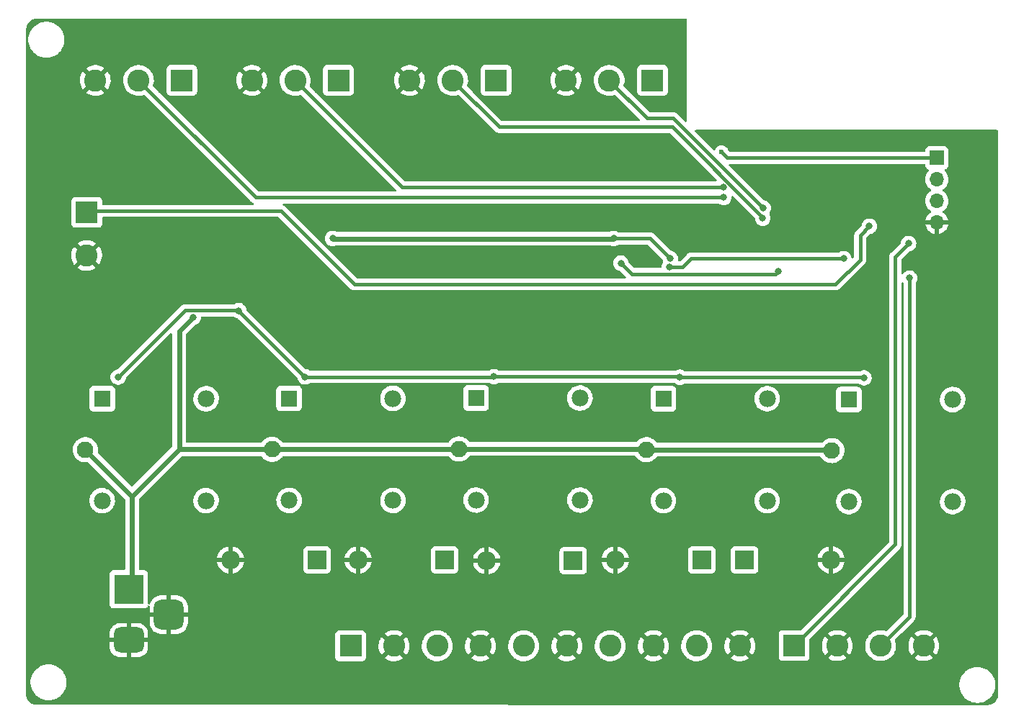
<source format=gbr>
%TF.GenerationSoftware,KiCad,Pcbnew,(6.0.0)*%
%TF.CreationDate,2022-03-25T10:46:11+03:00*%
%TF.ProjectId,LaundryPCB,4c61756e-6472-4795-9043-422e6b696361,rev?*%
%TF.SameCoordinates,Original*%
%TF.FileFunction,Copper,L2,Bot*%
%TF.FilePolarity,Positive*%
%FSLAX46Y46*%
G04 Gerber Fmt 4.6, Leading zero omitted, Abs format (unit mm)*
G04 Created by KiCad (PCBNEW (6.0.0)) date 2022-03-25 10:46:11*
%MOMM*%
%LPD*%
G01*
G04 APERTURE LIST*
G04 Aperture macros list*
%AMRoundRect*
0 Rectangle with rounded corners*
0 $1 Rounding radius*
0 $2 $3 $4 $5 $6 $7 $8 $9 X,Y pos of 4 corners*
0 Add a 4 corners polygon primitive as box body*
4,1,4,$2,$3,$4,$5,$6,$7,$8,$9,$2,$3,0*
0 Add four circle primitives for the rounded corners*
1,1,$1+$1,$2,$3*
1,1,$1+$1,$4,$5*
1,1,$1+$1,$6,$7*
1,1,$1+$1,$8,$9*
0 Add four rect primitives between the rounded corners*
20,1,$1+$1,$2,$3,$4,$5,0*
20,1,$1+$1,$4,$5,$6,$7,0*
20,1,$1+$1,$6,$7,$8,$9,0*
20,1,$1+$1,$8,$9,$2,$3,0*%
G04 Aperture macros list end*
%TA.AperFunction,ComponentPad*%
%ADD10R,1.980000X1.980000*%
%TD*%
%TA.AperFunction,ComponentPad*%
%ADD11C,1.980000*%
%TD*%
%TA.AperFunction,ComponentPad*%
%ADD12C,1.935000*%
%TD*%
%TA.AperFunction,ComponentPad*%
%ADD13R,2.600000X2.600000*%
%TD*%
%TA.AperFunction,ComponentPad*%
%ADD14C,2.600000*%
%TD*%
%TA.AperFunction,ComponentPad*%
%ADD15R,2.200000X2.200000*%
%TD*%
%TA.AperFunction,ComponentPad*%
%ADD16O,2.200000X2.200000*%
%TD*%
%TA.AperFunction,ComponentPad*%
%ADD17R,1.700000X1.700000*%
%TD*%
%TA.AperFunction,ComponentPad*%
%ADD18O,1.700000X1.700000*%
%TD*%
%TA.AperFunction,ComponentPad*%
%ADD19R,3.500000X3.500000*%
%TD*%
%TA.AperFunction,ComponentPad*%
%ADD20RoundRect,0.750000X1.000000X-0.750000X1.000000X0.750000X-1.000000X0.750000X-1.000000X-0.750000X0*%
%TD*%
%TA.AperFunction,ComponentPad*%
%ADD21RoundRect,0.875000X0.875000X-0.875000X0.875000X0.875000X-0.875000X0.875000X-0.875000X-0.875000X0*%
%TD*%
%TA.AperFunction,ViaPad*%
%ADD22C,0.800000*%
%TD*%
%TA.AperFunction,ViaPad*%
%ADD23C,0.600000*%
%TD*%
%TA.AperFunction,Conductor*%
%ADD24C,0.600000*%
%TD*%
%TA.AperFunction,Conductor*%
%ADD25C,0.400000*%
%TD*%
G04 APERTURE END LIST*
D10*
%TO.P,K4,A1*%
%TO.N,+5V*%
X160830000Y-99472500D03*
D11*
%TO.P,K4,A2*%
%TO.N,Net-(D10-Pad2)*%
X160830000Y-111472500D03*
D12*
%TO.P,K4,COM*%
%TO.N,+12V*%
X158830000Y-105472500D03*
D11*
%TO.P,K4,NC*%
%TO.N,unconnected-(K4-PadNC)*%
X173030000Y-99472500D03*
%TO.P,K4,NO*%
%TO.N,BLEACH*%
X173030000Y-111472500D03*
%TD*%
D10*
%TO.P,K3,A1*%
%TO.N,+5V*%
X138830000Y-99402500D03*
D11*
%TO.P,K3,A2*%
%TO.N,Net-(D7-Pad1)*%
X138830000Y-111402500D03*
D12*
%TO.P,K3,COM*%
%TO.N,+12V*%
X136830000Y-105402500D03*
D11*
%TO.P,K3,NC*%
%TO.N,unconnected-(K3-PadNC)*%
X151030000Y-99402500D03*
%TO.P,K3,NO*%
%TO.N,POWDER*%
X151030000Y-111402500D03*
%TD*%
D13*
%TO.P,J3,1,Pin_1*%
%TO.N,BUZZER*%
X93080000Y-77555000D03*
D14*
%TO.P,J3,2,Pin_2*%
%TO.N,GND*%
X93080000Y-82635000D03*
%TD*%
D13*
%TO.P,J9,1,Pin_1*%
%TO.N,BUTTON_STOP*%
X176190000Y-128525000D03*
D14*
%TO.P,J9,2,Pin_2*%
%TO.N,GND*%
X181270000Y-128525000D03*
%TO.P,J9,3,Pin_3*%
%TO.N,BUTTON_START*%
X186350000Y-128525000D03*
%TO.P,J9,4,Pin_4*%
%TO.N,GND*%
X191430000Y-128525000D03*
%TD*%
D15*
%TO.P,D11,1,K*%
%TO.N,WATER*%
X135140000Y-118440000D03*
D16*
%TO.P,D11,2,A*%
%TO.N,GND*%
X124980000Y-118440000D03*
%TD*%
D13*
%TO.P,J8,1,Pin_1*%
%TO.N,HOTWATER*%
X124100000Y-128545000D03*
D14*
%TO.P,J8,2,Pin_2*%
%TO.N,GND*%
X129180000Y-128545000D03*
%TO.P,J8,3,Pin_3*%
%TO.N,WATER*%
X134260000Y-128545000D03*
%TO.P,J8,4,Pin_4*%
%TO.N,GND*%
X139340000Y-128545000D03*
%TO.P,J8,5,Pin_5*%
%TO.N,POWDER*%
X144420000Y-128545000D03*
%TO.P,J8,6,Pin_6*%
%TO.N,GND*%
X149500000Y-128545000D03*
%TO.P,J8,7,Pin_7*%
%TO.N,BLEACH*%
X154580000Y-128545000D03*
%TO.P,J8,8,Pin_8*%
%TO.N,GND*%
X159660000Y-128545000D03*
%TO.P,J8,9,Pin_9*%
%TO.N,SOFTENER*%
X164740000Y-128545000D03*
%TO.P,J8,10,Pin_10*%
%TO.N,GND*%
X169820000Y-128545000D03*
%TD*%
D15*
%TO.P,D12,1,K*%
%TO.N,POWDER*%
X150240000Y-118540000D03*
D16*
%TO.P,D12,2,A*%
%TO.N,GND*%
X140080000Y-118540000D03*
%TD*%
D13*
%TO.P,J6,1,Pin_1*%
%TO.N,+5V*%
X159545000Y-62040000D03*
D14*
%TO.P,J6,2,Pin_2*%
%TO.N,SENSOR_WATER*%
X154465000Y-62040000D03*
%TO.P,J6,3,Pin_3*%
%TO.N,GND*%
X149385000Y-62040000D03*
%TD*%
D17*
%TO.P,J2,1,Pin_1*%
%TO.N,+3V3*%
X192960000Y-71140000D03*
D18*
%TO.P,J2,2,Pin_2*%
%TO.N,TX*%
X192960000Y-73680000D03*
%TO.P,J2,3,Pin_3*%
%TO.N,RX*%
X192960000Y-76220000D03*
%TO.P,J2,4,Pin_4*%
%TO.N,GND*%
X192960000Y-78760000D03*
%TD*%
D15*
%TO.P,D16,1,K*%
%TO.N,HOTWATER*%
X120140000Y-118440000D03*
D16*
%TO.P,D16,2,A*%
%TO.N,GND*%
X109980000Y-118440000D03*
%TD*%
D10*
%TO.P,K5,A1*%
%TO.N,+5V*%
X182620000Y-99582500D03*
D11*
%TO.P,K5,A2*%
%TO.N,Net-(D13-Pad1)*%
X182620000Y-111582500D03*
D12*
%TO.P,K5,COM*%
%TO.N,+12V*%
X180620000Y-105582500D03*
D11*
%TO.P,K5,NC*%
%TO.N,unconnected-(K5-PadNC)*%
X194820000Y-99582500D03*
%TO.P,K5,NO*%
%TO.N,SOFTENER*%
X194820000Y-111582500D03*
%TD*%
D10*
%TO.P,K2,A1*%
%TO.N,+5V*%
X94907500Y-99482500D03*
D11*
%TO.P,K2,A2*%
%TO.N,Net-(D5-Pad1)*%
X94907500Y-111482500D03*
D12*
%TO.P,K2,COM*%
%TO.N,+12V*%
X92907500Y-105482500D03*
D11*
%TO.P,K2,NC*%
%TO.N,unconnected-(K2-PadNC)*%
X107107500Y-99482500D03*
%TO.P,K2,NO*%
%TO.N,HOTWATER*%
X107107500Y-111482500D03*
%TD*%
D15*
%TO.P,D15,1,K*%
%TO.N,BLEACH*%
X165340000Y-118440000D03*
D16*
%TO.P,D15,2,A*%
%TO.N,GND*%
X155180000Y-118440000D03*
%TD*%
D19*
%TO.P,J1,1*%
%TO.N,+12V*%
X98032500Y-121880000D03*
D20*
%TO.P,J1,2*%
%TO.N,GND*%
X98032500Y-127880000D03*
D21*
%TO.P,J1,3*%
X102732500Y-124880000D03*
%TD*%
D15*
%TO.P,D17,1,K*%
%TO.N,SOFTENER*%
X170380000Y-118440000D03*
D16*
%TO.P,D17,2,A*%
%TO.N,GND*%
X180540000Y-118440000D03*
%TD*%
D13*
%TO.P,J7,1,Pin_1*%
%TO.N,+5V*%
X141160000Y-62040000D03*
D14*
%TO.P,J7,2,Pin_2*%
%TO.N,SENSOR_POWDER*%
X136080000Y-62040000D03*
%TO.P,J7,3,Pin_3*%
%TO.N,GND*%
X131000000Y-62040000D03*
%TD*%
D13*
%TO.P,J4,1,Pin_1*%
%TO.N,+5V*%
X104245000Y-62040000D03*
D14*
%TO.P,J4,2,Pin_2*%
%TO.N,SENSOR_BLEACH*%
X99165000Y-62040000D03*
%TO.P,J4,3,Pin_3*%
%TO.N,GND*%
X94085000Y-62040000D03*
%TD*%
D10*
%TO.P,K1,A1*%
%TO.N,+5V*%
X116860000Y-99440000D03*
D11*
%TO.P,K1,A2*%
%TO.N,Net-(D1-Pad1)*%
X116860000Y-111440000D03*
D12*
%TO.P,K1,COM*%
%TO.N,+12V*%
X114860000Y-105440000D03*
D11*
%TO.P,K1,NC*%
%TO.N,unconnected-(K1-PadNC)*%
X129060000Y-99440000D03*
%TO.P,K1,NO*%
%TO.N,WATER*%
X129060000Y-111440000D03*
%TD*%
D13*
%TO.P,J5,1,Pin_1*%
%TO.N,+5V*%
X122645000Y-62040000D03*
D14*
%TO.P,J5,2,Pin_2*%
%TO.N,SENSOR_SOFTENER*%
X117565000Y-62040000D03*
%TO.P,J5,3,Pin_3*%
%TO.N,GND*%
X112485000Y-62040000D03*
%TD*%
D22*
%TO.N,+12V*%
X105600000Y-89880000D03*
D23*
%TO.N,GND*%
X126680000Y-56190000D03*
X197440000Y-69920000D03*
X142230000Y-87710000D03*
X157760000Y-88650000D03*
X110810000Y-82740000D03*
X149590000Y-78090000D03*
X195710000Y-93230000D03*
X105090000Y-75840000D03*
X88820000Y-63520000D03*
X88690000Y-101880000D03*
X133550000Y-83530000D03*
X105960000Y-132910000D03*
X116430000Y-124310000D03*
X120910000Y-78170000D03*
X127610000Y-74340000D03*
X197690000Y-80440000D03*
X128170000Y-82240000D03*
X110260000Y-75770000D03*
X164660000Y-78040000D03*
X147820000Y-87740000D03*
X117470000Y-132810000D03*
X167130000Y-87290000D03*
X105040000Y-79760000D03*
X157360000Y-81770000D03*
X154970000Y-92950000D03*
X145360000Y-56060000D03*
X129050000Y-84730000D03*
X116250000Y-82850000D03*
X125810000Y-84670000D03*
X136680000Y-83580000D03*
X132000000Y-84700000D03*
X131260000Y-83490000D03*
X100160000Y-86960000D03*
X127970000Y-78350000D03*
X118240000Y-77610000D03*
X105220000Y-84010000D03*
X124660000Y-74280000D03*
X106480000Y-124000000D03*
X140360000Y-83580000D03*
X113750000Y-74380000D03*
X138380000Y-78100000D03*
X110780000Y-78730000D03*
X88540000Y-119230000D03*
X108390000Y-56400000D03*
X133830000Y-77280000D03*
X100500000Y-72740000D03*
X109820000Y-94650000D03*
X105030000Y-81800000D03*
X196140000Y-117650000D03*
X114090000Y-83630000D03*
X131390000Y-77250000D03*
X196560000Y-126460000D03*
X88500000Y-72540000D03*
X156320000Y-78180000D03*
X88620000Y-87850000D03*
X132250000Y-93660000D03*
X143360000Y-78190000D03*
X175410000Y-93090000D03*
D22*
%TO.N,+5V*%
X161640000Y-82980000D03*
X140920000Y-96880000D03*
X118730000Y-96910000D03*
X155010000Y-80630000D03*
X121970000Y-80630000D03*
X96780000Y-96940000D03*
X184400000Y-97020000D03*
X162760000Y-96960000D03*
X110940000Y-89120000D03*
D23*
%TO.N,+3V3*%
X167670000Y-70470000D03*
D22*
%TO.N,SENSOR_POWDER*%
X172510000Y-78250000D03*
%TO.N,SENSOR_SOFTENER*%
X167860000Y-74600000D03*
%TO.N,SENSOR_BLEACH*%
X167930000Y-75790000D03*
%TO.N,BUZZER*%
X185030000Y-79200000D03*
%TO.N,SENSOR_WATER*%
X172571695Y-77050351D03*
%TO.N,RELAY_WATER_3V3*%
X174320000Y-84520000D03*
X155840000Y-83540000D03*
%TO.N,RELAY_BLEACH_3V3*%
X182020000Y-83000000D03*
X161520000Y-84020000D03*
%TO.N,BUTTON_STOP*%
X189640000Y-81230000D03*
%TO.N,BUTTON_START*%
X189760000Y-85300000D03*
%TD*%
D24*
%TO.N,+12V*%
X158760000Y-105402500D02*
X158830000Y-105472500D01*
X103935000Y-91545000D02*
X103935000Y-105440000D01*
X98400000Y-110975000D02*
X92907500Y-105482500D01*
X98400000Y-121512500D02*
X98400000Y-110975000D01*
X98400000Y-110975000D02*
X103935000Y-105440000D01*
X114860000Y-105440000D02*
X136792500Y-105440000D01*
X105600000Y-89880000D02*
X103935000Y-91545000D01*
X98032500Y-121880000D02*
X98400000Y-121512500D01*
X180510000Y-105472500D02*
X180620000Y-105582500D01*
X158830000Y-105472500D02*
X180510000Y-105472500D01*
X136792500Y-105440000D02*
X136830000Y-105402500D01*
X136830000Y-105402500D02*
X158760000Y-105402500D01*
X103935000Y-105440000D02*
X114860000Y-105440000D01*
%TO.N,+5V*%
X154970000Y-80670000D02*
X155010000Y-80630000D01*
D25*
X110940000Y-89120000D02*
X110900489Y-89080489D01*
X162760000Y-96960000D02*
X184340000Y-96960000D01*
X140920000Y-96880000D02*
X162680000Y-96880000D01*
X110900489Y-89080489D02*
X104639511Y-89080489D01*
X155010000Y-80630000D02*
X159290000Y-80630000D01*
X110940000Y-89120000D02*
X118730000Y-96910000D01*
X162680000Y-96880000D02*
X162760000Y-96960000D01*
X184340000Y-96960000D02*
X184400000Y-97020000D01*
X104639511Y-89080489D02*
X96780000Y-96940000D01*
X140890000Y-96910000D02*
X140920000Y-96880000D01*
X118730000Y-96910000D02*
X140890000Y-96910000D01*
D24*
X122010000Y-80670000D02*
X154970000Y-80670000D01*
D25*
X159290000Y-80630000D02*
X161640000Y-82980000D01*
D24*
X121970000Y-80630000D02*
X122010000Y-80670000D01*
D25*
%TO.N,+3V3*%
X167670000Y-70470000D02*
X168340000Y-71140000D01*
X168340000Y-71140000D02*
X192960000Y-71140000D01*
%TO.N,SENSOR_POWDER*%
X172510000Y-78119320D02*
X161900680Y-67510000D01*
X141550000Y-67510000D02*
X136080000Y-62040000D01*
X172510000Y-78250000D02*
X172510000Y-78119320D01*
X161900680Y-67510000D02*
X141550000Y-67510000D01*
%TO.N,SENSOR_SOFTENER*%
X130125000Y-74600000D02*
X167860000Y-74600000D01*
X117565000Y-62040000D02*
X130125000Y-74600000D01*
%TO.N,SENSOR_BLEACH*%
X99165000Y-62040000D02*
X112915000Y-75790000D01*
X112915000Y-75790000D02*
X167930000Y-75790000D01*
%TO.N,BUZZER*%
X92840000Y-77395000D02*
X115925000Y-77395000D01*
X115925000Y-77395000D02*
X124550000Y-86020000D01*
X183970000Y-80260000D02*
X185030000Y-79200000D01*
X124550000Y-86020000D02*
X181050000Y-86020000D01*
X183970000Y-83100000D02*
X183970000Y-80260000D01*
X92680000Y-77555000D02*
X92840000Y-77395000D01*
X181050000Y-86020000D02*
X183970000Y-83100000D01*
%TO.N,SENSOR_WATER*%
X172571695Y-77050351D02*
X172550351Y-77050351D01*
X161960000Y-66460000D02*
X158885000Y-66460000D01*
X158885000Y-66460000D02*
X154465000Y-62040000D01*
X172550351Y-77050351D02*
X161960000Y-66460000D01*
%TO.N,RELAY_WATER_3V3*%
X174320000Y-84520000D02*
X174020489Y-84819511D01*
X157119511Y-84819511D02*
X155840000Y-83540000D01*
X174020489Y-84819511D02*
X157119511Y-84819511D01*
%TO.N,RELAY_BLEACH_3V3*%
X182020000Y-83000000D02*
X182010000Y-83010000D01*
X163060000Y-84020000D02*
X161520000Y-84020000D01*
X164070000Y-83010000D02*
X163060000Y-84020000D01*
X182010000Y-83010000D02*
X164070000Y-83010000D01*
%TO.N,BUTTON_STOP*%
X188090000Y-116625000D02*
X176190000Y-128525000D01*
X189640000Y-81230000D02*
X188090000Y-82780000D01*
X188090000Y-82780000D02*
X188090000Y-116625000D01*
%TO.N,BUTTON_START*%
X189760000Y-85300000D02*
X189760000Y-125115000D01*
X189760000Y-125115000D02*
X186350000Y-128525000D01*
%TD*%
%TA.AperFunction,Conductor*%
%TO.N,GND*%
G36*
X163484035Y-54786357D02*
G01*
X163552149Y-54806377D01*
X163598628Y-54860045D01*
X163610000Y-54912357D01*
X163610000Y-66803840D01*
X163589998Y-66871961D01*
X163536342Y-66918454D01*
X163466068Y-66928558D01*
X163401488Y-66899064D01*
X163394905Y-66892935D01*
X162481450Y-65979480D01*
X162475596Y-65973215D01*
X162475201Y-65972762D01*
X162437561Y-65929615D01*
X162385280Y-65892871D01*
X162379986Y-65888939D01*
X162335693Y-65854209D01*
X162329718Y-65849524D01*
X162322802Y-65846401D01*
X162320516Y-65845017D01*
X162305835Y-65836643D01*
X162303475Y-65835378D01*
X162297261Y-65831010D01*
X162290182Y-65828250D01*
X162290180Y-65828249D01*
X162237725Y-65807798D01*
X162231656Y-65805247D01*
X162173427Y-65778955D01*
X162165960Y-65777571D01*
X162163405Y-65776770D01*
X162147152Y-65772141D01*
X162144572Y-65771478D01*
X162137491Y-65768718D01*
X162129960Y-65767727D01*
X162129958Y-65767726D01*
X162100339Y-65763827D01*
X162074139Y-65760378D01*
X162067641Y-65759348D01*
X162004814Y-65747704D01*
X161997234Y-65748141D01*
X161997233Y-65748141D01*
X161942608Y-65751291D01*
X161935354Y-65751500D01*
X159230660Y-65751500D01*
X159162539Y-65731498D01*
X159141565Y-65714595D01*
X156815104Y-63388134D01*
X157736500Y-63388134D01*
X157743255Y-63450316D01*
X157794385Y-63586705D01*
X157881739Y-63703261D01*
X157998295Y-63790615D01*
X158134684Y-63841745D01*
X158196866Y-63848500D01*
X160893134Y-63848500D01*
X160955316Y-63841745D01*
X161091705Y-63790615D01*
X161208261Y-63703261D01*
X161295615Y-63586705D01*
X161346745Y-63450316D01*
X161353500Y-63388134D01*
X161353500Y-60691866D01*
X161346745Y-60629684D01*
X161295615Y-60493295D01*
X161208261Y-60376739D01*
X161091705Y-60289385D01*
X160955316Y-60238255D01*
X160893134Y-60231500D01*
X158196866Y-60231500D01*
X158134684Y-60238255D01*
X157998295Y-60289385D01*
X157881739Y-60376739D01*
X157794385Y-60493295D01*
X157743255Y-60629684D01*
X157736500Y-60691866D01*
X157736500Y-63388134D01*
X156815104Y-63388134D01*
X156203391Y-62776421D01*
X156169365Y-62714109D01*
X156171217Y-62653125D01*
X156240892Y-62406076D01*
X156240893Y-62406071D01*
X156242163Y-62401568D01*
X156260043Y-62261019D01*
X156275688Y-62138045D01*
X156275688Y-62138041D01*
X156276086Y-62134915D01*
X156276170Y-62131733D01*
X156277477Y-62081779D01*
X156278571Y-62040000D01*
X156258650Y-61771937D01*
X156257619Y-61767379D01*
X156200361Y-61514331D01*
X156200360Y-61514326D01*
X156199327Y-61509763D01*
X156101902Y-61259238D01*
X155968518Y-61025864D01*
X155921068Y-60965673D01*
X155902416Y-60942014D01*
X155802105Y-60814769D01*
X155606317Y-60630591D01*
X155408407Y-60493295D01*
X155389299Y-60480039D01*
X155389296Y-60480037D01*
X155385457Y-60477374D01*
X155343770Y-60456816D01*
X155148564Y-60360551D01*
X155148561Y-60360550D01*
X155144376Y-60358486D01*
X155098207Y-60343707D01*
X154918657Y-60286233D01*
X154888370Y-60276538D01*
X154883763Y-60275788D01*
X154883760Y-60275787D01*
X154670337Y-60241029D01*
X154623063Y-60233330D01*
X154492719Y-60231624D01*
X154358961Y-60229873D01*
X154358958Y-60229873D01*
X154354284Y-60229812D01*
X154087937Y-60266060D01*
X154083451Y-60267368D01*
X154083449Y-60267368D01*
X154018726Y-60286233D01*
X153829874Y-60341278D01*
X153585763Y-60453815D01*
X153581854Y-60456378D01*
X153364881Y-60598631D01*
X153364876Y-60598635D01*
X153360968Y-60601197D01*
X153160426Y-60780188D01*
X152988544Y-60986854D01*
X152849096Y-61216656D01*
X152847287Y-61220970D01*
X152847285Y-61220974D01*
X152831240Y-61259238D01*
X152745148Y-61464545D01*
X152678981Y-61725077D01*
X152652050Y-61992526D01*
X152652274Y-61997192D01*
X152652274Y-61997197D01*
X152654946Y-62052812D01*
X152664947Y-62261019D01*
X152717388Y-62524656D01*
X152808220Y-62777646D01*
X152935450Y-63014431D01*
X152938241Y-63018168D01*
X152938245Y-63018175D01*
X153014405Y-63120165D01*
X153096281Y-63229810D01*
X153099590Y-63233090D01*
X153099595Y-63233096D01*
X153283863Y-63415762D01*
X153287180Y-63419050D01*
X153290942Y-63421808D01*
X153290945Y-63421811D01*
X153402737Y-63503780D01*
X153503954Y-63577995D01*
X153508089Y-63580171D01*
X153508093Y-63580173D01*
X153737698Y-63700975D01*
X153741840Y-63703154D01*
X153995613Y-63791775D01*
X154000206Y-63792647D01*
X154255109Y-63841042D01*
X154255112Y-63841042D01*
X154259698Y-63841913D01*
X154387370Y-63846929D01*
X154523625Y-63852283D01*
X154523630Y-63852283D01*
X154528293Y-63852466D01*
X154632607Y-63841042D01*
X154790844Y-63823713D01*
X154790850Y-63823712D01*
X154795497Y-63823203D01*
X154800021Y-63822012D01*
X155050918Y-63755956D01*
X155050920Y-63755955D01*
X155055441Y-63754765D01*
X155062564Y-63751705D01*
X155063643Y-63751574D01*
X155064158Y-63751397D01*
X155064196Y-63751508D01*
X155133045Y-63743187D01*
X155201404Y-63778374D01*
X158009435Y-66586405D01*
X158043461Y-66648717D01*
X158038396Y-66719532D01*
X157995849Y-66776368D01*
X157929329Y-66801179D01*
X157920340Y-66801500D01*
X141895660Y-66801500D01*
X141827539Y-66781498D01*
X141806565Y-66764595D01*
X138430104Y-63388134D01*
X139351500Y-63388134D01*
X139358255Y-63450316D01*
X139409385Y-63586705D01*
X139496739Y-63703261D01*
X139613295Y-63790615D01*
X139749684Y-63841745D01*
X139811866Y-63848500D01*
X142508134Y-63848500D01*
X142570316Y-63841745D01*
X142706705Y-63790615D01*
X142823261Y-63703261D01*
X142910615Y-63586705D01*
X142948778Y-63484906D01*
X148304839Y-63484906D01*
X148313553Y-63496427D01*
X148420452Y-63574809D01*
X148428351Y-63579745D01*
X148657905Y-63700519D01*
X148666454Y-63704236D01*
X148911327Y-63789749D01*
X148920336Y-63792163D01*
X149175166Y-63840544D01*
X149184423Y-63841598D01*
X149443607Y-63851783D01*
X149452921Y-63851457D01*
X149710753Y-63823220D01*
X149719930Y-63821519D01*
X149970758Y-63755481D01*
X149979574Y-63752445D01*
X150217880Y-63650062D01*
X150226167Y-63645748D01*
X150446718Y-63509266D01*
X150454268Y-63503780D01*
X150459559Y-63499301D01*
X150467997Y-63486497D01*
X150461935Y-63476145D01*
X149397812Y-62412022D01*
X149383868Y-62404408D01*
X149382035Y-62404539D01*
X149375420Y-62408790D01*
X148311497Y-63472713D01*
X148304839Y-63484906D01*
X142948778Y-63484906D01*
X142961745Y-63450316D01*
X142968500Y-63388134D01*
X142968500Y-61997211D01*
X147572775Y-61997211D01*
X147585220Y-62256288D01*
X147586356Y-62265543D01*
X147636961Y-62519945D01*
X147639449Y-62528917D01*
X147727095Y-62773033D01*
X147730895Y-62781568D01*
X147853658Y-63010042D01*
X147858666Y-63017904D01*
X147928720Y-63111716D01*
X147939979Y-63120165D01*
X147952397Y-63113393D01*
X149012978Y-62052812D01*
X149019356Y-62041132D01*
X149749408Y-62041132D01*
X149749539Y-62042965D01*
X149753790Y-62049580D01*
X150821094Y-63116884D01*
X150833474Y-63123644D01*
X150841815Y-63117400D01*
X150975832Y-62909048D01*
X150980275Y-62900864D01*
X151086807Y-62664370D01*
X151089997Y-62655605D01*
X151160402Y-62405972D01*
X151162262Y-62396830D01*
X151195187Y-62138019D01*
X151195668Y-62131733D01*
X151197987Y-62043160D01*
X151197836Y-62036851D01*
X151178501Y-61776663D01*
X151177125Y-61767457D01*
X151119878Y-61514467D01*
X151117154Y-61505556D01*
X151023143Y-61263806D01*
X151019132Y-61255397D01*
X150890422Y-61030202D01*
X150885211Y-61022476D01*
X150841996Y-60967658D01*
X150830071Y-60959187D01*
X150818537Y-60965673D01*
X149757022Y-62027188D01*
X149749408Y-62041132D01*
X149019356Y-62041132D01*
X149020592Y-62038868D01*
X149020461Y-62037035D01*
X149016210Y-62030420D01*
X147950816Y-60965026D01*
X147937507Y-60957758D01*
X147927472Y-60964878D01*
X147911937Y-60983556D01*
X147906531Y-60991135D01*
X147771965Y-61212891D01*
X147767736Y-61221192D01*
X147667432Y-61460389D01*
X147664471Y-61469239D01*
X147600628Y-61720625D01*
X147599006Y-61729822D01*
X147573020Y-61987885D01*
X147572775Y-61997211D01*
X142968500Y-61997211D01*
X142968500Y-60691866D01*
X142961745Y-60629684D01*
X142947876Y-60592689D01*
X148302102Y-60592689D01*
X148306675Y-60602465D01*
X149372188Y-61667978D01*
X149386132Y-61675592D01*
X149387965Y-61675461D01*
X149394580Y-61671210D01*
X150459349Y-60606441D01*
X150465733Y-60594751D01*
X150456321Y-60582641D01*
X150309045Y-60480471D01*
X150301010Y-60475738D01*
X150068376Y-60361016D01*
X150059743Y-60357528D01*
X149812703Y-60278450D01*
X149803643Y-60276274D01*
X149547630Y-60234580D01*
X149538343Y-60233768D01*
X149278992Y-60230373D01*
X149269681Y-60230943D01*
X149012682Y-60265919D01*
X149003546Y-60267860D01*
X148754543Y-60340439D01*
X148745800Y-60343707D01*
X148510252Y-60452296D01*
X148502097Y-60456816D01*
X148311240Y-60581947D01*
X148302102Y-60592689D01*
X142947876Y-60592689D01*
X142910615Y-60493295D01*
X142823261Y-60376739D01*
X142706705Y-60289385D01*
X142570316Y-60238255D01*
X142508134Y-60231500D01*
X139811866Y-60231500D01*
X139749684Y-60238255D01*
X139613295Y-60289385D01*
X139496739Y-60376739D01*
X139409385Y-60493295D01*
X139358255Y-60629684D01*
X139351500Y-60691866D01*
X139351500Y-63388134D01*
X138430104Y-63388134D01*
X137818391Y-62776421D01*
X137784365Y-62714109D01*
X137786217Y-62653125D01*
X137855892Y-62406076D01*
X137855893Y-62406071D01*
X137857163Y-62401568D01*
X137875043Y-62261019D01*
X137890688Y-62138045D01*
X137890688Y-62138041D01*
X137891086Y-62134915D01*
X137891170Y-62131733D01*
X137892477Y-62081779D01*
X137893571Y-62040000D01*
X137873650Y-61771937D01*
X137872619Y-61767379D01*
X137815361Y-61514331D01*
X137815360Y-61514326D01*
X137814327Y-61509763D01*
X137716902Y-61259238D01*
X137583518Y-61025864D01*
X137536068Y-60965673D01*
X137517416Y-60942014D01*
X137417105Y-60814769D01*
X137221317Y-60630591D01*
X137023407Y-60493295D01*
X137004299Y-60480039D01*
X137004296Y-60480037D01*
X137000457Y-60477374D01*
X136958770Y-60456816D01*
X136763564Y-60360551D01*
X136763561Y-60360550D01*
X136759376Y-60358486D01*
X136713207Y-60343707D01*
X136533657Y-60286233D01*
X136503370Y-60276538D01*
X136498763Y-60275788D01*
X136498760Y-60275787D01*
X136285337Y-60241029D01*
X136238063Y-60233330D01*
X136107719Y-60231624D01*
X135973961Y-60229873D01*
X135973958Y-60229873D01*
X135969284Y-60229812D01*
X135702937Y-60266060D01*
X135698451Y-60267368D01*
X135698449Y-60267368D01*
X135633726Y-60286233D01*
X135444874Y-60341278D01*
X135200763Y-60453815D01*
X135196854Y-60456378D01*
X134979881Y-60598631D01*
X134979876Y-60598635D01*
X134975968Y-60601197D01*
X134775426Y-60780188D01*
X134603544Y-60986854D01*
X134464096Y-61216656D01*
X134462287Y-61220970D01*
X134462285Y-61220974D01*
X134446240Y-61259238D01*
X134360148Y-61464545D01*
X134293981Y-61725077D01*
X134267050Y-61992526D01*
X134267274Y-61997192D01*
X134267274Y-61997197D01*
X134269946Y-62052812D01*
X134279947Y-62261019D01*
X134332388Y-62524656D01*
X134423220Y-62777646D01*
X134550450Y-63014431D01*
X134553241Y-63018168D01*
X134553245Y-63018175D01*
X134629405Y-63120165D01*
X134711281Y-63229810D01*
X134714590Y-63233090D01*
X134714595Y-63233096D01*
X134898863Y-63415762D01*
X134902180Y-63419050D01*
X134905942Y-63421808D01*
X134905945Y-63421811D01*
X135017737Y-63503780D01*
X135118954Y-63577995D01*
X135123089Y-63580171D01*
X135123093Y-63580173D01*
X135352698Y-63700975D01*
X135356840Y-63703154D01*
X135610613Y-63791775D01*
X135615206Y-63792647D01*
X135870109Y-63841042D01*
X135870112Y-63841042D01*
X135874698Y-63841913D01*
X136002370Y-63846929D01*
X136138625Y-63852283D01*
X136138630Y-63852283D01*
X136143293Y-63852466D01*
X136247607Y-63841042D01*
X136405844Y-63823713D01*
X136405850Y-63823712D01*
X136410497Y-63823203D01*
X136415021Y-63822012D01*
X136665918Y-63755956D01*
X136665920Y-63755955D01*
X136670441Y-63754765D01*
X136677564Y-63751705D01*
X136678643Y-63751574D01*
X136679158Y-63751397D01*
X136679196Y-63751508D01*
X136748045Y-63743187D01*
X136816404Y-63778374D01*
X141028557Y-67990528D01*
X141034411Y-67996793D01*
X141072439Y-68040385D01*
X141124729Y-68077136D01*
X141129971Y-68081028D01*
X141180282Y-68120476D01*
X141187201Y-68123600D01*
X141189493Y-68124988D01*
X141204165Y-68133357D01*
X141206525Y-68134622D01*
X141212739Y-68138990D01*
X141219818Y-68141750D01*
X141219820Y-68141751D01*
X141272275Y-68162202D01*
X141278344Y-68164753D01*
X141336573Y-68191045D01*
X141344046Y-68192430D01*
X141346612Y-68193234D01*
X141362835Y-68197855D01*
X141365427Y-68198520D01*
X141372509Y-68201282D01*
X141380044Y-68202274D01*
X141435861Y-68209622D01*
X141442377Y-68210654D01*
X141480770Y-68217770D01*
X141505186Y-68222295D01*
X141512766Y-68221858D01*
X141512767Y-68221858D01*
X141567380Y-68218709D01*
X141574633Y-68218500D01*
X161555020Y-68218500D01*
X161623141Y-68238502D01*
X161644115Y-68255405D01*
X167065114Y-73676405D01*
X167099140Y-73738717D01*
X167094075Y-73809532D01*
X167051528Y-73866368D01*
X166985008Y-73891179D01*
X166976019Y-73891500D01*
X130470660Y-73891500D01*
X130402539Y-73871498D01*
X130381565Y-73854595D01*
X119915104Y-63388134D01*
X120836500Y-63388134D01*
X120843255Y-63450316D01*
X120894385Y-63586705D01*
X120981739Y-63703261D01*
X121098295Y-63790615D01*
X121234684Y-63841745D01*
X121296866Y-63848500D01*
X123993134Y-63848500D01*
X124055316Y-63841745D01*
X124191705Y-63790615D01*
X124308261Y-63703261D01*
X124395615Y-63586705D01*
X124433778Y-63484906D01*
X129919839Y-63484906D01*
X129928553Y-63496427D01*
X130035452Y-63574809D01*
X130043351Y-63579745D01*
X130272905Y-63700519D01*
X130281454Y-63704236D01*
X130526327Y-63789749D01*
X130535336Y-63792163D01*
X130790166Y-63840544D01*
X130799423Y-63841598D01*
X131058607Y-63851783D01*
X131067921Y-63851457D01*
X131325753Y-63823220D01*
X131334930Y-63821519D01*
X131585758Y-63755481D01*
X131594574Y-63752445D01*
X131832880Y-63650062D01*
X131841167Y-63645748D01*
X132061718Y-63509266D01*
X132069268Y-63503780D01*
X132074559Y-63499301D01*
X132082997Y-63486497D01*
X132076935Y-63476145D01*
X131012812Y-62412022D01*
X130998868Y-62404408D01*
X130997035Y-62404539D01*
X130990420Y-62408790D01*
X129926497Y-63472713D01*
X129919839Y-63484906D01*
X124433778Y-63484906D01*
X124446745Y-63450316D01*
X124453500Y-63388134D01*
X124453500Y-61997211D01*
X129187775Y-61997211D01*
X129200220Y-62256288D01*
X129201356Y-62265543D01*
X129251961Y-62519945D01*
X129254449Y-62528917D01*
X129342095Y-62773033D01*
X129345895Y-62781568D01*
X129468658Y-63010042D01*
X129473666Y-63017904D01*
X129543720Y-63111716D01*
X129554979Y-63120165D01*
X129567397Y-63113393D01*
X130627978Y-62052812D01*
X130634356Y-62041132D01*
X131364408Y-62041132D01*
X131364539Y-62042965D01*
X131368790Y-62049580D01*
X132436094Y-63116884D01*
X132448474Y-63123644D01*
X132456815Y-63117400D01*
X132590832Y-62909048D01*
X132595275Y-62900864D01*
X132701807Y-62664370D01*
X132704997Y-62655605D01*
X132775402Y-62405972D01*
X132777262Y-62396830D01*
X132810187Y-62138019D01*
X132810668Y-62131733D01*
X132812987Y-62043160D01*
X132812836Y-62036851D01*
X132793501Y-61776663D01*
X132792125Y-61767457D01*
X132734878Y-61514467D01*
X132732154Y-61505556D01*
X132638143Y-61263806D01*
X132634132Y-61255397D01*
X132505422Y-61030202D01*
X132500211Y-61022476D01*
X132456996Y-60967658D01*
X132445071Y-60959187D01*
X132433537Y-60965673D01*
X131372022Y-62027188D01*
X131364408Y-62041132D01*
X130634356Y-62041132D01*
X130635592Y-62038868D01*
X130635461Y-62037035D01*
X130631210Y-62030420D01*
X129565816Y-60965026D01*
X129552507Y-60957758D01*
X129542472Y-60964878D01*
X129526937Y-60983556D01*
X129521531Y-60991135D01*
X129386965Y-61212891D01*
X129382736Y-61221192D01*
X129282432Y-61460389D01*
X129279471Y-61469239D01*
X129215628Y-61720625D01*
X129214006Y-61729822D01*
X129188020Y-61987885D01*
X129187775Y-61997211D01*
X124453500Y-61997211D01*
X124453500Y-60691866D01*
X124446745Y-60629684D01*
X124432876Y-60592689D01*
X129917102Y-60592689D01*
X129921675Y-60602465D01*
X130987188Y-61667978D01*
X131001132Y-61675592D01*
X131002965Y-61675461D01*
X131009580Y-61671210D01*
X132074349Y-60606441D01*
X132080733Y-60594751D01*
X132071321Y-60582641D01*
X131924045Y-60480471D01*
X131916010Y-60475738D01*
X131683376Y-60361016D01*
X131674743Y-60357528D01*
X131427703Y-60278450D01*
X131418643Y-60276274D01*
X131162630Y-60234580D01*
X131153343Y-60233768D01*
X130893992Y-60230373D01*
X130884681Y-60230943D01*
X130627682Y-60265919D01*
X130618546Y-60267860D01*
X130369543Y-60340439D01*
X130360800Y-60343707D01*
X130125252Y-60452296D01*
X130117097Y-60456816D01*
X129926240Y-60581947D01*
X129917102Y-60592689D01*
X124432876Y-60592689D01*
X124395615Y-60493295D01*
X124308261Y-60376739D01*
X124191705Y-60289385D01*
X124055316Y-60238255D01*
X123993134Y-60231500D01*
X121296866Y-60231500D01*
X121234684Y-60238255D01*
X121098295Y-60289385D01*
X120981739Y-60376739D01*
X120894385Y-60493295D01*
X120843255Y-60629684D01*
X120836500Y-60691866D01*
X120836500Y-63388134D01*
X119915104Y-63388134D01*
X119303391Y-62776421D01*
X119269365Y-62714109D01*
X119271217Y-62653125D01*
X119340892Y-62406076D01*
X119340893Y-62406071D01*
X119342163Y-62401568D01*
X119360043Y-62261019D01*
X119375688Y-62138045D01*
X119375688Y-62138041D01*
X119376086Y-62134915D01*
X119376170Y-62131733D01*
X119377477Y-62081779D01*
X119378571Y-62040000D01*
X119358650Y-61771937D01*
X119357619Y-61767379D01*
X119300361Y-61514331D01*
X119300360Y-61514326D01*
X119299327Y-61509763D01*
X119201902Y-61259238D01*
X119068518Y-61025864D01*
X119021068Y-60965673D01*
X119002416Y-60942014D01*
X118902105Y-60814769D01*
X118706317Y-60630591D01*
X118508407Y-60493295D01*
X118489299Y-60480039D01*
X118489296Y-60480037D01*
X118485457Y-60477374D01*
X118443770Y-60456816D01*
X118248564Y-60360551D01*
X118248561Y-60360550D01*
X118244376Y-60358486D01*
X118198207Y-60343707D01*
X118018657Y-60286233D01*
X117988370Y-60276538D01*
X117983763Y-60275788D01*
X117983760Y-60275787D01*
X117770337Y-60241029D01*
X117723063Y-60233330D01*
X117592719Y-60231624D01*
X117458961Y-60229873D01*
X117458958Y-60229873D01*
X117454284Y-60229812D01*
X117187937Y-60266060D01*
X117183451Y-60267368D01*
X117183449Y-60267368D01*
X117118726Y-60286233D01*
X116929874Y-60341278D01*
X116685763Y-60453815D01*
X116681854Y-60456378D01*
X116464881Y-60598631D01*
X116464876Y-60598635D01*
X116460968Y-60601197D01*
X116260426Y-60780188D01*
X116088544Y-60986854D01*
X115949096Y-61216656D01*
X115947287Y-61220970D01*
X115947285Y-61220974D01*
X115931240Y-61259238D01*
X115845148Y-61464545D01*
X115778981Y-61725077D01*
X115752050Y-61992526D01*
X115752274Y-61997192D01*
X115752274Y-61997197D01*
X115754946Y-62052812D01*
X115764947Y-62261019D01*
X115817388Y-62524656D01*
X115908220Y-62777646D01*
X116035450Y-63014431D01*
X116038241Y-63018168D01*
X116038245Y-63018175D01*
X116114405Y-63120165D01*
X116196281Y-63229810D01*
X116199590Y-63233090D01*
X116199595Y-63233096D01*
X116383863Y-63415762D01*
X116387180Y-63419050D01*
X116390942Y-63421808D01*
X116390945Y-63421811D01*
X116502737Y-63503780D01*
X116603954Y-63577995D01*
X116608089Y-63580171D01*
X116608093Y-63580173D01*
X116837698Y-63700975D01*
X116841840Y-63703154D01*
X117095613Y-63791775D01*
X117100206Y-63792647D01*
X117355109Y-63841042D01*
X117355112Y-63841042D01*
X117359698Y-63841913D01*
X117487370Y-63846929D01*
X117623625Y-63852283D01*
X117623630Y-63852283D01*
X117628293Y-63852466D01*
X117732607Y-63841042D01*
X117890844Y-63823713D01*
X117890850Y-63823712D01*
X117895497Y-63823203D01*
X117900021Y-63822012D01*
X118150918Y-63755956D01*
X118150920Y-63755955D01*
X118155441Y-63754765D01*
X118162564Y-63751705D01*
X118163643Y-63751574D01*
X118164158Y-63751397D01*
X118164196Y-63751508D01*
X118233045Y-63743187D01*
X118301404Y-63778374D01*
X129389434Y-74866405D01*
X129423460Y-74928717D01*
X129418395Y-74999532D01*
X129375848Y-75056368D01*
X129309328Y-75081179D01*
X129300339Y-75081500D01*
X113260660Y-75081500D01*
X113192539Y-75061498D01*
X113171565Y-75044595D01*
X101515104Y-63388134D01*
X102436500Y-63388134D01*
X102443255Y-63450316D01*
X102494385Y-63586705D01*
X102581739Y-63703261D01*
X102698295Y-63790615D01*
X102834684Y-63841745D01*
X102896866Y-63848500D01*
X105593134Y-63848500D01*
X105655316Y-63841745D01*
X105791705Y-63790615D01*
X105908261Y-63703261D01*
X105995615Y-63586705D01*
X106033778Y-63484906D01*
X111404839Y-63484906D01*
X111413553Y-63496427D01*
X111520452Y-63574809D01*
X111528351Y-63579745D01*
X111757905Y-63700519D01*
X111766454Y-63704236D01*
X112011327Y-63789749D01*
X112020336Y-63792163D01*
X112275166Y-63840544D01*
X112284423Y-63841598D01*
X112543607Y-63851783D01*
X112552921Y-63851457D01*
X112810753Y-63823220D01*
X112819930Y-63821519D01*
X113070758Y-63755481D01*
X113079574Y-63752445D01*
X113317880Y-63650062D01*
X113326167Y-63645748D01*
X113546718Y-63509266D01*
X113554268Y-63503780D01*
X113559559Y-63499301D01*
X113567997Y-63486497D01*
X113561935Y-63476145D01*
X112497812Y-62412022D01*
X112483868Y-62404408D01*
X112482035Y-62404539D01*
X112475420Y-62408790D01*
X111411497Y-63472713D01*
X111404839Y-63484906D01*
X106033778Y-63484906D01*
X106046745Y-63450316D01*
X106053500Y-63388134D01*
X106053500Y-61997211D01*
X110672775Y-61997211D01*
X110685220Y-62256288D01*
X110686356Y-62265543D01*
X110736961Y-62519945D01*
X110739449Y-62528917D01*
X110827095Y-62773033D01*
X110830895Y-62781568D01*
X110953658Y-63010042D01*
X110958666Y-63017904D01*
X111028720Y-63111716D01*
X111039979Y-63120165D01*
X111052397Y-63113393D01*
X112112978Y-62052812D01*
X112119356Y-62041132D01*
X112849408Y-62041132D01*
X112849539Y-62042965D01*
X112853790Y-62049580D01*
X113921094Y-63116884D01*
X113933474Y-63123644D01*
X113941815Y-63117400D01*
X114075832Y-62909048D01*
X114080275Y-62900864D01*
X114186807Y-62664370D01*
X114189997Y-62655605D01*
X114260402Y-62405972D01*
X114262262Y-62396830D01*
X114295187Y-62138019D01*
X114295668Y-62131733D01*
X114297987Y-62043160D01*
X114297836Y-62036851D01*
X114278501Y-61776663D01*
X114277125Y-61767457D01*
X114219878Y-61514467D01*
X114217154Y-61505556D01*
X114123143Y-61263806D01*
X114119132Y-61255397D01*
X113990422Y-61030202D01*
X113985211Y-61022476D01*
X113941996Y-60967658D01*
X113930071Y-60959187D01*
X113918537Y-60965673D01*
X112857022Y-62027188D01*
X112849408Y-62041132D01*
X112119356Y-62041132D01*
X112120592Y-62038868D01*
X112120461Y-62037035D01*
X112116210Y-62030420D01*
X111050816Y-60965026D01*
X111037507Y-60957758D01*
X111027472Y-60964878D01*
X111011937Y-60983556D01*
X111006531Y-60991135D01*
X110871965Y-61212891D01*
X110867736Y-61221192D01*
X110767432Y-61460389D01*
X110764471Y-61469239D01*
X110700628Y-61720625D01*
X110699006Y-61729822D01*
X110673020Y-61987885D01*
X110672775Y-61997211D01*
X106053500Y-61997211D01*
X106053500Y-60691866D01*
X106046745Y-60629684D01*
X106032876Y-60592689D01*
X111402102Y-60592689D01*
X111406675Y-60602465D01*
X112472188Y-61667978D01*
X112486132Y-61675592D01*
X112487965Y-61675461D01*
X112494580Y-61671210D01*
X113559349Y-60606441D01*
X113565733Y-60594751D01*
X113556321Y-60582641D01*
X113409045Y-60480471D01*
X113401010Y-60475738D01*
X113168376Y-60361016D01*
X113159743Y-60357528D01*
X112912703Y-60278450D01*
X112903643Y-60276274D01*
X112647630Y-60234580D01*
X112638343Y-60233768D01*
X112378992Y-60230373D01*
X112369681Y-60230943D01*
X112112682Y-60265919D01*
X112103546Y-60267860D01*
X111854543Y-60340439D01*
X111845800Y-60343707D01*
X111610252Y-60452296D01*
X111602097Y-60456816D01*
X111411240Y-60581947D01*
X111402102Y-60592689D01*
X106032876Y-60592689D01*
X105995615Y-60493295D01*
X105908261Y-60376739D01*
X105791705Y-60289385D01*
X105655316Y-60238255D01*
X105593134Y-60231500D01*
X102896866Y-60231500D01*
X102834684Y-60238255D01*
X102698295Y-60289385D01*
X102581739Y-60376739D01*
X102494385Y-60493295D01*
X102443255Y-60629684D01*
X102436500Y-60691866D01*
X102436500Y-63388134D01*
X101515104Y-63388134D01*
X100903391Y-62776421D01*
X100869365Y-62714109D01*
X100871217Y-62653125D01*
X100940892Y-62406076D01*
X100940893Y-62406071D01*
X100942163Y-62401568D01*
X100960043Y-62261019D01*
X100975688Y-62138045D01*
X100975688Y-62138041D01*
X100976086Y-62134915D01*
X100976170Y-62131733D01*
X100977477Y-62081779D01*
X100978571Y-62040000D01*
X100958650Y-61771937D01*
X100957619Y-61767379D01*
X100900361Y-61514331D01*
X100900360Y-61514326D01*
X100899327Y-61509763D01*
X100801902Y-61259238D01*
X100668518Y-61025864D01*
X100621068Y-60965673D01*
X100602416Y-60942014D01*
X100502105Y-60814769D01*
X100306317Y-60630591D01*
X100108407Y-60493295D01*
X100089299Y-60480039D01*
X100089296Y-60480037D01*
X100085457Y-60477374D01*
X100043770Y-60456816D01*
X99848564Y-60360551D01*
X99848561Y-60360550D01*
X99844376Y-60358486D01*
X99798207Y-60343707D01*
X99618657Y-60286233D01*
X99588370Y-60276538D01*
X99583763Y-60275788D01*
X99583760Y-60275787D01*
X99370337Y-60241029D01*
X99323063Y-60233330D01*
X99192719Y-60231624D01*
X99058961Y-60229873D01*
X99058958Y-60229873D01*
X99054284Y-60229812D01*
X98787937Y-60266060D01*
X98783451Y-60267368D01*
X98783449Y-60267368D01*
X98718726Y-60286233D01*
X98529874Y-60341278D01*
X98285763Y-60453815D01*
X98281854Y-60456378D01*
X98064881Y-60598631D01*
X98064876Y-60598635D01*
X98060968Y-60601197D01*
X97860426Y-60780188D01*
X97688544Y-60986854D01*
X97549096Y-61216656D01*
X97547287Y-61220970D01*
X97547285Y-61220974D01*
X97531240Y-61259238D01*
X97445148Y-61464545D01*
X97378981Y-61725077D01*
X97352050Y-61992526D01*
X97352274Y-61997192D01*
X97352274Y-61997197D01*
X97354946Y-62052812D01*
X97364947Y-62261019D01*
X97417388Y-62524656D01*
X97508220Y-62777646D01*
X97635450Y-63014431D01*
X97638241Y-63018168D01*
X97638245Y-63018175D01*
X97714405Y-63120165D01*
X97796281Y-63229810D01*
X97799590Y-63233090D01*
X97799595Y-63233096D01*
X97983863Y-63415762D01*
X97987180Y-63419050D01*
X97990942Y-63421808D01*
X97990945Y-63421811D01*
X98102737Y-63503780D01*
X98203954Y-63577995D01*
X98208089Y-63580171D01*
X98208093Y-63580173D01*
X98437698Y-63700975D01*
X98441840Y-63703154D01*
X98695613Y-63791775D01*
X98700206Y-63792647D01*
X98955109Y-63841042D01*
X98955112Y-63841042D01*
X98959698Y-63841913D01*
X99087370Y-63846929D01*
X99223625Y-63852283D01*
X99223630Y-63852283D01*
X99228293Y-63852466D01*
X99332607Y-63841042D01*
X99490844Y-63823713D01*
X99490850Y-63823712D01*
X99495497Y-63823203D01*
X99500021Y-63822012D01*
X99750918Y-63755956D01*
X99750920Y-63755955D01*
X99755441Y-63754765D01*
X99762564Y-63751705D01*
X99763643Y-63751574D01*
X99764158Y-63751397D01*
X99764196Y-63751508D01*
X99833045Y-63743187D01*
X99901404Y-63778374D01*
X112393557Y-76270528D01*
X112399411Y-76276793D01*
X112407958Y-76286590D01*
X112437439Y-76320385D01*
X112489729Y-76357136D01*
X112494971Y-76361028D01*
X112545282Y-76400476D01*
X112552201Y-76403600D01*
X112554493Y-76404988D01*
X112569165Y-76413357D01*
X112571525Y-76414622D01*
X112577739Y-76418990D01*
X112584818Y-76421750D01*
X112584820Y-76421751D01*
X112637275Y-76442202D01*
X112643351Y-76444756D01*
X112645390Y-76445677D01*
X112699232Y-76491953D01*
X112719508Y-76559992D01*
X112699781Y-76628193D01*
X112646313Y-76674902D01*
X112593509Y-76686500D01*
X95014500Y-76686500D01*
X94946379Y-76666498D01*
X94899886Y-76612842D01*
X94888500Y-76560500D01*
X94888500Y-76206866D01*
X94881745Y-76144684D01*
X94830615Y-76008295D01*
X94743261Y-75891739D01*
X94626705Y-75804385D01*
X94490316Y-75753255D01*
X94428134Y-75746500D01*
X91731866Y-75746500D01*
X91669684Y-75753255D01*
X91533295Y-75804385D01*
X91416739Y-75891739D01*
X91329385Y-76008295D01*
X91278255Y-76144684D01*
X91271500Y-76206866D01*
X91271500Y-78903134D01*
X91278255Y-78965316D01*
X91329385Y-79101705D01*
X91416739Y-79218261D01*
X91533295Y-79305615D01*
X91669684Y-79356745D01*
X91731866Y-79363500D01*
X94428134Y-79363500D01*
X94490316Y-79356745D01*
X94626705Y-79305615D01*
X94743261Y-79218261D01*
X94830615Y-79101705D01*
X94881745Y-78965316D01*
X94888500Y-78903134D01*
X94888500Y-78229500D01*
X94908502Y-78161379D01*
X94962158Y-78114886D01*
X95014500Y-78103500D01*
X115579340Y-78103500D01*
X115647461Y-78123502D01*
X115668435Y-78140405D01*
X124028550Y-86500520D01*
X124034404Y-86506785D01*
X124072439Y-86550385D01*
X124124719Y-86587128D01*
X124130014Y-86591061D01*
X124180282Y-86630476D01*
X124187198Y-86633599D01*
X124189484Y-86634983D01*
X124204165Y-86643357D01*
X124206525Y-86644622D01*
X124212739Y-86648990D01*
X124219818Y-86651750D01*
X124219820Y-86651751D01*
X124272275Y-86672202D01*
X124278344Y-86674753D01*
X124336573Y-86701045D01*
X124344040Y-86702429D01*
X124346595Y-86703230D01*
X124362848Y-86707859D01*
X124365428Y-86708522D01*
X124372509Y-86711282D01*
X124380040Y-86712273D01*
X124380042Y-86712274D01*
X124409661Y-86716173D01*
X124435861Y-86719622D01*
X124442359Y-86720652D01*
X124505186Y-86732296D01*
X124512766Y-86731859D01*
X124512767Y-86731859D01*
X124567392Y-86728709D01*
X124574646Y-86728500D01*
X181021088Y-86728500D01*
X181029658Y-86728792D01*
X181079776Y-86732209D01*
X181079780Y-86732209D01*
X181087352Y-86732725D01*
X181094829Y-86731420D01*
X181094830Y-86731420D01*
X181121308Y-86726799D01*
X181150303Y-86721738D01*
X181156821Y-86720777D01*
X181220242Y-86713102D01*
X181227343Y-86710419D01*
X181229952Y-86709778D01*
X181246262Y-86705315D01*
X181248798Y-86704550D01*
X181256284Y-86703243D01*
X181314800Y-86677556D01*
X181320904Y-86675065D01*
X181373548Y-86655173D01*
X181373549Y-86655172D01*
X181380656Y-86652487D01*
X181386919Y-86648183D01*
X181389285Y-86646946D01*
X181404097Y-86638701D01*
X181406351Y-86637368D01*
X181413305Y-86634315D01*
X181464002Y-86595413D01*
X181469332Y-86591541D01*
X181515720Y-86559661D01*
X181515725Y-86559656D01*
X181521981Y-86555357D01*
X181563436Y-86508829D01*
X181568416Y-86503554D01*
X184450520Y-83621450D01*
X184456785Y-83615596D01*
X184494660Y-83582555D01*
X184500385Y-83577561D01*
X184537114Y-83525300D01*
X184541046Y-83520005D01*
X184575791Y-83475694D01*
X184580477Y-83469718D01*
X184583602Y-83462796D01*
X184584964Y-83460548D01*
X184593368Y-83445815D01*
X184594622Y-83443476D01*
X184598990Y-83437261D01*
X184601749Y-83430185D01*
X184601751Y-83430181D01*
X184622202Y-83377726D01*
X184624758Y-83371646D01*
X184636115Y-83346493D01*
X184651045Y-83313426D01*
X184652429Y-83305955D01*
X184653230Y-83303401D01*
X184657867Y-83287122D01*
X184658523Y-83284567D01*
X184661282Y-83277491D01*
X184669621Y-83214149D01*
X184670653Y-83207633D01*
X184680912Y-83152280D01*
X184682296Y-83144813D01*
X184678709Y-83082602D01*
X184678500Y-83075349D01*
X184678500Y-80605661D01*
X184698502Y-80537540D01*
X184715405Y-80516565D01*
X185096536Y-80135435D01*
X185159433Y-80101284D01*
X185312288Y-80068794D01*
X185339688Y-80056595D01*
X185480722Y-79993803D01*
X185480724Y-79993802D01*
X185486752Y-79991118D01*
X185493413Y-79986279D01*
X185544784Y-79948955D01*
X185641253Y-79878866D01*
X185645675Y-79873955D01*
X185764621Y-79741852D01*
X185764622Y-79741851D01*
X185769040Y-79736944D01*
X185864527Y-79571556D01*
X185923542Y-79389928D01*
X185926359Y-79363131D01*
X185942814Y-79206565D01*
X185943504Y-79200000D01*
X185928450Y-79056770D01*
X185925423Y-79027966D01*
X191628257Y-79027966D01*
X191658565Y-79162446D01*
X191661645Y-79172275D01*
X191741770Y-79369603D01*
X191746413Y-79378794D01*
X191857694Y-79560388D01*
X191863777Y-79568699D01*
X192003213Y-79729667D01*
X192010580Y-79736883D01*
X192174434Y-79872916D01*
X192182881Y-79878831D01*
X192366756Y-79986279D01*
X192376042Y-79990729D01*
X192575001Y-80066703D01*
X192584899Y-80069579D01*
X192688250Y-80090606D01*
X192702299Y-80089410D01*
X192706000Y-80079065D01*
X192706000Y-80078517D01*
X193214000Y-80078517D01*
X193218064Y-80092359D01*
X193231478Y-80094393D01*
X193238184Y-80093534D01*
X193248262Y-80091392D01*
X193452255Y-80030191D01*
X193461842Y-80026433D01*
X193653095Y-79932739D01*
X193661945Y-79927464D01*
X193835328Y-79803792D01*
X193843200Y-79797139D01*
X193994052Y-79646812D01*
X194000730Y-79638965D01*
X194125003Y-79466020D01*
X194130313Y-79457183D01*
X194224670Y-79266267D01*
X194228469Y-79256672D01*
X194290377Y-79052910D01*
X194292555Y-79042837D01*
X194293986Y-79031962D01*
X194291775Y-79017778D01*
X194278617Y-79014000D01*
X193232115Y-79014000D01*
X193216876Y-79018475D01*
X193215671Y-79019865D01*
X193214000Y-79027548D01*
X193214000Y-80078517D01*
X192706000Y-80078517D01*
X192706000Y-79032115D01*
X192701525Y-79016876D01*
X192700135Y-79015671D01*
X192692452Y-79014000D01*
X191643225Y-79014000D01*
X191629694Y-79017973D01*
X191628257Y-79027966D01*
X185925423Y-79027966D01*
X185924232Y-79016635D01*
X185924232Y-79016633D01*
X185923542Y-79010072D01*
X185864527Y-78828444D01*
X185769040Y-78663056D01*
X185641253Y-78521134D01*
X185486752Y-78408882D01*
X185480724Y-78406198D01*
X185480722Y-78406197D01*
X185318319Y-78333891D01*
X185318318Y-78333891D01*
X185312288Y-78331206D01*
X185218887Y-78311353D01*
X185131944Y-78292872D01*
X185131939Y-78292872D01*
X185125487Y-78291500D01*
X184934513Y-78291500D01*
X184928061Y-78292872D01*
X184928056Y-78292872D01*
X184841112Y-78311353D01*
X184747712Y-78331206D01*
X184741682Y-78333891D01*
X184741681Y-78333891D01*
X184579278Y-78406197D01*
X184579276Y-78406198D01*
X184573248Y-78408882D01*
X184418747Y-78521134D01*
X184290960Y-78663056D01*
X184195473Y-78828444D01*
X184136458Y-79010072D01*
X184135768Y-79016635D01*
X184135768Y-79016637D01*
X184131550Y-79056770D01*
X184104537Y-79122427D01*
X184095335Y-79132695D01*
X183489480Y-79738550D01*
X183483215Y-79744404D01*
X183439615Y-79782439D01*
X183435248Y-79788653D01*
X183402872Y-79834719D01*
X183398939Y-79840014D01*
X183359524Y-79890282D01*
X183356401Y-79897198D01*
X183355017Y-79899484D01*
X183346643Y-79914165D01*
X183345378Y-79916525D01*
X183341010Y-79922739D01*
X183338250Y-79929818D01*
X183338249Y-79929820D01*
X183317798Y-79982275D01*
X183315247Y-79988344D01*
X183288955Y-80046573D01*
X183287571Y-80054040D01*
X183286770Y-80056595D01*
X183282141Y-80072848D01*
X183281478Y-80075428D01*
X183278718Y-80082509D01*
X183277727Y-80090040D01*
X183277726Y-80090042D01*
X183270379Y-80145852D01*
X183269348Y-80152359D01*
X183257704Y-80215186D01*
X183258141Y-80222766D01*
X183258141Y-80222767D01*
X183261291Y-80277392D01*
X183261500Y-80284646D01*
X183261500Y-82754339D01*
X183241498Y-82822460D01*
X183224595Y-82843434D01*
X183133091Y-82934938D01*
X183070779Y-82968964D01*
X182999964Y-82963899D01*
X182943128Y-82921352D01*
X182918686Y-82859014D01*
X182914232Y-82816635D01*
X182914232Y-82816633D01*
X182913542Y-82810072D01*
X182854527Y-82628444D01*
X182839554Y-82602509D01*
X182795638Y-82526446D01*
X182759040Y-82463056D01*
X182746181Y-82448774D01*
X182635675Y-82326045D01*
X182635674Y-82326044D01*
X182631253Y-82321134D01*
X182476752Y-82208882D01*
X182470724Y-82206198D01*
X182470722Y-82206197D01*
X182308319Y-82133891D01*
X182308318Y-82133891D01*
X182302288Y-82131206D01*
X182200015Y-82109467D01*
X182121944Y-82092872D01*
X182121939Y-82092872D01*
X182115487Y-82091500D01*
X181924513Y-82091500D01*
X181918061Y-82092872D01*
X181918056Y-82092872D01*
X181839985Y-82109467D01*
X181737712Y-82131206D01*
X181731682Y-82133891D01*
X181731681Y-82133891D01*
X181569278Y-82206197D01*
X181569276Y-82206198D01*
X181563248Y-82208882D01*
X181557907Y-82212762D01*
X181557906Y-82212763D01*
X181468892Y-82277436D01*
X181402024Y-82301294D01*
X181394831Y-82301500D01*
X164098927Y-82301500D01*
X164090358Y-82301208D01*
X164040225Y-82297790D01*
X164040221Y-82297790D01*
X164032648Y-82297274D01*
X163969681Y-82308264D01*
X163963169Y-82309224D01*
X163899758Y-82316898D01*
X163892657Y-82319581D01*
X163890048Y-82320222D01*
X163873715Y-82324691D01*
X163871195Y-82325452D01*
X163863717Y-82326757D01*
X163856765Y-82329809D01*
X163856764Y-82329809D01*
X163805204Y-82352441D01*
X163799099Y-82354932D01*
X163746456Y-82374825D01*
X163746452Y-82374827D01*
X163739344Y-82377513D01*
X163733083Y-82381816D01*
X163730717Y-82383053D01*
X163715937Y-82391280D01*
X163713652Y-82392631D01*
X163706695Y-82395685D01*
X163700675Y-82400305D01*
X163700669Y-82400308D01*
X163675680Y-82419484D01*
X163655998Y-82434587D01*
X163650668Y-82438459D01*
X163604280Y-82470339D01*
X163604275Y-82470344D01*
X163598019Y-82474643D01*
X163592968Y-82480313D01*
X163592966Y-82480314D01*
X163556565Y-82521170D01*
X163551584Y-82526446D01*
X162803435Y-83274595D01*
X162741123Y-83308621D01*
X162714340Y-83311500D01*
X162658341Y-83311500D01*
X162590220Y-83291498D01*
X162543727Y-83237842D01*
X162533969Y-83169973D01*
X162533542Y-83169928D01*
X162533720Y-83168239D01*
X162533720Y-83168237D01*
X162553504Y-82980000D01*
X162534692Y-82801016D01*
X162534232Y-82796635D01*
X162534232Y-82796633D01*
X162533542Y-82790072D01*
X162474527Y-82608444D01*
X162471101Y-82602509D01*
X162427185Y-82526446D01*
X162379040Y-82443056D01*
X162306469Y-82362457D01*
X162255675Y-82306045D01*
X162255674Y-82306044D01*
X162251253Y-82301134D01*
X162096752Y-82188882D01*
X162090724Y-82186198D01*
X162090722Y-82186197D01*
X161928319Y-82113891D01*
X161928318Y-82113891D01*
X161922288Y-82111206D01*
X161769431Y-82078715D01*
X161706533Y-82044563D01*
X159811450Y-80149480D01*
X159805596Y-80143215D01*
X159798809Y-80135435D01*
X159767561Y-80099615D01*
X159715280Y-80062871D01*
X159709986Y-80058939D01*
X159665693Y-80024209D01*
X159659718Y-80019524D01*
X159652802Y-80016401D01*
X159650516Y-80015017D01*
X159635835Y-80006643D01*
X159633475Y-80005378D01*
X159627261Y-80001010D01*
X159620182Y-79998250D01*
X159620180Y-79998249D01*
X159567725Y-79977798D01*
X159561656Y-79975247D01*
X159503427Y-79948955D01*
X159495960Y-79947571D01*
X159493405Y-79946770D01*
X159477152Y-79942141D01*
X159474572Y-79941478D01*
X159467491Y-79938718D01*
X159459960Y-79937727D01*
X159459958Y-79937726D01*
X159430339Y-79933827D01*
X159404139Y-79930378D01*
X159397641Y-79929348D01*
X159334814Y-79917704D01*
X159327234Y-79918141D01*
X159327233Y-79918141D01*
X159272608Y-79921291D01*
X159265354Y-79921500D01*
X155621405Y-79921500D01*
X155553284Y-79901498D01*
X155547344Y-79897436D01*
X155472094Y-79842763D01*
X155472093Y-79842762D01*
X155466752Y-79838882D01*
X155460724Y-79836198D01*
X155460722Y-79836197D01*
X155298319Y-79763891D01*
X155298318Y-79763891D01*
X155292288Y-79761206D01*
X155198888Y-79741353D01*
X155111944Y-79722872D01*
X155111939Y-79722872D01*
X155105487Y-79721500D01*
X154914513Y-79721500D01*
X154908061Y-79722872D01*
X154908056Y-79722872D01*
X154821112Y-79741353D01*
X154727712Y-79761206D01*
X154721682Y-79763891D01*
X154721681Y-79763891D01*
X154666065Y-79788653D01*
X154553248Y-79838882D01*
X154547905Y-79842764D01*
X154544692Y-79844619D01*
X154481691Y-79861500D01*
X122498309Y-79861500D01*
X122435308Y-79844619D01*
X122432095Y-79842764D01*
X122426752Y-79838882D01*
X122313935Y-79788653D01*
X122258319Y-79763891D01*
X122258318Y-79763891D01*
X122252288Y-79761206D01*
X122158888Y-79741353D01*
X122071944Y-79722872D01*
X122071939Y-79722872D01*
X122065487Y-79721500D01*
X121874513Y-79721500D01*
X121868061Y-79722872D01*
X121868056Y-79722872D01*
X121781112Y-79741353D01*
X121687712Y-79761206D01*
X121681682Y-79763891D01*
X121681681Y-79763891D01*
X121519278Y-79836197D01*
X121519276Y-79836198D01*
X121513248Y-79838882D01*
X121507907Y-79842762D01*
X121507906Y-79842763D01*
X121482117Y-79861500D01*
X121358747Y-79951134D01*
X121354326Y-79956044D01*
X121354325Y-79956045D01*
X121240457Y-80082509D01*
X121230960Y-80093056D01*
X121135473Y-80258444D01*
X121076458Y-80440072D01*
X121075768Y-80446633D01*
X121075768Y-80446635D01*
X121064269Y-80556045D01*
X121056496Y-80630000D01*
X121057186Y-80636565D01*
X121062608Y-80688148D01*
X121076458Y-80819928D01*
X121135473Y-81001556D01*
X121230960Y-81166944D01*
X121235378Y-81171851D01*
X121235379Y-81171852D01*
X121249639Y-81187689D01*
X121358747Y-81308866D01*
X121513248Y-81421118D01*
X121519276Y-81423802D01*
X121519278Y-81423803D01*
X121666597Y-81489393D01*
X121687712Y-81498794D01*
X121781113Y-81518647D01*
X121868056Y-81537128D01*
X121868061Y-81537128D01*
X121874513Y-81538500D01*
X122065487Y-81538500D01*
X122071939Y-81537128D01*
X122071944Y-81537128D01*
X122158887Y-81518647D01*
X122252288Y-81498794D01*
X122273403Y-81489393D01*
X122324652Y-81478500D01*
X154655348Y-81478500D01*
X154706597Y-81489393D01*
X154727712Y-81498794D01*
X154821113Y-81518647D01*
X154908056Y-81537128D01*
X154908061Y-81537128D01*
X154914513Y-81538500D01*
X155105487Y-81538500D01*
X155111939Y-81537128D01*
X155111944Y-81537128D01*
X155198887Y-81518647D01*
X155292288Y-81498794D01*
X155313403Y-81489393D01*
X155460722Y-81423803D01*
X155460724Y-81423802D01*
X155466752Y-81421118D01*
X155547344Y-81362564D01*
X155614211Y-81338706D01*
X155621405Y-81338500D01*
X158944340Y-81338500D01*
X159012461Y-81358502D01*
X159033435Y-81375405D01*
X160705335Y-83047305D01*
X160739361Y-83109617D01*
X160741550Y-83123228D01*
X160746458Y-83169928D01*
X160803828Y-83346493D01*
X160805473Y-83351556D01*
X160804547Y-83351857D01*
X160813196Y-83416392D01*
X160787167Y-83471288D01*
X160789259Y-83472808D01*
X160785380Y-83478148D01*
X160780960Y-83483056D01*
X160685473Y-83648444D01*
X160626458Y-83830072D01*
X160625769Y-83836631D01*
X160625768Y-83836634D01*
X160608789Y-83998182D01*
X160581776Y-84063838D01*
X160523554Y-84104468D01*
X160483479Y-84111011D01*
X157465171Y-84111011D01*
X157397050Y-84091009D01*
X157376076Y-84074106D01*
X156774665Y-83472695D01*
X156740639Y-83410383D01*
X156738450Y-83396770D01*
X156736449Y-83377726D01*
X156733542Y-83350072D01*
X156707513Y-83269962D01*
X156676569Y-83174729D01*
X156674527Y-83168444D01*
X156579040Y-83003056D01*
X156564192Y-82986565D01*
X156455675Y-82866045D01*
X156455674Y-82866044D01*
X156451253Y-82861134D01*
X156296752Y-82748882D01*
X156290724Y-82746198D01*
X156290722Y-82746197D01*
X156128319Y-82673891D01*
X156128318Y-82673891D01*
X156122288Y-82671206D01*
X156028888Y-82651353D01*
X155941944Y-82632872D01*
X155941939Y-82632872D01*
X155935487Y-82631500D01*
X155744513Y-82631500D01*
X155738061Y-82632872D01*
X155738056Y-82632872D01*
X155651112Y-82651353D01*
X155557712Y-82671206D01*
X155551682Y-82673891D01*
X155551681Y-82673891D01*
X155389278Y-82746197D01*
X155389276Y-82746198D01*
X155383248Y-82748882D01*
X155228747Y-82861134D01*
X155224326Y-82866044D01*
X155224325Y-82866045D01*
X155115809Y-82986565D01*
X155100960Y-83003056D01*
X155005473Y-83168444D01*
X154946458Y-83350072D01*
X154945768Y-83356633D01*
X154945768Y-83356635D01*
X154934847Y-83460548D01*
X154926496Y-83540000D01*
X154927186Y-83546565D01*
X154944562Y-83711884D01*
X154946458Y-83729928D01*
X155005473Y-83911556D01*
X155008776Y-83917278D01*
X155008777Y-83917279D01*
X155019111Y-83935178D01*
X155100960Y-84076944D01*
X155105378Y-84081851D01*
X155105379Y-84081852D01*
X155116588Y-84094301D01*
X155228747Y-84218866D01*
X155383248Y-84331118D01*
X155389276Y-84333802D01*
X155389278Y-84333803D01*
X155521950Y-84392872D01*
X155557712Y-84408794D01*
X155683560Y-84435544D01*
X155710569Y-84441285D01*
X155773467Y-84475437D01*
X156394435Y-85096405D01*
X156428461Y-85158717D01*
X156423396Y-85229532D01*
X156380849Y-85286368D01*
X156314329Y-85311179D01*
X156305340Y-85311500D01*
X124895660Y-85311500D01*
X124827539Y-85291498D01*
X124806565Y-85274595D01*
X116446450Y-76914480D01*
X116440596Y-76908215D01*
X116440201Y-76907762D01*
X116402561Y-76864615D01*
X116350280Y-76827871D01*
X116344986Y-76823939D01*
X116300693Y-76789209D01*
X116294718Y-76784524D01*
X116287802Y-76781401D01*
X116285516Y-76780017D01*
X116270835Y-76771643D01*
X116268475Y-76770378D01*
X116262261Y-76766010D01*
X116255182Y-76763250D01*
X116255180Y-76763249D01*
X116202725Y-76742798D01*
X116196649Y-76740244D01*
X116194610Y-76739323D01*
X116140768Y-76693047D01*
X116120492Y-76625008D01*
X116140219Y-76556807D01*
X116193687Y-76510098D01*
X116246491Y-76498500D01*
X167318595Y-76498500D01*
X167386716Y-76518502D01*
X167392656Y-76522564D01*
X167473248Y-76581118D01*
X167479276Y-76583802D01*
X167479278Y-76583803D01*
X167588486Y-76632425D01*
X167647712Y-76658794D01*
X167723494Y-76674902D01*
X167828056Y-76697128D01*
X167828061Y-76697128D01*
X167834513Y-76698500D01*
X168025487Y-76698500D01*
X168031939Y-76697128D01*
X168031944Y-76697128D01*
X168136506Y-76674902D01*
X168212288Y-76658794D01*
X168271514Y-76632425D01*
X168380722Y-76583803D01*
X168380724Y-76583802D01*
X168386752Y-76581118D01*
X168541253Y-76468866D01*
X168565261Y-76442202D01*
X168664621Y-76331852D01*
X168664622Y-76331851D01*
X168669040Y-76326944D01*
X168738367Y-76206866D01*
X168761223Y-76167279D01*
X168761224Y-76167278D01*
X168764527Y-76161556D01*
X168823542Y-75979928D01*
X168833377Y-75886358D01*
X168842814Y-75796565D01*
X168843504Y-75790000D01*
X168841327Y-75769288D01*
X168854099Y-75699451D01*
X168902601Y-75647604D01*
X168971433Y-75630209D01*
X169038743Y-75652790D01*
X169055732Y-75667023D01*
X171560281Y-78171572D01*
X171594307Y-78233884D01*
X171596044Y-78250047D01*
X171596496Y-78250000D01*
X171616458Y-78439928D01*
X171675473Y-78621556D01*
X171770960Y-78786944D01*
X171898747Y-78928866D01*
X171938103Y-78957460D01*
X172034571Y-79027548D01*
X172053248Y-79041118D01*
X172059276Y-79043802D01*
X172059278Y-79043803D01*
X172188069Y-79101144D01*
X172227712Y-79118794D01*
X172293111Y-79132695D01*
X172408056Y-79157128D01*
X172408061Y-79157128D01*
X172414513Y-79158500D01*
X172605487Y-79158500D01*
X172611939Y-79157128D01*
X172611944Y-79157128D01*
X172726889Y-79132695D01*
X172792288Y-79118794D01*
X172831931Y-79101144D01*
X172960722Y-79043803D01*
X172960724Y-79043802D01*
X172966752Y-79041118D01*
X172985430Y-79027548D01*
X173081897Y-78957460D01*
X173121253Y-78928866D01*
X173249040Y-78786944D01*
X173344527Y-78621556D01*
X173403542Y-78439928D01*
X173423504Y-78250000D01*
X173409303Y-78114886D01*
X173404232Y-78066635D01*
X173404232Y-78066633D01*
X173403542Y-78060072D01*
X173344527Y-77878444D01*
X173274675Y-77757456D01*
X173257937Y-77688463D01*
X173281157Y-77621371D01*
X173290150Y-77610157D01*
X173310735Y-77587295D01*
X173406222Y-77421907D01*
X173465237Y-77240279D01*
X173485199Y-77050351D01*
X173482081Y-77020689D01*
X173465927Y-76866986D01*
X173465927Y-76866984D01*
X173465237Y-76860423D01*
X173406222Y-76678795D01*
X173394675Y-76658794D01*
X173314036Y-76519125D01*
X173310735Y-76513407D01*
X173274127Y-76472749D01*
X173187370Y-76376396D01*
X173187369Y-76376395D01*
X173182948Y-76371485D01*
X173028447Y-76259233D01*
X173022419Y-76256549D01*
X173022417Y-76256548D01*
X172860014Y-76184242D01*
X172860013Y-76184242D01*
X172853983Y-76181557D01*
X172674020Y-76143304D01*
X172611123Y-76109153D01*
X168565565Y-72063595D01*
X168531539Y-72001283D01*
X168536604Y-71930468D01*
X168579151Y-71873632D01*
X168645671Y-71848821D01*
X168654660Y-71848500D01*
X191475500Y-71848500D01*
X191543621Y-71868502D01*
X191590114Y-71922158D01*
X191601500Y-71974500D01*
X191601500Y-72038134D01*
X191608255Y-72100316D01*
X191659385Y-72236705D01*
X191746739Y-72353261D01*
X191863295Y-72440615D01*
X191871704Y-72443767D01*
X191871705Y-72443768D01*
X191980451Y-72484535D01*
X192037216Y-72527176D01*
X192061916Y-72593738D01*
X192046709Y-72663087D01*
X192027316Y-72689568D01*
X191900629Y-72822138D01*
X191774743Y-73006680D01*
X191680688Y-73209305D01*
X191620989Y-73424570D01*
X191597251Y-73646695D01*
X191597548Y-73651848D01*
X191597548Y-73651851D01*
X191603011Y-73746590D01*
X191610110Y-73869715D01*
X191611247Y-73874761D01*
X191611248Y-73874767D01*
X191631119Y-73962939D01*
X191659222Y-74087639D01*
X191743266Y-74294616D01*
X191859987Y-74485088D01*
X192006250Y-74653938D01*
X192178126Y-74796632D01*
X192248595Y-74837811D01*
X192251445Y-74839476D01*
X192300169Y-74891114D01*
X192313240Y-74960897D01*
X192286509Y-75026669D01*
X192246055Y-75060027D01*
X192233607Y-75066507D01*
X192229474Y-75069610D01*
X192229471Y-75069612D01*
X192205247Y-75087800D01*
X192054965Y-75200635D01*
X191900629Y-75362138D01*
X191774743Y-75546680D01*
X191680688Y-75749305D01*
X191620989Y-75964570D01*
X191620440Y-75969707D01*
X191599938Y-76161556D01*
X191597251Y-76186695D01*
X191597548Y-76191848D01*
X191597548Y-76191851D01*
X191607077Y-76357114D01*
X191610110Y-76409715D01*
X191611247Y-76414761D01*
X191611248Y-76414767D01*
X191628215Y-76490053D01*
X191659222Y-76627639D01*
X191697461Y-76721811D01*
X191740528Y-76827872D01*
X191743266Y-76834616D01*
X191859987Y-77025088D01*
X192006250Y-77193938D01*
X192178126Y-77336632D01*
X192251955Y-77379774D01*
X192300679Y-77431412D01*
X192313750Y-77501195D01*
X192287019Y-77566967D01*
X192246562Y-77600327D01*
X192238457Y-77604546D01*
X192229738Y-77610036D01*
X192059433Y-77737905D01*
X192051726Y-77744748D01*
X191904590Y-77898717D01*
X191898104Y-77906727D01*
X191778098Y-78082649D01*
X191773000Y-78091623D01*
X191683338Y-78284783D01*
X191679775Y-78294470D01*
X191624389Y-78494183D01*
X191625912Y-78502607D01*
X191638292Y-78506000D01*
X194278344Y-78506000D01*
X194291875Y-78502027D01*
X194293180Y-78492947D01*
X194251214Y-78325875D01*
X194247894Y-78316124D01*
X194162972Y-78120814D01*
X194158105Y-78111739D01*
X194042426Y-77932926D01*
X194036136Y-77924757D01*
X193892806Y-77767240D01*
X193885273Y-77760215D01*
X193718139Y-77628222D01*
X193709556Y-77622520D01*
X193672602Y-77602120D01*
X193622631Y-77551687D01*
X193607859Y-77482245D01*
X193632975Y-77415839D01*
X193660327Y-77389232D01*
X193683797Y-77372491D01*
X193839860Y-77261173D01*
X193998096Y-77103489D01*
X194057594Y-77020689D01*
X194125435Y-76926277D01*
X194128453Y-76922077D01*
X194155681Y-76866986D01*
X194225136Y-76726453D01*
X194225137Y-76726451D01*
X194227430Y-76721811D01*
X194292370Y-76508069D01*
X194321529Y-76286590D01*
X194321611Y-76283240D01*
X194323074Y-76223365D01*
X194323074Y-76223361D01*
X194323156Y-76220000D01*
X194304852Y-75997361D01*
X194250431Y-75780702D01*
X194161354Y-75575840D01*
X194040014Y-75388277D01*
X193889670Y-75223051D01*
X193885619Y-75219852D01*
X193885615Y-75219848D01*
X193718414Y-75087800D01*
X193718410Y-75087798D01*
X193714359Y-75084598D01*
X193673053Y-75061796D01*
X193623084Y-75011364D01*
X193608312Y-74941921D01*
X193633428Y-74875516D01*
X193660780Y-74848909D01*
X193704603Y-74817650D01*
X193839860Y-74721173D01*
X193998096Y-74563489D01*
X194057594Y-74480689D01*
X194125435Y-74386277D01*
X194128453Y-74382077D01*
X194227430Y-74181811D01*
X194292370Y-73968069D01*
X194321529Y-73746590D01*
X194321611Y-73743240D01*
X194323074Y-73683365D01*
X194323074Y-73683361D01*
X194323156Y-73680000D01*
X194304852Y-73457361D01*
X194250431Y-73240702D01*
X194161354Y-73035840D01*
X194040014Y-72848277D01*
X194036532Y-72844450D01*
X193892798Y-72686488D01*
X193861746Y-72622642D01*
X193870141Y-72552143D01*
X193915317Y-72497375D01*
X193941761Y-72483706D01*
X194048297Y-72443767D01*
X194056705Y-72440615D01*
X194173261Y-72353261D01*
X194260615Y-72236705D01*
X194311745Y-72100316D01*
X194318500Y-72038134D01*
X194318500Y-70241866D01*
X194311745Y-70179684D01*
X194260615Y-70043295D01*
X194173261Y-69926739D01*
X194056705Y-69839385D01*
X193920316Y-69788255D01*
X193858134Y-69781500D01*
X192061866Y-69781500D01*
X191999684Y-69788255D01*
X191863295Y-69839385D01*
X191746739Y-69926739D01*
X191659385Y-70043295D01*
X191608255Y-70179684D01*
X191601500Y-70241866D01*
X191601500Y-70305500D01*
X191581498Y-70373621D01*
X191527842Y-70420114D01*
X191475500Y-70431500D01*
X168685660Y-70431500D01*
X168617539Y-70411498D01*
X168596565Y-70394595D01*
X168468673Y-70266703D01*
X168438777Y-70219046D01*
X168436003Y-70211080D01*
X168403745Y-70118448D01*
X168393662Y-70102312D01*
X168311359Y-69970598D01*
X168307626Y-69964624D01*
X168277135Y-69933919D01*
X168184778Y-69840915D01*
X168184774Y-69840912D01*
X168179815Y-69835918D01*
X168168697Y-69828862D01*
X168094647Y-69781869D01*
X168026666Y-69738727D01*
X167997463Y-69728328D01*
X167862425Y-69680243D01*
X167862420Y-69680242D01*
X167855790Y-69677881D01*
X167848802Y-69677048D01*
X167848799Y-69677047D01*
X167725698Y-69662368D01*
X167675680Y-69656404D01*
X167668677Y-69657140D01*
X167668676Y-69657140D01*
X167502288Y-69674628D01*
X167502286Y-69674629D01*
X167495288Y-69675364D01*
X167323579Y-69733818D01*
X167317575Y-69737512D01*
X167175095Y-69825166D01*
X167175092Y-69825168D01*
X167169088Y-69828862D01*
X167164053Y-69833793D01*
X167164050Y-69833795D01*
X167152842Y-69844771D01*
X167039493Y-69955771D01*
X166941235Y-70108238D01*
X166938826Y-70114858D01*
X166938824Y-70114861D01*
X166920546Y-70165080D01*
X166878452Y-70222251D01*
X166812130Y-70247589D01*
X166742638Y-70233048D01*
X166713050Y-70211080D01*
X164567065Y-68065095D01*
X164533039Y-68002783D01*
X164538104Y-67931968D01*
X164580651Y-67875132D01*
X164647171Y-67850321D01*
X164656160Y-67850000D01*
X200027798Y-67850000D01*
X200095919Y-67870002D01*
X200142412Y-67923658D01*
X200153797Y-67975999D01*
X200152579Y-112935921D01*
X200152001Y-134277978D01*
X200150333Y-134298411D01*
X200146885Y-134319390D01*
X200148619Y-134333579D01*
X200149082Y-134359703D01*
X200138829Y-134478423D01*
X200136746Y-134502537D01*
X200133555Y-134521831D01*
X200115102Y-134596740D01*
X200093448Y-134684639D01*
X200087310Y-134703210D01*
X200022487Y-134857854D01*
X200013548Y-134875252D01*
X199925574Y-135017997D01*
X199914051Y-135033800D01*
X199805044Y-135161213D01*
X199791213Y-135175044D01*
X199663800Y-135284051D01*
X199647997Y-135295574D01*
X199505252Y-135383548D01*
X199487854Y-135392487D01*
X199333210Y-135457310D01*
X199314639Y-135463448D01*
X199151831Y-135503555D01*
X199132541Y-135506745D01*
X198996706Y-135518477D01*
X198979788Y-135517970D01*
X198979787Y-135518119D01*
X198970811Y-135518085D01*
X198961930Y-135516779D01*
X198933237Y-135520778D01*
X198915803Y-135521984D01*
X87202076Y-135482019D01*
X87181693Y-135480351D01*
X87160610Y-135476885D01*
X87146418Y-135478619D01*
X87120297Y-135479082D01*
X86977460Y-135466745D01*
X86958169Y-135463555D01*
X86795361Y-135423448D01*
X86776790Y-135417310D01*
X86622146Y-135352487D01*
X86604748Y-135343548D01*
X86462003Y-135255574D01*
X86446200Y-135244051D01*
X86318787Y-135135044D01*
X86304956Y-135121213D01*
X86195949Y-134993800D01*
X86184426Y-134977997D01*
X86096452Y-134835252D01*
X86087513Y-134817854D01*
X86022690Y-134663210D01*
X86016552Y-134644639D01*
X86004752Y-134596740D01*
X85976445Y-134481831D01*
X85973254Y-134462537D01*
X85964787Y-134364493D01*
X85961523Y-134326706D01*
X85962030Y-134309788D01*
X85961881Y-134309787D01*
X85961915Y-134300811D01*
X85963221Y-134291930D01*
X85959216Y-134263197D01*
X85958010Y-134245773D01*
X85958298Y-132982703D01*
X86480743Y-132982703D01*
X86481302Y-132986947D01*
X86481302Y-132986951D01*
X86497810Y-133112340D01*
X86518268Y-133267734D01*
X86519401Y-133271874D01*
X86519401Y-133271876D01*
X86522363Y-133282703D01*
X86594129Y-133545036D01*
X86706923Y-133809476D01*
X86854561Y-134056161D01*
X87034313Y-134280528D01*
X87136591Y-134377586D01*
X87226111Y-134462537D01*
X87242851Y-134478423D01*
X87476317Y-134646186D01*
X87480112Y-134648195D01*
X87480113Y-134648196D01*
X87501869Y-134659715D01*
X87730392Y-134780712D01*
X87831887Y-134817854D01*
X87988735Y-134875252D01*
X88000373Y-134879511D01*
X88281264Y-134940755D01*
X88309841Y-134943004D01*
X88504282Y-134958307D01*
X88504291Y-134958307D01*
X88506739Y-134958500D01*
X88662271Y-134958500D01*
X88664407Y-134958354D01*
X88664418Y-134958354D01*
X88872548Y-134944165D01*
X88872554Y-134944164D01*
X88876825Y-134943873D01*
X88881020Y-134943004D01*
X88881022Y-134943004D01*
X89017583Y-134914724D01*
X89158342Y-134885574D01*
X89429343Y-134789607D01*
X89632715Y-134684639D01*
X89681005Y-134659715D01*
X89681006Y-134659715D01*
X89684812Y-134657750D01*
X89688313Y-134655289D01*
X89688317Y-134655287D01*
X89891758Y-134512306D01*
X89920023Y-134492441D01*
X89998403Y-134419606D01*
X90127479Y-134299661D01*
X90127481Y-134299658D01*
X90130622Y-134296740D01*
X90312713Y-134074268D01*
X90453187Y-133845036D01*
X90460686Y-133832799D01*
X90462927Y-133829142D01*
X90578483Y-133565898D01*
X90657244Y-133289406D01*
X90658198Y-133282703D01*
X195610743Y-133282703D01*
X195648268Y-133567734D01*
X195724129Y-133845036D01*
X195725813Y-133848984D01*
X195823321Y-134077586D01*
X195836923Y-134109476D01*
X195848693Y-134129142D01*
X195967885Y-134328297D01*
X195984561Y-134356161D01*
X196164313Y-134580528D01*
X196372851Y-134778423D01*
X196487737Y-134860977D01*
X196599227Y-134941091D01*
X196606317Y-134946186D01*
X196610112Y-134948195D01*
X196610113Y-134948196D01*
X196629298Y-134958354D01*
X196860392Y-135080712D01*
X197130373Y-135179511D01*
X197411264Y-135240755D01*
X197439841Y-135243004D01*
X197634282Y-135258307D01*
X197634291Y-135258307D01*
X197636739Y-135258500D01*
X197792271Y-135258500D01*
X197794407Y-135258354D01*
X197794418Y-135258354D01*
X198002548Y-135244165D01*
X198002554Y-135244164D01*
X198006825Y-135243873D01*
X198011020Y-135243004D01*
X198011022Y-135243004D01*
X198147584Y-135214723D01*
X198288342Y-135185574D01*
X198559343Y-135089607D01*
X198667467Y-135033800D01*
X198811005Y-134959715D01*
X198811006Y-134959715D01*
X198814812Y-134957750D01*
X198818313Y-134955289D01*
X198818317Y-134955287D01*
X199013864Y-134817854D01*
X199050023Y-134792441D01*
X199197618Y-134655287D01*
X199257479Y-134599661D01*
X199257481Y-134599658D01*
X199260622Y-134596740D01*
X199442713Y-134374268D01*
X199592927Y-134129142D01*
X199615559Y-134077586D01*
X199706757Y-133869830D01*
X199708483Y-133865898D01*
X199787244Y-133589406D01*
X199827751Y-133304784D01*
X199827845Y-133286951D01*
X199829235Y-133021583D01*
X199829235Y-133021576D01*
X199829257Y-133017297D01*
X199828170Y-133009036D01*
X199792292Y-132736522D01*
X199791732Y-132732266D01*
X199788810Y-132721583D01*
X199717003Y-132459103D01*
X199715871Y-132454964D01*
X199603077Y-132190524D01*
X199455439Y-131943839D01*
X199275687Y-131719472D01*
X199067149Y-131521577D01*
X198833683Y-131353814D01*
X198811843Y-131342250D01*
X198788654Y-131329972D01*
X198579608Y-131219288D01*
X198309627Y-131120489D01*
X198028736Y-131059245D01*
X197997685Y-131056801D01*
X197805718Y-131041693D01*
X197805709Y-131041693D01*
X197803261Y-131041500D01*
X197647729Y-131041500D01*
X197645593Y-131041646D01*
X197645582Y-131041646D01*
X197437452Y-131055835D01*
X197437446Y-131055836D01*
X197433175Y-131056127D01*
X197428980Y-131056996D01*
X197428978Y-131056996D01*
X197292417Y-131085276D01*
X197151658Y-131114426D01*
X196880657Y-131210393D01*
X196625188Y-131342250D01*
X196621687Y-131344711D01*
X196621683Y-131344713D01*
X196533657Y-131406579D01*
X196389977Y-131507559D01*
X196374892Y-131521577D01*
X196243323Y-131643839D01*
X196179378Y-131703260D01*
X195997287Y-131925732D01*
X195995048Y-131929386D01*
X195854277Y-132159103D01*
X195847073Y-132170858D01*
X195731517Y-132434102D01*
X195652756Y-132710594D01*
X195612249Y-132995216D01*
X195612227Y-132999505D01*
X195612226Y-132999512D01*
X195610765Y-133278417D01*
X195610743Y-133282703D01*
X90658198Y-133282703D01*
X90697751Y-133004784D01*
X90697802Y-132995216D01*
X90699235Y-132721583D01*
X90699235Y-132721576D01*
X90699257Y-132717297D01*
X90661732Y-132432266D01*
X90585871Y-132154964D01*
X90575295Y-132130170D01*
X90474763Y-131894476D01*
X90474761Y-131894472D01*
X90473077Y-131890524D01*
X90372705Y-131722814D01*
X90327643Y-131647521D01*
X90327640Y-131647517D01*
X90325439Y-131643839D01*
X90145687Y-131419472D01*
X89937149Y-131221577D01*
X89711241Y-131059245D01*
X89707172Y-131056321D01*
X89707171Y-131056320D01*
X89703683Y-131053814D01*
X89681843Y-131042250D01*
X89658654Y-131029972D01*
X89449608Y-130919288D01*
X89179627Y-130820489D01*
X88898736Y-130759245D01*
X88867685Y-130756801D01*
X88675718Y-130741693D01*
X88675709Y-130741693D01*
X88673261Y-130741500D01*
X88517729Y-130741500D01*
X88515593Y-130741646D01*
X88515582Y-130741646D01*
X88307452Y-130755835D01*
X88307446Y-130755836D01*
X88303175Y-130756127D01*
X88298980Y-130756996D01*
X88298978Y-130756996D01*
X88162417Y-130785276D01*
X88021658Y-130814426D01*
X87750657Y-130910393D01*
X87495188Y-131042250D01*
X87491687Y-131044711D01*
X87491683Y-131044713D01*
X87469707Y-131060158D01*
X87259977Y-131207559D01*
X87049378Y-131403260D01*
X86867287Y-131625732D01*
X86717073Y-131870858D01*
X86715347Y-131874791D01*
X86715346Y-131874792D01*
X86692985Y-131925732D01*
X86601517Y-132134102D01*
X86522756Y-132410594D01*
X86482249Y-132695216D01*
X86482227Y-132699505D01*
X86482226Y-132699512D01*
X86480765Y-132978417D01*
X86480743Y-132982703D01*
X85958298Y-132982703D01*
X85959003Y-129893134D01*
X122291500Y-129893134D01*
X122298255Y-129955316D01*
X122349385Y-130091705D01*
X122436739Y-130208261D01*
X122553295Y-130295615D01*
X122689684Y-130346745D01*
X122751866Y-130353500D01*
X125448134Y-130353500D01*
X125510316Y-130346745D01*
X125646705Y-130295615D01*
X125763261Y-130208261D01*
X125850615Y-130091705D01*
X125888778Y-129989906D01*
X128099839Y-129989906D01*
X128108553Y-130001427D01*
X128215452Y-130079809D01*
X128223351Y-130084745D01*
X128452905Y-130205519D01*
X128461454Y-130209236D01*
X128706327Y-130294749D01*
X128715336Y-130297163D01*
X128970166Y-130345544D01*
X128979423Y-130346598D01*
X129238607Y-130356783D01*
X129247921Y-130356457D01*
X129505753Y-130328220D01*
X129514930Y-130326519D01*
X129765758Y-130260481D01*
X129774574Y-130257445D01*
X130012880Y-130155062D01*
X130021167Y-130150748D01*
X130241718Y-130014266D01*
X130249268Y-130008780D01*
X130254559Y-130004301D01*
X130262997Y-129991497D01*
X130256935Y-129981145D01*
X129192812Y-128917022D01*
X129178868Y-128909408D01*
X129177035Y-128909539D01*
X129170420Y-128913790D01*
X128106497Y-129977713D01*
X128099839Y-129989906D01*
X125888778Y-129989906D01*
X125901745Y-129955316D01*
X125908500Y-129893134D01*
X125908500Y-128502211D01*
X127367775Y-128502211D01*
X127380220Y-128761288D01*
X127381356Y-128770543D01*
X127431961Y-129024945D01*
X127434449Y-129033917D01*
X127522095Y-129278033D01*
X127525895Y-129286568D01*
X127648658Y-129515042D01*
X127653666Y-129522904D01*
X127723720Y-129616716D01*
X127734979Y-129625165D01*
X127747397Y-129618393D01*
X128807978Y-128557812D01*
X128814356Y-128546132D01*
X129544408Y-128546132D01*
X129544539Y-128547965D01*
X129548790Y-128554580D01*
X130616094Y-129621884D01*
X130628474Y-129628644D01*
X130636815Y-129622400D01*
X130770832Y-129414048D01*
X130775275Y-129405864D01*
X130881807Y-129169370D01*
X130884997Y-129160605D01*
X130955402Y-128910972D01*
X130957262Y-128901830D01*
X130990187Y-128643019D01*
X130990668Y-128636733D01*
X130992987Y-128548160D01*
X130992836Y-128541851D01*
X130989542Y-128497526D01*
X132447050Y-128497526D01*
X132447274Y-128502192D01*
X132447274Y-128502197D01*
X132449946Y-128557812D01*
X132459947Y-128766019D01*
X132512388Y-129029656D01*
X132603220Y-129282646D01*
X132730450Y-129519431D01*
X132733241Y-129523168D01*
X132733245Y-129523175D01*
X132809405Y-129625165D01*
X132891281Y-129734810D01*
X132894590Y-129738090D01*
X132894595Y-129738096D01*
X133064790Y-129906811D01*
X133082180Y-129924050D01*
X133085942Y-129926808D01*
X133085945Y-129926811D01*
X133197737Y-130008780D01*
X133298954Y-130082995D01*
X133303089Y-130085171D01*
X133303093Y-130085173D01*
X133532698Y-130205975D01*
X133536840Y-130208154D01*
X133627361Y-130239765D01*
X133735839Y-130277647D01*
X133790613Y-130296775D01*
X133795206Y-130297647D01*
X134050109Y-130346042D01*
X134050112Y-130346042D01*
X134054698Y-130346913D01*
X134182370Y-130351929D01*
X134318625Y-130357283D01*
X134318630Y-130357283D01*
X134323293Y-130357466D01*
X134427607Y-130346042D01*
X134585844Y-130328713D01*
X134585850Y-130328712D01*
X134590497Y-130328203D01*
X134596593Y-130326598D01*
X134845918Y-130260956D01*
X134845920Y-130260955D01*
X134850441Y-130259765D01*
X134895326Y-130240481D01*
X135093120Y-130155502D01*
X135093122Y-130155501D01*
X135097414Y-130153657D01*
X135240403Y-130065173D01*
X135322017Y-130014669D01*
X135322021Y-130014666D01*
X135325990Y-130012210D01*
X135352337Y-129989906D01*
X138259839Y-129989906D01*
X138268553Y-130001427D01*
X138375452Y-130079809D01*
X138383351Y-130084745D01*
X138612905Y-130205519D01*
X138621454Y-130209236D01*
X138866327Y-130294749D01*
X138875336Y-130297163D01*
X139130166Y-130345544D01*
X139139423Y-130346598D01*
X139398607Y-130356783D01*
X139407921Y-130356457D01*
X139665753Y-130328220D01*
X139674930Y-130326519D01*
X139925758Y-130260481D01*
X139934574Y-130257445D01*
X140172880Y-130155062D01*
X140181167Y-130150748D01*
X140401718Y-130014266D01*
X140409268Y-130008780D01*
X140414559Y-130004301D01*
X140422997Y-129991497D01*
X140416935Y-129981145D01*
X139352812Y-128917022D01*
X139338868Y-128909408D01*
X139337035Y-128909539D01*
X139330420Y-128913790D01*
X138266497Y-129977713D01*
X138259839Y-129989906D01*
X135352337Y-129989906D01*
X135531149Y-129838530D01*
X135708382Y-129636434D01*
X135715631Y-129625165D01*
X135851269Y-129414291D01*
X135853797Y-129410361D01*
X135964199Y-129165278D01*
X136001247Y-129033917D01*
X136035893Y-128911072D01*
X136035894Y-128911069D01*
X136037163Y-128906568D01*
X136055043Y-128766019D01*
X136070688Y-128643045D01*
X136070688Y-128643041D01*
X136071086Y-128639915D01*
X136071170Y-128636733D01*
X136072477Y-128586779D01*
X136073571Y-128545000D01*
X136070391Y-128502211D01*
X137527775Y-128502211D01*
X137540220Y-128761288D01*
X137541356Y-128770543D01*
X137591961Y-129024945D01*
X137594449Y-129033917D01*
X137682095Y-129278033D01*
X137685895Y-129286568D01*
X137808658Y-129515042D01*
X137813666Y-129522904D01*
X137883720Y-129616716D01*
X137894979Y-129625165D01*
X137907397Y-129618393D01*
X138967978Y-128557812D01*
X138974356Y-128546132D01*
X139704408Y-128546132D01*
X139704539Y-128547965D01*
X139708790Y-128554580D01*
X140776094Y-129621884D01*
X140788474Y-129628644D01*
X140796815Y-129622400D01*
X140930832Y-129414048D01*
X140935275Y-129405864D01*
X141041807Y-129169370D01*
X141044997Y-129160605D01*
X141115402Y-128910972D01*
X141117262Y-128901830D01*
X141150187Y-128643019D01*
X141150668Y-128636733D01*
X141152987Y-128548160D01*
X141152836Y-128541851D01*
X141149542Y-128497526D01*
X142607050Y-128497526D01*
X142607274Y-128502192D01*
X142607274Y-128502197D01*
X142609946Y-128557812D01*
X142619947Y-128766019D01*
X142672388Y-129029656D01*
X142763220Y-129282646D01*
X142890450Y-129519431D01*
X142893241Y-129523168D01*
X142893245Y-129523175D01*
X142969405Y-129625165D01*
X143051281Y-129734810D01*
X143054590Y-129738090D01*
X143054595Y-129738096D01*
X143224790Y-129906811D01*
X143242180Y-129924050D01*
X143245942Y-129926808D01*
X143245945Y-129926811D01*
X143357737Y-130008780D01*
X143458954Y-130082995D01*
X143463089Y-130085171D01*
X143463093Y-130085173D01*
X143692698Y-130205975D01*
X143696840Y-130208154D01*
X143787361Y-130239765D01*
X143895839Y-130277647D01*
X143950613Y-130296775D01*
X143955206Y-130297647D01*
X144210109Y-130346042D01*
X144210112Y-130346042D01*
X144214698Y-130346913D01*
X144342370Y-130351929D01*
X144478625Y-130357283D01*
X144478630Y-130357283D01*
X144483293Y-130357466D01*
X144587607Y-130346042D01*
X144745844Y-130328713D01*
X144745850Y-130328712D01*
X144750497Y-130328203D01*
X144756593Y-130326598D01*
X145005918Y-130260956D01*
X145005920Y-130260955D01*
X145010441Y-130259765D01*
X145055326Y-130240481D01*
X145253120Y-130155502D01*
X145253122Y-130155501D01*
X145257414Y-130153657D01*
X145400403Y-130065173D01*
X145482017Y-130014669D01*
X145482021Y-130014666D01*
X145485990Y-130012210D01*
X145512337Y-129989906D01*
X148419839Y-129989906D01*
X148428553Y-130001427D01*
X148535452Y-130079809D01*
X148543351Y-130084745D01*
X148772905Y-130205519D01*
X148781454Y-130209236D01*
X149026327Y-130294749D01*
X149035336Y-130297163D01*
X149290166Y-130345544D01*
X149299423Y-130346598D01*
X149558607Y-130356783D01*
X149567921Y-130356457D01*
X149825753Y-130328220D01*
X149834930Y-130326519D01*
X150085758Y-130260481D01*
X150094574Y-130257445D01*
X150332880Y-130155062D01*
X150341167Y-130150748D01*
X150561718Y-130014266D01*
X150569268Y-130008780D01*
X150574559Y-130004301D01*
X150582997Y-129991497D01*
X150576935Y-129981145D01*
X149512812Y-128917022D01*
X149498868Y-128909408D01*
X149497035Y-128909539D01*
X149490420Y-128913790D01*
X148426497Y-129977713D01*
X148419839Y-129989906D01*
X145512337Y-129989906D01*
X145691149Y-129838530D01*
X145868382Y-129636434D01*
X145875631Y-129625165D01*
X146011269Y-129414291D01*
X146013797Y-129410361D01*
X146124199Y-129165278D01*
X146161247Y-129033917D01*
X146195893Y-128911072D01*
X146195894Y-128911069D01*
X146197163Y-128906568D01*
X146215043Y-128766019D01*
X146230688Y-128643045D01*
X146230688Y-128643041D01*
X146231086Y-128639915D01*
X146231170Y-128636733D01*
X146232477Y-128586779D01*
X146233571Y-128545000D01*
X146230391Y-128502211D01*
X147687775Y-128502211D01*
X147700220Y-128761288D01*
X147701356Y-128770543D01*
X147751961Y-129024945D01*
X147754449Y-129033917D01*
X147842095Y-129278033D01*
X147845895Y-129286568D01*
X147968658Y-129515042D01*
X147973666Y-129522904D01*
X148043720Y-129616716D01*
X148054979Y-129625165D01*
X148067397Y-129618393D01*
X149127978Y-128557812D01*
X149134356Y-128546132D01*
X149864408Y-128546132D01*
X149864539Y-128547965D01*
X149868790Y-128554580D01*
X150936094Y-129621884D01*
X150948474Y-129628644D01*
X150956815Y-129622400D01*
X151090832Y-129414048D01*
X151095275Y-129405864D01*
X151201807Y-129169370D01*
X151204997Y-129160605D01*
X151275402Y-128910972D01*
X151277262Y-128901830D01*
X151310187Y-128643019D01*
X151310668Y-128636733D01*
X151312987Y-128548160D01*
X151312836Y-128541851D01*
X151309542Y-128497526D01*
X152767050Y-128497526D01*
X152767274Y-128502192D01*
X152767274Y-128502197D01*
X152769946Y-128557812D01*
X152779947Y-128766019D01*
X152832388Y-129029656D01*
X152923220Y-129282646D01*
X153050450Y-129519431D01*
X153053241Y-129523168D01*
X153053245Y-129523175D01*
X153129405Y-129625165D01*
X153211281Y-129734810D01*
X153214590Y-129738090D01*
X153214595Y-129738096D01*
X153384790Y-129906811D01*
X153402180Y-129924050D01*
X153405942Y-129926808D01*
X153405945Y-129926811D01*
X153517737Y-130008780D01*
X153618954Y-130082995D01*
X153623089Y-130085171D01*
X153623093Y-130085173D01*
X153852698Y-130205975D01*
X153856840Y-130208154D01*
X153947361Y-130239765D01*
X154055839Y-130277647D01*
X154110613Y-130296775D01*
X154115206Y-130297647D01*
X154370109Y-130346042D01*
X154370112Y-130346042D01*
X154374698Y-130346913D01*
X154502370Y-130351929D01*
X154638625Y-130357283D01*
X154638630Y-130357283D01*
X154643293Y-130357466D01*
X154747607Y-130346042D01*
X154905844Y-130328713D01*
X154905850Y-130328712D01*
X154910497Y-130328203D01*
X154916593Y-130326598D01*
X155165918Y-130260956D01*
X155165920Y-130260955D01*
X155170441Y-130259765D01*
X155215326Y-130240481D01*
X155413120Y-130155502D01*
X155413122Y-130155501D01*
X155417414Y-130153657D01*
X155560403Y-130065173D01*
X155642017Y-130014669D01*
X155642021Y-130014666D01*
X155645990Y-130012210D01*
X155672337Y-129989906D01*
X158579839Y-129989906D01*
X158588553Y-130001427D01*
X158695452Y-130079809D01*
X158703351Y-130084745D01*
X158932905Y-130205519D01*
X158941454Y-130209236D01*
X159186327Y-130294749D01*
X159195336Y-130297163D01*
X159450166Y-130345544D01*
X159459423Y-130346598D01*
X159718607Y-130356783D01*
X159727921Y-130356457D01*
X159985753Y-130328220D01*
X159994930Y-130326519D01*
X160245758Y-130260481D01*
X160254574Y-130257445D01*
X160492880Y-130155062D01*
X160501167Y-130150748D01*
X160721718Y-130014266D01*
X160729268Y-130008780D01*
X160734559Y-130004301D01*
X160742997Y-129991497D01*
X160736935Y-129981145D01*
X159672812Y-128917022D01*
X159658868Y-128909408D01*
X159657035Y-128909539D01*
X159650420Y-128913790D01*
X158586497Y-129977713D01*
X158579839Y-129989906D01*
X155672337Y-129989906D01*
X155851149Y-129838530D01*
X156028382Y-129636434D01*
X156035631Y-129625165D01*
X156171269Y-129414291D01*
X156173797Y-129410361D01*
X156284199Y-129165278D01*
X156321247Y-129033917D01*
X156355893Y-128911072D01*
X156355894Y-128911069D01*
X156357163Y-128906568D01*
X156375043Y-128766019D01*
X156390688Y-128643045D01*
X156390688Y-128643041D01*
X156391086Y-128639915D01*
X156391170Y-128636733D01*
X156392477Y-128586779D01*
X156393571Y-128545000D01*
X156390391Y-128502211D01*
X157847775Y-128502211D01*
X157860220Y-128761288D01*
X157861356Y-128770543D01*
X157911961Y-129024945D01*
X157914449Y-129033917D01*
X158002095Y-129278033D01*
X158005895Y-129286568D01*
X158128658Y-129515042D01*
X158133666Y-129522904D01*
X158203720Y-129616716D01*
X158214979Y-129625165D01*
X158227397Y-129618393D01*
X159287978Y-128557812D01*
X159294356Y-128546132D01*
X160024408Y-128546132D01*
X160024539Y-128547965D01*
X160028790Y-128554580D01*
X161096094Y-129621884D01*
X161108474Y-129628644D01*
X161116815Y-129622400D01*
X161250832Y-129414048D01*
X161255275Y-129405864D01*
X161361807Y-129169370D01*
X161364997Y-129160605D01*
X161435402Y-128910972D01*
X161437262Y-128901830D01*
X161470187Y-128643019D01*
X161470668Y-128636733D01*
X161472987Y-128548160D01*
X161472836Y-128541851D01*
X161469542Y-128497526D01*
X162927050Y-128497526D01*
X162927274Y-128502192D01*
X162927274Y-128502197D01*
X162929946Y-128557812D01*
X162939947Y-128766019D01*
X162992388Y-129029656D01*
X163083220Y-129282646D01*
X163210450Y-129519431D01*
X163213241Y-129523168D01*
X163213245Y-129523175D01*
X163289405Y-129625165D01*
X163371281Y-129734810D01*
X163374590Y-129738090D01*
X163374595Y-129738096D01*
X163544790Y-129906811D01*
X163562180Y-129924050D01*
X163565942Y-129926808D01*
X163565945Y-129926811D01*
X163677737Y-130008780D01*
X163778954Y-130082995D01*
X163783089Y-130085171D01*
X163783093Y-130085173D01*
X164012698Y-130205975D01*
X164016840Y-130208154D01*
X164107361Y-130239765D01*
X164215839Y-130277647D01*
X164270613Y-130296775D01*
X164275206Y-130297647D01*
X164530109Y-130346042D01*
X164530112Y-130346042D01*
X164534698Y-130346913D01*
X164662370Y-130351929D01*
X164798625Y-130357283D01*
X164798630Y-130357283D01*
X164803293Y-130357466D01*
X164907607Y-130346042D01*
X165065844Y-130328713D01*
X165065850Y-130328712D01*
X165070497Y-130328203D01*
X165076593Y-130326598D01*
X165325918Y-130260956D01*
X165325920Y-130260955D01*
X165330441Y-130259765D01*
X165375326Y-130240481D01*
X165573120Y-130155502D01*
X165573122Y-130155501D01*
X165577414Y-130153657D01*
X165720403Y-130065173D01*
X165802017Y-130014669D01*
X165802021Y-130014666D01*
X165805990Y-130012210D01*
X165832337Y-129989906D01*
X168739839Y-129989906D01*
X168748553Y-130001427D01*
X168855452Y-130079809D01*
X168863351Y-130084745D01*
X169092905Y-130205519D01*
X169101454Y-130209236D01*
X169346327Y-130294749D01*
X169355336Y-130297163D01*
X169610166Y-130345544D01*
X169619423Y-130346598D01*
X169878607Y-130356783D01*
X169887921Y-130356457D01*
X170145753Y-130328220D01*
X170154930Y-130326519D01*
X170405758Y-130260481D01*
X170414574Y-130257445D01*
X170652880Y-130155062D01*
X170661167Y-130150748D01*
X170881718Y-130014266D01*
X170889268Y-130008780D01*
X170894559Y-130004301D01*
X170902997Y-129991497D01*
X170896935Y-129981145D01*
X170788924Y-129873134D01*
X174381500Y-129873134D01*
X174388255Y-129935316D01*
X174439385Y-130071705D01*
X174526739Y-130188261D01*
X174643295Y-130275615D01*
X174779684Y-130326745D01*
X174841866Y-130333500D01*
X177538134Y-130333500D01*
X177600316Y-130326745D01*
X177736705Y-130275615D01*
X177853261Y-130188261D01*
X177940615Y-130071705D01*
X177978778Y-129969906D01*
X180189839Y-129969906D01*
X180198553Y-129981427D01*
X180305452Y-130059809D01*
X180313351Y-130064745D01*
X180542905Y-130185519D01*
X180551454Y-130189236D01*
X180796327Y-130274749D01*
X180805336Y-130277163D01*
X181060166Y-130325544D01*
X181069423Y-130326598D01*
X181328607Y-130336783D01*
X181337921Y-130336457D01*
X181595753Y-130308220D01*
X181604930Y-130306519D01*
X181855758Y-130240481D01*
X181864574Y-130237445D01*
X182102880Y-130135062D01*
X182111167Y-130130748D01*
X182331718Y-129994266D01*
X182339268Y-129988780D01*
X182344559Y-129984301D01*
X182352997Y-129971497D01*
X182346935Y-129961145D01*
X181282812Y-128897022D01*
X181268868Y-128889408D01*
X181267035Y-128889539D01*
X181260420Y-128893790D01*
X180196497Y-129957713D01*
X180189839Y-129969906D01*
X177978778Y-129969906D01*
X177991745Y-129935316D01*
X177998500Y-129873134D01*
X177998500Y-128482211D01*
X179457775Y-128482211D01*
X179470220Y-128741288D01*
X179471356Y-128750543D01*
X179521961Y-129004945D01*
X179524449Y-129013917D01*
X179612095Y-129258033D01*
X179615895Y-129266568D01*
X179738658Y-129495042D01*
X179743666Y-129502904D01*
X179813720Y-129596716D01*
X179824979Y-129605165D01*
X179837397Y-129598393D01*
X180897978Y-128537812D01*
X180904356Y-128526132D01*
X181634408Y-128526132D01*
X181634539Y-128527965D01*
X181638790Y-128534580D01*
X182706094Y-129601884D01*
X182718474Y-129608644D01*
X182726815Y-129602400D01*
X182860832Y-129394048D01*
X182865275Y-129385864D01*
X182971807Y-129149370D01*
X182974997Y-129140605D01*
X183045402Y-128890972D01*
X183047262Y-128881830D01*
X183080187Y-128623019D01*
X183080668Y-128616733D01*
X183082987Y-128528160D01*
X183082836Y-128521851D01*
X183063501Y-128261663D01*
X183062125Y-128252457D01*
X183004878Y-127999467D01*
X183002154Y-127990556D01*
X182908143Y-127748806D01*
X182904132Y-127740397D01*
X182775422Y-127515202D01*
X182770211Y-127507476D01*
X182726996Y-127452658D01*
X182715071Y-127444187D01*
X182703537Y-127450673D01*
X181642022Y-128512188D01*
X181634408Y-128526132D01*
X180904356Y-128526132D01*
X180905592Y-128523868D01*
X180905461Y-128522035D01*
X180901210Y-128515420D01*
X179835816Y-127450026D01*
X179822507Y-127442758D01*
X179812472Y-127449878D01*
X179796937Y-127468556D01*
X179791531Y-127476135D01*
X179656965Y-127697891D01*
X179652736Y-127706192D01*
X179552432Y-127945389D01*
X179549471Y-127954239D01*
X179485628Y-128205625D01*
X179484006Y-128214822D01*
X179458020Y-128472885D01*
X179457775Y-128482211D01*
X177998500Y-128482211D01*
X177998500Y-127770660D01*
X178018502Y-127702539D01*
X178035405Y-127681565D01*
X178639281Y-127077689D01*
X180187102Y-127077689D01*
X180191675Y-127087465D01*
X181257188Y-128152978D01*
X181271132Y-128160592D01*
X181272965Y-128160461D01*
X181279580Y-128156210D01*
X182344349Y-127091441D01*
X182350733Y-127079751D01*
X182341321Y-127067641D01*
X182194045Y-126965471D01*
X182186010Y-126960738D01*
X181953376Y-126846016D01*
X181944743Y-126842528D01*
X181697703Y-126763450D01*
X181688643Y-126761274D01*
X181432630Y-126719580D01*
X181423343Y-126718768D01*
X181163992Y-126715373D01*
X181154681Y-126715943D01*
X180897682Y-126750919D01*
X180888546Y-126752860D01*
X180639543Y-126825439D01*
X180630800Y-126828707D01*
X180395252Y-126937296D01*
X180387097Y-126941816D01*
X180196240Y-127066947D01*
X180187102Y-127077689D01*
X178639281Y-127077689D01*
X188570528Y-117146443D01*
X188576793Y-117140589D01*
X188614664Y-117107552D01*
X188614665Y-117107551D01*
X188620385Y-117102561D01*
X188657136Y-117050271D01*
X188661028Y-117045029D01*
X188700476Y-116994718D01*
X188703600Y-116987799D01*
X188704988Y-116985507D01*
X188713357Y-116970835D01*
X188714622Y-116968475D01*
X188718990Y-116962261D01*
X188723041Y-116951872D01*
X188742202Y-116902725D01*
X188744759Y-116896642D01*
X188758865Y-116865403D01*
X188771045Y-116838427D01*
X188772430Y-116830954D01*
X188773234Y-116828388D01*
X188777855Y-116812165D01*
X188778520Y-116809573D01*
X188781282Y-116802491D01*
X188789622Y-116739139D01*
X188790654Y-116732623D01*
X188801610Y-116673510D01*
X188808681Y-116659551D01*
X188804604Y-116653208D01*
X188799709Y-116624963D01*
X188798709Y-116607620D01*
X188798500Y-116600367D01*
X188798500Y-85917368D01*
X188818502Y-85849247D01*
X188872158Y-85802754D01*
X188942432Y-85792650D01*
X189007012Y-85822144D01*
X189026426Y-85843294D01*
X189027426Y-85844670D01*
X189051294Y-85911534D01*
X189051500Y-85918744D01*
X189051500Y-116617710D01*
X189039967Y-116656990D01*
X189050841Y-116683600D01*
X189051500Y-116696472D01*
X189051500Y-124769340D01*
X189031498Y-124837461D01*
X189014595Y-124858435D01*
X187083834Y-126789196D01*
X187021522Y-126823222D01*
X186956328Y-126820103D01*
X186773370Y-126761538D01*
X186768763Y-126760788D01*
X186768760Y-126760787D01*
X186555337Y-126726029D01*
X186508063Y-126718330D01*
X186377719Y-126716624D01*
X186243961Y-126714873D01*
X186243958Y-126714873D01*
X186239284Y-126714812D01*
X185972937Y-126751060D01*
X185968451Y-126752368D01*
X185968449Y-126752368D01*
X185906481Y-126770430D01*
X185714874Y-126826278D01*
X185710621Y-126828238D01*
X185710620Y-126828239D01*
X185673311Y-126845439D01*
X185470763Y-126938815D01*
X185466854Y-126941378D01*
X185249881Y-127083631D01*
X185249876Y-127083635D01*
X185245968Y-127086197D01*
X185045426Y-127265188D01*
X185042433Y-127268787D01*
X184879921Y-127464187D01*
X184873544Y-127471854D01*
X184734096Y-127701656D01*
X184732287Y-127705970D01*
X184732285Y-127705974D01*
X184672211Y-127849236D01*
X184630148Y-127949545D01*
X184563981Y-128210077D01*
X184537050Y-128477526D01*
X184537274Y-128482192D01*
X184537274Y-128482197D01*
X184543737Y-128616733D01*
X184549947Y-128746019D01*
X184602388Y-129009656D01*
X184693220Y-129262646D01*
X184695432Y-129266762D01*
X184695433Y-129266765D01*
X184759428Y-129385864D01*
X184820450Y-129499431D01*
X184823241Y-129503168D01*
X184823245Y-129503175D01*
X184899405Y-129605165D01*
X184981281Y-129714810D01*
X184984590Y-129718090D01*
X184984595Y-129718096D01*
X185155778Y-129887791D01*
X185172180Y-129904050D01*
X185175942Y-129906808D01*
X185175945Y-129906811D01*
X185384609Y-130059809D01*
X185388954Y-130062995D01*
X185393089Y-130065171D01*
X185393093Y-130065173D01*
X185622698Y-130185975D01*
X185626840Y-130188154D01*
X185676566Y-130205519D01*
X185831904Y-130259765D01*
X185880613Y-130276775D01*
X185885206Y-130277647D01*
X186140109Y-130326042D01*
X186140112Y-130326042D01*
X186144698Y-130326913D01*
X186272370Y-130331929D01*
X186408625Y-130337283D01*
X186408630Y-130337283D01*
X186413293Y-130337466D01*
X186512530Y-130326598D01*
X186675844Y-130308713D01*
X186675850Y-130308712D01*
X186680497Y-130308203D01*
X186685021Y-130307012D01*
X186935918Y-130240956D01*
X186935920Y-130240955D01*
X186940441Y-130239765D01*
X187014018Y-130208154D01*
X187183120Y-130135502D01*
X187183122Y-130135501D01*
X187187414Y-130133657D01*
X187380348Y-130014266D01*
X187412017Y-129994669D01*
X187412021Y-129994666D01*
X187415990Y-129992210D01*
X187442337Y-129969906D01*
X190349839Y-129969906D01*
X190358553Y-129981427D01*
X190465452Y-130059809D01*
X190473351Y-130064745D01*
X190702905Y-130185519D01*
X190711454Y-130189236D01*
X190956327Y-130274749D01*
X190965336Y-130277163D01*
X191220166Y-130325544D01*
X191229423Y-130326598D01*
X191488607Y-130336783D01*
X191497921Y-130336457D01*
X191755753Y-130308220D01*
X191764930Y-130306519D01*
X192015758Y-130240481D01*
X192024574Y-130237445D01*
X192262880Y-130135062D01*
X192271167Y-130130748D01*
X192491718Y-129994266D01*
X192499268Y-129988780D01*
X192504559Y-129984301D01*
X192512997Y-129971497D01*
X192506935Y-129961145D01*
X191442812Y-128897022D01*
X191428868Y-128889408D01*
X191427035Y-128889539D01*
X191420420Y-128893790D01*
X190356497Y-129957713D01*
X190349839Y-129969906D01*
X187442337Y-129969906D01*
X187621149Y-129818530D01*
X187798382Y-129616434D01*
X187805631Y-129605165D01*
X187928561Y-129414048D01*
X187943797Y-129390361D01*
X188054199Y-129145278D01*
X188091247Y-129013917D01*
X188125893Y-128891072D01*
X188125894Y-128891069D01*
X188127163Y-128886568D01*
X188141916Y-128770604D01*
X188160688Y-128623045D01*
X188160688Y-128623041D01*
X188161086Y-128619915D01*
X188161170Y-128616733D01*
X188162712Y-128557812D01*
X188163571Y-128525000D01*
X188160391Y-128482211D01*
X189617775Y-128482211D01*
X189630220Y-128741288D01*
X189631356Y-128750543D01*
X189681961Y-129004945D01*
X189684449Y-129013917D01*
X189772095Y-129258033D01*
X189775895Y-129266568D01*
X189898658Y-129495042D01*
X189903666Y-129502904D01*
X189973720Y-129596716D01*
X189984979Y-129605165D01*
X189997397Y-129598393D01*
X191057978Y-128537812D01*
X191064356Y-128526132D01*
X191794408Y-128526132D01*
X191794539Y-128527965D01*
X191798790Y-128534580D01*
X192866094Y-129601884D01*
X192878474Y-129608644D01*
X192886815Y-129602400D01*
X193020832Y-129394048D01*
X193025275Y-129385864D01*
X193131807Y-129149370D01*
X193134997Y-129140605D01*
X193205402Y-128890972D01*
X193207262Y-128881830D01*
X193240187Y-128623019D01*
X193240668Y-128616733D01*
X193242987Y-128528160D01*
X193242836Y-128521851D01*
X193223501Y-128261663D01*
X193222125Y-128252457D01*
X193164878Y-127999467D01*
X193162154Y-127990556D01*
X193068143Y-127748806D01*
X193064132Y-127740397D01*
X192935422Y-127515202D01*
X192930211Y-127507476D01*
X192886996Y-127452658D01*
X192875071Y-127444187D01*
X192863537Y-127450673D01*
X191802022Y-128512188D01*
X191794408Y-128526132D01*
X191064356Y-128526132D01*
X191065592Y-128523868D01*
X191065461Y-128522035D01*
X191061210Y-128515420D01*
X189995816Y-127450026D01*
X189982507Y-127442758D01*
X189972472Y-127449878D01*
X189956937Y-127468556D01*
X189951531Y-127476135D01*
X189816965Y-127697891D01*
X189812736Y-127706192D01*
X189712432Y-127945389D01*
X189709471Y-127954239D01*
X189645628Y-128205625D01*
X189644006Y-128214822D01*
X189618020Y-128472885D01*
X189617775Y-128482211D01*
X188160391Y-128482211D01*
X188143650Y-128256937D01*
X188138646Y-128234822D01*
X188085361Y-127999331D01*
X188085360Y-127999326D01*
X188084327Y-127994763D01*
X188068505Y-127954077D01*
X188057533Y-127925861D01*
X188051486Y-127855122D01*
X188085871Y-127791099D01*
X188799282Y-127077689D01*
X190347102Y-127077689D01*
X190351675Y-127087465D01*
X191417188Y-128152978D01*
X191431132Y-128160592D01*
X191432965Y-128160461D01*
X191439580Y-128156210D01*
X192504349Y-127091441D01*
X192510733Y-127079751D01*
X192501321Y-127067641D01*
X192354045Y-126965471D01*
X192346010Y-126960738D01*
X192113376Y-126846016D01*
X192104743Y-126842528D01*
X191857703Y-126763450D01*
X191848643Y-126761274D01*
X191592630Y-126719580D01*
X191583343Y-126718768D01*
X191323992Y-126715373D01*
X191314681Y-126715943D01*
X191057682Y-126750919D01*
X191048546Y-126752860D01*
X190799543Y-126825439D01*
X190790800Y-126828707D01*
X190555252Y-126937296D01*
X190547097Y-126941816D01*
X190356240Y-127066947D01*
X190347102Y-127077689D01*
X188799282Y-127077689D01*
X189137072Y-126739899D01*
X190240528Y-125636443D01*
X190246793Y-125630589D01*
X190284664Y-125597552D01*
X190284665Y-125597551D01*
X190290385Y-125592561D01*
X190327136Y-125540271D01*
X190331028Y-125535029D01*
X190370476Y-125484718D01*
X190373600Y-125477799D01*
X190374988Y-125475507D01*
X190383357Y-125460835D01*
X190384622Y-125458475D01*
X190388990Y-125452261D01*
X190412203Y-125392723D01*
X190414759Y-125386642D01*
X190437918Y-125335352D01*
X190441045Y-125328427D01*
X190442430Y-125320954D01*
X190443234Y-125318388D01*
X190447855Y-125302165D01*
X190448520Y-125299573D01*
X190451282Y-125292491D01*
X190459622Y-125229139D01*
X190460654Y-125222623D01*
X190470911Y-125167281D01*
X190472295Y-125159814D01*
X190470973Y-125136876D01*
X190468709Y-125097620D01*
X190468500Y-125090367D01*
X190468500Y-111545763D01*
X193316813Y-111545763D01*
X193317110Y-111550916D01*
X193317110Y-111550919D01*
X193326578Y-111715127D01*
X193330997Y-111791766D01*
X193332134Y-111796812D01*
X193332135Y-111796818D01*
X193355446Y-111900256D01*
X193385170Y-112032149D01*
X193387112Y-112036931D01*
X193387113Y-112036935D01*
X193475932Y-112255669D01*
X193477876Y-112260456D01*
X193606625Y-112470556D01*
X193767961Y-112656807D01*
X193771936Y-112660107D01*
X193771940Y-112660111D01*
X193840243Y-112716817D01*
X193957550Y-112814207D01*
X194170300Y-112938528D01*
X194175120Y-112940368D01*
X194175125Y-112940371D01*
X194290425Y-112984399D01*
X194400499Y-113026432D01*
X194405567Y-113027463D01*
X194405570Y-113027464D01*
X194524840Y-113051730D01*
X194641964Y-113075559D01*
X194647137Y-113075749D01*
X194647140Y-113075749D01*
X194883045Y-113084399D01*
X194883049Y-113084399D01*
X194888209Y-113084588D01*
X194893329Y-113083932D01*
X194893331Y-113083932D01*
X195127496Y-113053935D01*
X195127497Y-113053935D01*
X195132624Y-113053278D01*
X195137574Y-113051793D01*
X195363687Y-112983956D01*
X195363692Y-112983954D01*
X195368642Y-112982469D01*
X195428228Y-112953278D01*
X195585275Y-112876342D01*
X195585280Y-112876339D01*
X195589926Y-112874063D01*
X195594136Y-112871060D01*
X195594141Y-112871057D01*
X195786321Y-112733976D01*
X195786326Y-112733972D01*
X195790533Y-112730971D01*
X195804737Y-112716817D01*
X195897902Y-112623976D01*
X195965076Y-112557036D01*
X196070486Y-112410344D01*
X196105853Y-112361126D01*
X196105854Y-112361125D01*
X196108868Y-112356930D01*
X196121207Y-112331964D01*
X196215757Y-112140655D01*
X196215758Y-112140652D01*
X196218045Y-112136025D01*
X196248428Y-112036025D01*
X196288174Y-111905208D01*
X196288175Y-111905202D01*
X196289678Y-111900256D01*
X196317126Y-111691766D01*
X196321404Y-111659273D01*
X196321404Y-111659269D01*
X196321841Y-111655952D01*
X196322131Y-111644098D01*
X196323554Y-111585865D01*
X196323554Y-111585861D01*
X196323636Y-111582500D01*
X196314592Y-111472500D01*
X196303869Y-111342068D01*
X196303868Y-111342062D01*
X196303445Y-111336917D01*
X196259526Y-111162068D01*
X196244675Y-111102941D01*
X196244674Y-111102937D01*
X196243416Y-111097930D01*
X196241357Y-111093194D01*
X196147220Y-110876693D01*
X196147218Y-110876690D01*
X196145160Y-110871956D01*
X196127389Y-110844486D01*
X196014126Y-110669408D01*
X196014121Y-110669402D01*
X196011315Y-110665064D01*
X196002623Y-110655511D01*
X195916840Y-110561237D01*
X195845477Y-110482810D01*
X195841426Y-110479611D01*
X195841422Y-110479607D01*
X195683614Y-110354979D01*
X195652099Y-110330090D01*
X195452836Y-110220090D01*
X195440906Y-110213504D01*
X195440903Y-110213503D01*
X195436375Y-110211003D01*
X195204097Y-110128750D01*
X195094773Y-110109276D01*
X194966593Y-110086443D01*
X194966589Y-110086443D01*
X194961505Y-110085537D01*
X194882086Y-110084567D01*
X194720282Y-110082590D01*
X194720280Y-110082590D01*
X194715112Y-110082527D01*
X194471536Y-110119799D01*
X194237318Y-110196353D01*
X194232730Y-110198741D01*
X194232726Y-110198743D01*
X194073133Y-110281822D01*
X194018748Y-110310133D01*
X194014615Y-110313236D01*
X194014612Y-110313238D01*
X193916860Y-110386633D01*
X193821697Y-110458084D01*
X193818125Y-110461822D01*
X193732678Y-110551237D01*
X193651455Y-110636231D01*
X193648541Y-110640503D01*
X193648540Y-110640504D01*
X193515515Y-110835511D01*
X193515512Y-110835516D01*
X193512596Y-110839791D01*
X193510420Y-110844480D01*
X193510416Y-110844486D01*
X193439190Y-110997930D01*
X193408848Y-111063297D01*
X193407468Y-111068275D01*
X193407466Y-111068279D01*
X193362089Y-111231906D01*
X193342998Y-111300747D01*
X193316813Y-111545763D01*
X190468500Y-111545763D01*
X190468500Y-99545763D01*
X193316813Y-99545763D01*
X193317110Y-99550916D01*
X193317110Y-99550919D01*
X193326578Y-99715127D01*
X193330997Y-99791766D01*
X193332134Y-99796812D01*
X193332135Y-99796818D01*
X193355446Y-99900256D01*
X193385170Y-100032149D01*
X193387112Y-100036931D01*
X193387113Y-100036935D01*
X193475932Y-100255669D01*
X193477876Y-100260456D01*
X193606625Y-100470556D01*
X193610009Y-100474462D01*
X193610010Y-100474464D01*
X193638382Y-100507217D01*
X193767961Y-100656807D01*
X193771936Y-100660107D01*
X193771940Y-100660111D01*
X193839730Y-100716391D01*
X193957550Y-100814207D01*
X194170300Y-100938528D01*
X194175120Y-100940368D01*
X194175125Y-100940371D01*
X194290425Y-100984399D01*
X194400499Y-101026432D01*
X194405567Y-101027463D01*
X194405570Y-101027464D01*
X194524840Y-101051730D01*
X194641964Y-101075559D01*
X194647137Y-101075749D01*
X194647140Y-101075749D01*
X194883045Y-101084399D01*
X194883049Y-101084399D01*
X194888209Y-101084588D01*
X194893329Y-101083932D01*
X194893331Y-101083932D01*
X195127496Y-101053935D01*
X195127497Y-101053935D01*
X195132624Y-101053278D01*
X195137574Y-101051793D01*
X195363687Y-100983956D01*
X195363692Y-100983954D01*
X195368642Y-100982469D01*
X195428228Y-100953278D01*
X195585275Y-100876342D01*
X195585280Y-100876339D01*
X195589926Y-100874063D01*
X195594136Y-100871060D01*
X195594141Y-100871057D01*
X195786321Y-100733976D01*
X195786326Y-100733972D01*
X195790533Y-100730971D01*
X195804737Y-100716817D01*
X195897902Y-100623976D01*
X195965076Y-100557036D01*
X196070486Y-100410344D01*
X196105853Y-100361126D01*
X196105854Y-100361125D01*
X196108868Y-100356930D01*
X196121207Y-100331964D01*
X196215757Y-100140655D01*
X196215758Y-100140652D01*
X196218045Y-100136025D01*
X196248428Y-100036025D01*
X196288174Y-99905208D01*
X196288175Y-99905202D01*
X196289678Y-99900256D01*
X196317126Y-99691766D01*
X196321404Y-99659273D01*
X196321404Y-99659269D01*
X196321841Y-99655952D01*
X196322131Y-99644098D01*
X196323554Y-99585865D01*
X196323554Y-99585861D01*
X196323636Y-99582500D01*
X196314592Y-99472500D01*
X196303869Y-99342068D01*
X196303868Y-99342062D01*
X196303445Y-99336917D01*
X196259526Y-99162068D01*
X196244675Y-99102941D01*
X196244674Y-99102937D01*
X196243416Y-99097930D01*
X196241357Y-99093194D01*
X196147220Y-98876693D01*
X196147218Y-98876690D01*
X196145160Y-98871956D01*
X196127389Y-98844486D01*
X196014126Y-98669408D01*
X196014121Y-98669402D01*
X196011315Y-98665064D01*
X196002623Y-98655511D01*
X195916840Y-98561237D01*
X195845477Y-98482810D01*
X195841426Y-98479611D01*
X195841422Y-98479607D01*
X195683614Y-98354979D01*
X195652099Y-98330090D01*
X195482416Y-98236419D01*
X195440906Y-98213504D01*
X195440903Y-98213503D01*
X195436375Y-98211003D01*
X195204097Y-98128750D01*
X195149457Y-98119017D01*
X194966593Y-98086443D01*
X194966589Y-98086443D01*
X194961505Y-98085537D01*
X194882086Y-98084567D01*
X194720282Y-98082590D01*
X194720280Y-98082590D01*
X194715112Y-98082527D01*
X194471536Y-98119799D01*
X194237318Y-98196353D01*
X194232730Y-98198741D01*
X194232726Y-98198743D01*
X194073133Y-98281822D01*
X194018748Y-98310133D01*
X194014615Y-98313236D01*
X194014612Y-98313238D01*
X193829142Y-98452494D01*
X193821697Y-98458084D01*
X193818125Y-98461822D01*
X193732678Y-98551237D01*
X193651455Y-98636231D01*
X193648541Y-98640503D01*
X193648540Y-98640504D01*
X193515515Y-98835511D01*
X193515512Y-98835516D01*
X193512596Y-98839791D01*
X193510420Y-98844480D01*
X193510416Y-98844486D01*
X193439190Y-98997930D01*
X193408848Y-99063297D01*
X193407468Y-99068275D01*
X193407466Y-99068279D01*
X193362089Y-99231906D01*
X193342998Y-99300747D01*
X193316813Y-99545763D01*
X190468500Y-99545763D01*
X190468500Y-85918744D01*
X190488502Y-85850623D01*
X190492564Y-85844683D01*
X190494621Y-85841852D01*
X190499040Y-85836944D01*
X190594527Y-85671556D01*
X190653542Y-85489928D01*
X190673504Y-85300000D01*
X190653542Y-85110072D01*
X190594527Y-84928444D01*
X190499040Y-84763056D01*
X190452325Y-84711173D01*
X190375675Y-84626045D01*
X190375674Y-84626044D01*
X190371253Y-84621134D01*
X190272157Y-84549136D01*
X190222094Y-84512763D01*
X190222093Y-84512762D01*
X190216752Y-84508882D01*
X190210724Y-84506198D01*
X190210722Y-84506197D01*
X190048319Y-84433891D01*
X190048318Y-84433891D01*
X190042288Y-84431206D01*
X189943303Y-84410166D01*
X189861944Y-84392872D01*
X189861939Y-84392872D01*
X189855487Y-84391500D01*
X189664513Y-84391500D01*
X189658061Y-84392872D01*
X189658056Y-84392872D01*
X189576697Y-84410166D01*
X189477712Y-84431206D01*
X189471682Y-84433891D01*
X189471681Y-84433891D01*
X189309278Y-84506197D01*
X189309276Y-84506198D01*
X189303248Y-84508882D01*
X189297907Y-84512762D01*
X189297906Y-84512763D01*
X189247843Y-84549136D01*
X189148747Y-84621134D01*
X189020960Y-84763056D01*
X189019680Y-84761903D01*
X188970215Y-84800047D01*
X188899479Y-84806124D01*
X188836687Y-84772993D01*
X188801775Y-84711173D01*
X188798500Y-84682633D01*
X188798500Y-83125660D01*
X188818502Y-83057539D01*
X188835405Y-83036565D01*
X189706533Y-82165437D01*
X189769431Y-82131285D01*
X189785589Y-82127850D01*
X189922288Y-82098794D01*
X189938671Y-82091500D01*
X190090722Y-82023803D01*
X190090724Y-82023802D01*
X190096752Y-82021118D01*
X190251253Y-81908866D01*
X190379040Y-81766944D01*
X190474527Y-81601556D01*
X190533542Y-81419928D01*
X190553504Y-81230000D01*
X190550502Y-81201441D01*
X190534232Y-81046635D01*
X190534232Y-81046633D01*
X190533542Y-81040072D01*
X190474527Y-80858444D01*
X190455434Y-80825373D01*
X190382341Y-80698774D01*
X190379040Y-80693056D01*
X190251253Y-80551134D01*
X190096752Y-80438882D01*
X190090724Y-80436198D01*
X190090722Y-80436197D01*
X189928319Y-80363891D01*
X189928318Y-80363891D01*
X189922288Y-80361206D01*
X189828887Y-80341353D01*
X189741944Y-80322872D01*
X189741939Y-80322872D01*
X189735487Y-80321500D01*
X189544513Y-80321500D01*
X189538061Y-80322872D01*
X189538056Y-80322872D01*
X189451113Y-80341353D01*
X189357712Y-80361206D01*
X189351682Y-80363891D01*
X189351681Y-80363891D01*
X189189278Y-80436197D01*
X189189276Y-80436198D01*
X189183248Y-80438882D01*
X189028747Y-80551134D01*
X188900960Y-80693056D01*
X188897659Y-80698774D01*
X188824567Y-80825373D01*
X188805473Y-80858444D01*
X188746458Y-81040072D01*
X188742738Y-81075471D01*
X188741550Y-81086770D01*
X188714537Y-81152427D01*
X188705335Y-81162695D01*
X187609480Y-82258550D01*
X187603215Y-82264404D01*
X187559615Y-82302439D01*
X187542524Y-82326757D01*
X187522872Y-82354719D01*
X187518939Y-82360014D01*
X187479524Y-82410282D01*
X187476401Y-82417198D01*
X187475017Y-82419484D01*
X187466643Y-82434165D01*
X187465378Y-82436525D01*
X187461010Y-82442739D01*
X187458250Y-82449818D01*
X187458249Y-82449820D01*
X187437798Y-82502275D01*
X187435247Y-82508344D01*
X187408955Y-82566573D01*
X187407571Y-82574040D01*
X187406770Y-82576595D01*
X187402141Y-82592848D01*
X187401478Y-82595428D01*
X187398718Y-82602509D01*
X187397727Y-82610040D01*
X187397726Y-82610042D01*
X187390379Y-82665852D01*
X187389348Y-82672359D01*
X187377704Y-82735186D01*
X187378141Y-82742766D01*
X187378141Y-82742767D01*
X187381291Y-82797392D01*
X187381500Y-82804646D01*
X187381500Y-116279340D01*
X187361498Y-116347461D01*
X187344595Y-116368435D01*
X177033435Y-126679595D01*
X176971123Y-126713621D01*
X176944340Y-126716500D01*
X174841866Y-126716500D01*
X174779684Y-126723255D01*
X174643295Y-126774385D01*
X174526739Y-126861739D01*
X174439385Y-126978295D01*
X174388255Y-127114684D01*
X174381500Y-127176866D01*
X174381500Y-129873134D01*
X170788924Y-129873134D01*
X169832812Y-128917022D01*
X169818868Y-128909408D01*
X169817035Y-128909539D01*
X169810420Y-128913790D01*
X168746497Y-129977713D01*
X168739839Y-129989906D01*
X165832337Y-129989906D01*
X166011149Y-129838530D01*
X166188382Y-129636434D01*
X166195631Y-129625165D01*
X166331269Y-129414291D01*
X166333797Y-129410361D01*
X166444199Y-129165278D01*
X166481247Y-129033917D01*
X166515893Y-128911072D01*
X166515894Y-128911069D01*
X166517163Y-128906568D01*
X166535043Y-128766019D01*
X166550688Y-128643045D01*
X166550688Y-128643041D01*
X166551086Y-128639915D01*
X166551170Y-128636733D01*
X166552477Y-128586779D01*
X166553571Y-128545000D01*
X166550391Y-128502211D01*
X168007775Y-128502211D01*
X168020220Y-128761288D01*
X168021356Y-128770543D01*
X168071961Y-129024945D01*
X168074449Y-129033917D01*
X168162095Y-129278033D01*
X168165895Y-129286568D01*
X168288658Y-129515042D01*
X168293666Y-129522904D01*
X168363720Y-129616716D01*
X168374979Y-129625165D01*
X168387397Y-129618393D01*
X169447978Y-128557812D01*
X169454356Y-128546132D01*
X170184408Y-128546132D01*
X170184539Y-128547965D01*
X170188790Y-128554580D01*
X171256094Y-129621884D01*
X171268474Y-129628644D01*
X171276815Y-129622400D01*
X171410832Y-129414048D01*
X171415275Y-129405864D01*
X171521807Y-129169370D01*
X171524997Y-129160605D01*
X171595402Y-128910972D01*
X171597262Y-128901830D01*
X171630187Y-128643019D01*
X171630668Y-128636733D01*
X171632987Y-128548160D01*
X171632836Y-128541851D01*
X171613501Y-128281663D01*
X171612125Y-128272457D01*
X171554878Y-128019467D01*
X171552154Y-128010556D01*
X171458143Y-127768806D01*
X171454132Y-127760397D01*
X171325422Y-127535202D01*
X171320211Y-127527476D01*
X171276996Y-127472658D01*
X171265071Y-127464187D01*
X171253537Y-127470673D01*
X170192022Y-128532188D01*
X170184408Y-128546132D01*
X169454356Y-128546132D01*
X169455592Y-128543868D01*
X169455461Y-128542035D01*
X169451210Y-128535420D01*
X168385816Y-127470026D01*
X168372507Y-127462758D01*
X168362472Y-127469878D01*
X168346937Y-127488556D01*
X168341531Y-127496135D01*
X168206965Y-127717891D01*
X168202736Y-127726192D01*
X168102432Y-127965389D01*
X168099471Y-127974239D01*
X168035628Y-128225625D01*
X168034006Y-128234822D01*
X168008020Y-128492885D01*
X168007775Y-128502211D01*
X166550391Y-128502211D01*
X166533650Y-128276937D01*
X166528111Y-128252457D01*
X166475361Y-128019331D01*
X166475360Y-128019326D01*
X166474327Y-128014763D01*
X166376902Y-127764238D01*
X166243518Y-127530864D01*
X166225081Y-127507476D01*
X166174061Y-127442758D01*
X166077105Y-127319769D01*
X165881317Y-127135591D01*
X165826682Y-127097689D01*
X168737102Y-127097689D01*
X168741675Y-127107465D01*
X169807188Y-128172978D01*
X169821132Y-128180592D01*
X169822965Y-128180461D01*
X169829580Y-128176210D01*
X170894349Y-127111441D01*
X170900733Y-127099751D01*
X170891321Y-127087641D01*
X170744045Y-126985471D01*
X170736010Y-126980738D01*
X170503376Y-126866016D01*
X170494743Y-126862528D01*
X170247703Y-126783450D01*
X170238643Y-126781274D01*
X169982630Y-126739580D01*
X169973343Y-126738768D01*
X169713992Y-126735373D01*
X169704681Y-126735943D01*
X169447682Y-126770919D01*
X169438546Y-126772860D01*
X169189543Y-126845439D01*
X169180800Y-126848707D01*
X168945252Y-126957296D01*
X168937097Y-126961816D01*
X168746240Y-127086947D01*
X168737102Y-127097689D01*
X165826682Y-127097689D01*
X165695527Y-127006703D01*
X165664299Y-126985039D01*
X165664296Y-126985037D01*
X165660457Y-126982374D01*
X165637614Y-126971109D01*
X165423564Y-126865551D01*
X165423561Y-126865550D01*
X165419376Y-126863486D01*
X165413919Y-126861739D01*
X165193657Y-126791233D01*
X165163370Y-126781538D01*
X165158763Y-126780788D01*
X165158760Y-126780787D01*
X164945337Y-126746029D01*
X164898063Y-126738330D01*
X164767719Y-126736624D01*
X164633961Y-126734873D01*
X164633958Y-126734873D01*
X164629284Y-126734812D01*
X164362937Y-126771060D01*
X164358451Y-126772368D01*
X164358449Y-126772368D01*
X164300715Y-126789196D01*
X164104874Y-126846278D01*
X164100621Y-126848238D01*
X164100620Y-126848239D01*
X164070634Y-126862063D01*
X163860763Y-126958815D01*
X163856854Y-126961378D01*
X163639881Y-127103631D01*
X163639876Y-127103635D01*
X163635968Y-127106197D01*
X163615515Y-127124452D01*
X163453802Y-127268787D01*
X163435426Y-127285188D01*
X163263544Y-127491854D01*
X163261121Y-127495847D01*
X163135697Y-127702539D01*
X163124096Y-127721656D01*
X163122287Y-127725970D01*
X163122285Y-127725974D01*
X163068129Y-127855122D01*
X163020148Y-127969545D01*
X162953981Y-128230077D01*
X162927050Y-128497526D01*
X161469542Y-128497526D01*
X161453501Y-128281663D01*
X161452125Y-128272457D01*
X161394878Y-128019467D01*
X161392154Y-128010556D01*
X161298143Y-127768806D01*
X161294132Y-127760397D01*
X161165422Y-127535202D01*
X161160211Y-127527476D01*
X161116996Y-127472658D01*
X161105071Y-127464187D01*
X161093537Y-127470673D01*
X160032022Y-128532188D01*
X160024408Y-128546132D01*
X159294356Y-128546132D01*
X159295592Y-128543868D01*
X159295461Y-128542035D01*
X159291210Y-128535420D01*
X158225816Y-127470026D01*
X158212507Y-127462758D01*
X158202472Y-127469878D01*
X158186937Y-127488556D01*
X158181531Y-127496135D01*
X158046965Y-127717891D01*
X158042736Y-127726192D01*
X157942432Y-127965389D01*
X157939471Y-127974239D01*
X157875628Y-128225625D01*
X157874006Y-128234822D01*
X157848020Y-128492885D01*
X157847775Y-128502211D01*
X156390391Y-128502211D01*
X156373650Y-128276937D01*
X156368111Y-128252457D01*
X156315361Y-128019331D01*
X156315360Y-128019326D01*
X156314327Y-128014763D01*
X156216902Y-127764238D01*
X156083518Y-127530864D01*
X156065081Y-127507476D01*
X156014061Y-127442758D01*
X155917105Y-127319769D01*
X155721317Y-127135591D01*
X155666682Y-127097689D01*
X158577102Y-127097689D01*
X158581675Y-127107465D01*
X159647188Y-128172978D01*
X159661132Y-128180592D01*
X159662965Y-128180461D01*
X159669580Y-128176210D01*
X160734349Y-127111441D01*
X160740733Y-127099751D01*
X160731321Y-127087641D01*
X160584045Y-126985471D01*
X160576010Y-126980738D01*
X160343376Y-126866016D01*
X160334743Y-126862528D01*
X160087703Y-126783450D01*
X160078643Y-126781274D01*
X159822630Y-126739580D01*
X159813343Y-126738768D01*
X159553992Y-126735373D01*
X159544681Y-126735943D01*
X159287682Y-126770919D01*
X159278546Y-126772860D01*
X159029543Y-126845439D01*
X159020800Y-126848707D01*
X158785252Y-126957296D01*
X158777097Y-126961816D01*
X158586240Y-127086947D01*
X158577102Y-127097689D01*
X155666682Y-127097689D01*
X155535527Y-127006703D01*
X155504299Y-126985039D01*
X155504296Y-126985037D01*
X155500457Y-126982374D01*
X155477614Y-126971109D01*
X155263564Y-126865551D01*
X155263561Y-126865550D01*
X155259376Y-126863486D01*
X155253919Y-126861739D01*
X155033657Y-126791233D01*
X155003370Y-126781538D01*
X154998763Y-126780788D01*
X154998760Y-126780787D01*
X154785337Y-126746029D01*
X154738063Y-126738330D01*
X154607719Y-126736624D01*
X154473961Y-126734873D01*
X154473958Y-126734873D01*
X154469284Y-126734812D01*
X154202937Y-126771060D01*
X154198451Y-126772368D01*
X154198449Y-126772368D01*
X154140715Y-126789196D01*
X153944874Y-126846278D01*
X153940621Y-126848238D01*
X153940620Y-126848239D01*
X153910634Y-126862063D01*
X153700763Y-126958815D01*
X153696854Y-126961378D01*
X153479881Y-127103631D01*
X153479876Y-127103635D01*
X153475968Y-127106197D01*
X153455515Y-127124452D01*
X153293802Y-127268787D01*
X153275426Y-127285188D01*
X153103544Y-127491854D01*
X153101121Y-127495847D01*
X152975697Y-127702539D01*
X152964096Y-127721656D01*
X152962287Y-127725970D01*
X152962285Y-127725974D01*
X152908129Y-127855122D01*
X152860148Y-127969545D01*
X152793981Y-128230077D01*
X152767050Y-128497526D01*
X151309542Y-128497526D01*
X151293501Y-128281663D01*
X151292125Y-128272457D01*
X151234878Y-128019467D01*
X151232154Y-128010556D01*
X151138143Y-127768806D01*
X151134132Y-127760397D01*
X151005422Y-127535202D01*
X151000211Y-127527476D01*
X150956996Y-127472658D01*
X150945071Y-127464187D01*
X150933537Y-127470673D01*
X149872022Y-128532188D01*
X149864408Y-128546132D01*
X149134356Y-128546132D01*
X149135592Y-128543868D01*
X149135461Y-128542035D01*
X149131210Y-128535420D01*
X148065816Y-127470026D01*
X148052507Y-127462758D01*
X148042472Y-127469878D01*
X148026937Y-127488556D01*
X148021531Y-127496135D01*
X147886965Y-127717891D01*
X147882736Y-127726192D01*
X147782432Y-127965389D01*
X147779471Y-127974239D01*
X147715628Y-128225625D01*
X147714006Y-128234822D01*
X147688020Y-128492885D01*
X147687775Y-128502211D01*
X146230391Y-128502211D01*
X146213650Y-128276937D01*
X146208111Y-128252457D01*
X146155361Y-128019331D01*
X146155360Y-128019326D01*
X146154327Y-128014763D01*
X146056902Y-127764238D01*
X145923518Y-127530864D01*
X145905081Y-127507476D01*
X145854061Y-127442758D01*
X145757105Y-127319769D01*
X145561317Y-127135591D01*
X145506682Y-127097689D01*
X148417102Y-127097689D01*
X148421675Y-127107465D01*
X149487188Y-128172978D01*
X149501132Y-128180592D01*
X149502965Y-128180461D01*
X149509580Y-128176210D01*
X150574349Y-127111441D01*
X150580733Y-127099751D01*
X150571321Y-127087641D01*
X150424045Y-126985471D01*
X150416010Y-126980738D01*
X150183376Y-126866016D01*
X150174743Y-126862528D01*
X149927703Y-126783450D01*
X149918643Y-126781274D01*
X149662630Y-126739580D01*
X149653343Y-126738768D01*
X149393992Y-126735373D01*
X149384681Y-126735943D01*
X149127682Y-126770919D01*
X149118546Y-126772860D01*
X148869543Y-126845439D01*
X148860800Y-126848707D01*
X148625252Y-126957296D01*
X148617097Y-126961816D01*
X148426240Y-127086947D01*
X148417102Y-127097689D01*
X145506682Y-127097689D01*
X145375527Y-127006703D01*
X145344299Y-126985039D01*
X145344296Y-126985037D01*
X145340457Y-126982374D01*
X145317614Y-126971109D01*
X145103564Y-126865551D01*
X145103561Y-126865550D01*
X145099376Y-126863486D01*
X145093919Y-126861739D01*
X144873657Y-126791233D01*
X144843370Y-126781538D01*
X144838763Y-126780788D01*
X144838760Y-126780787D01*
X144625337Y-126746029D01*
X144578063Y-126738330D01*
X144447719Y-126736624D01*
X144313961Y-126734873D01*
X144313958Y-126734873D01*
X144309284Y-126734812D01*
X144042937Y-126771060D01*
X144038451Y-126772368D01*
X144038449Y-126772368D01*
X143980715Y-126789196D01*
X143784874Y-126846278D01*
X143780621Y-126848238D01*
X143780620Y-126848239D01*
X143750634Y-126862063D01*
X143540763Y-126958815D01*
X143536854Y-126961378D01*
X143319881Y-127103631D01*
X143319876Y-127103635D01*
X143315968Y-127106197D01*
X143295515Y-127124452D01*
X143133802Y-127268787D01*
X143115426Y-127285188D01*
X142943544Y-127491854D01*
X142941121Y-127495847D01*
X142815697Y-127702539D01*
X142804096Y-127721656D01*
X142802287Y-127725970D01*
X142802285Y-127725974D01*
X142748129Y-127855122D01*
X142700148Y-127969545D01*
X142633981Y-128230077D01*
X142607050Y-128497526D01*
X141149542Y-128497526D01*
X141133501Y-128281663D01*
X141132125Y-128272457D01*
X141074878Y-128019467D01*
X141072154Y-128010556D01*
X140978143Y-127768806D01*
X140974132Y-127760397D01*
X140845422Y-127535202D01*
X140840211Y-127527476D01*
X140796996Y-127472658D01*
X140785071Y-127464187D01*
X140773537Y-127470673D01*
X139712022Y-128532188D01*
X139704408Y-128546132D01*
X138974356Y-128546132D01*
X138975592Y-128543868D01*
X138975461Y-128542035D01*
X138971210Y-128535420D01*
X137905816Y-127470026D01*
X137892507Y-127462758D01*
X137882472Y-127469878D01*
X137866937Y-127488556D01*
X137861531Y-127496135D01*
X137726965Y-127717891D01*
X137722736Y-127726192D01*
X137622432Y-127965389D01*
X137619471Y-127974239D01*
X137555628Y-128225625D01*
X137554006Y-128234822D01*
X137528020Y-128492885D01*
X137527775Y-128502211D01*
X136070391Y-128502211D01*
X136053650Y-128276937D01*
X136048111Y-128252457D01*
X135995361Y-128019331D01*
X135995360Y-128019326D01*
X135994327Y-128014763D01*
X135896902Y-127764238D01*
X135763518Y-127530864D01*
X135745081Y-127507476D01*
X135694061Y-127442758D01*
X135597105Y-127319769D01*
X135401317Y-127135591D01*
X135346682Y-127097689D01*
X138257102Y-127097689D01*
X138261675Y-127107465D01*
X139327188Y-128172978D01*
X139341132Y-128180592D01*
X139342965Y-128180461D01*
X139349580Y-128176210D01*
X140414349Y-127111441D01*
X140420733Y-127099751D01*
X140411321Y-127087641D01*
X140264045Y-126985471D01*
X140256010Y-126980738D01*
X140023376Y-126866016D01*
X140014743Y-126862528D01*
X139767703Y-126783450D01*
X139758643Y-126781274D01*
X139502630Y-126739580D01*
X139493343Y-126738768D01*
X139233992Y-126735373D01*
X139224681Y-126735943D01*
X138967682Y-126770919D01*
X138958546Y-126772860D01*
X138709543Y-126845439D01*
X138700800Y-126848707D01*
X138465252Y-126957296D01*
X138457097Y-126961816D01*
X138266240Y-127086947D01*
X138257102Y-127097689D01*
X135346682Y-127097689D01*
X135215527Y-127006703D01*
X135184299Y-126985039D01*
X135184296Y-126985037D01*
X135180457Y-126982374D01*
X135157614Y-126971109D01*
X134943564Y-126865551D01*
X134943561Y-126865550D01*
X134939376Y-126863486D01*
X134933919Y-126861739D01*
X134713657Y-126791233D01*
X134683370Y-126781538D01*
X134678763Y-126780788D01*
X134678760Y-126780787D01*
X134465337Y-126746029D01*
X134418063Y-126738330D01*
X134287719Y-126736624D01*
X134153961Y-126734873D01*
X134153958Y-126734873D01*
X134149284Y-126734812D01*
X133882937Y-126771060D01*
X133878451Y-126772368D01*
X133878449Y-126772368D01*
X133820715Y-126789196D01*
X133624874Y-126846278D01*
X133620621Y-126848238D01*
X133620620Y-126848239D01*
X133590634Y-126862063D01*
X133380763Y-126958815D01*
X133376854Y-126961378D01*
X133159881Y-127103631D01*
X133159876Y-127103635D01*
X133155968Y-127106197D01*
X133135515Y-127124452D01*
X132973802Y-127268787D01*
X132955426Y-127285188D01*
X132783544Y-127491854D01*
X132781121Y-127495847D01*
X132655697Y-127702539D01*
X132644096Y-127721656D01*
X132642287Y-127725970D01*
X132642285Y-127725974D01*
X132588129Y-127855122D01*
X132540148Y-127969545D01*
X132473981Y-128230077D01*
X132447050Y-128497526D01*
X130989542Y-128497526D01*
X130973501Y-128281663D01*
X130972125Y-128272457D01*
X130914878Y-128019467D01*
X130912154Y-128010556D01*
X130818143Y-127768806D01*
X130814132Y-127760397D01*
X130685422Y-127535202D01*
X130680211Y-127527476D01*
X130636996Y-127472658D01*
X130625071Y-127464187D01*
X130613537Y-127470673D01*
X129552022Y-128532188D01*
X129544408Y-128546132D01*
X128814356Y-128546132D01*
X128815592Y-128543868D01*
X128815461Y-128542035D01*
X128811210Y-128535420D01*
X127745816Y-127470026D01*
X127732507Y-127462758D01*
X127722472Y-127469878D01*
X127706937Y-127488556D01*
X127701531Y-127496135D01*
X127566965Y-127717891D01*
X127562736Y-127726192D01*
X127462432Y-127965389D01*
X127459471Y-127974239D01*
X127395628Y-128225625D01*
X127394006Y-128234822D01*
X127368020Y-128492885D01*
X127367775Y-128502211D01*
X125908500Y-128502211D01*
X125908500Y-127196866D01*
X125901745Y-127134684D01*
X125887876Y-127097689D01*
X128097102Y-127097689D01*
X128101675Y-127107465D01*
X129167188Y-128172978D01*
X129181132Y-128180592D01*
X129182965Y-128180461D01*
X129189580Y-128176210D01*
X130254349Y-127111441D01*
X130260733Y-127099751D01*
X130251321Y-127087641D01*
X130104045Y-126985471D01*
X130096010Y-126980738D01*
X129863376Y-126866016D01*
X129854743Y-126862528D01*
X129607703Y-126783450D01*
X129598643Y-126781274D01*
X129342630Y-126739580D01*
X129333343Y-126738768D01*
X129073992Y-126735373D01*
X129064681Y-126735943D01*
X128807682Y-126770919D01*
X128798546Y-126772860D01*
X128549543Y-126845439D01*
X128540800Y-126848707D01*
X128305252Y-126957296D01*
X128297097Y-126961816D01*
X128106240Y-127086947D01*
X128097102Y-127097689D01*
X125887876Y-127097689D01*
X125850615Y-126998295D01*
X125763261Y-126881739D01*
X125646705Y-126794385D01*
X125510316Y-126743255D01*
X125448134Y-126736500D01*
X122751866Y-126736500D01*
X122689684Y-126743255D01*
X122553295Y-126794385D01*
X122436739Y-126881739D01*
X122349385Y-126998295D01*
X122298255Y-127134684D01*
X122291500Y-127196866D01*
X122291500Y-129893134D01*
X85959003Y-129893134D01*
X85959278Y-128689961D01*
X95774501Y-128689961D01*
X95774709Y-128695071D01*
X95785582Y-128828767D01*
X95787352Y-128839320D01*
X95840467Y-129046185D01*
X95844201Y-129056731D01*
X95933010Y-129250705D01*
X95938546Y-129260412D01*
X96060303Y-129435597D01*
X96067476Y-129444176D01*
X96218324Y-129595024D01*
X96226903Y-129602197D01*
X96402088Y-129723954D01*
X96411795Y-129729490D01*
X96605769Y-129818299D01*
X96616315Y-129822033D01*
X96823179Y-129875147D01*
X96833734Y-129876918D01*
X96967430Y-129887793D01*
X96972536Y-129888000D01*
X97760385Y-129888000D01*
X97775624Y-129883525D01*
X97776829Y-129882135D01*
X97778500Y-129874452D01*
X97778500Y-129869884D01*
X98286500Y-129869884D01*
X98290975Y-129885123D01*
X98292365Y-129886328D01*
X98300048Y-129887999D01*
X99092461Y-129887999D01*
X99097571Y-129887791D01*
X99231267Y-129876918D01*
X99241820Y-129875148D01*
X99448685Y-129822033D01*
X99459231Y-129818299D01*
X99653205Y-129729490D01*
X99662912Y-129723954D01*
X99838097Y-129602197D01*
X99846676Y-129595024D01*
X99997524Y-129444176D01*
X100004697Y-129435597D01*
X100126454Y-129260412D01*
X100131990Y-129250705D01*
X100220799Y-129056731D01*
X100224533Y-129046185D01*
X100277647Y-128839321D01*
X100279418Y-128828766D01*
X100290293Y-128695070D01*
X100290500Y-128689964D01*
X100290500Y-128152115D01*
X100286025Y-128136876D01*
X100284635Y-128135671D01*
X100276952Y-128134000D01*
X98304615Y-128134000D01*
X98289376Y-128138475D01*
X98288171Y-128139865D01*
X98286500Y-128147548D01*
X98286500Y-129869884D01*
X97778500Y-129869884D01*
X97778500Y-128152115D01*
X97774025Y-128136876D01*
X97772635Y-128135671D01*
X97764952Y-128134000D01*
X95792616Y-128134000D01*
X95777377Y-128138475D01*
X95776172Y-128139865D01*
X95774501Y-128147548D01*
X95774501Y-128689961D01*
X85959278Y-128689961D01*
X85959525Y-127607885D01*
X95774500Y-127607885D01*
X95778975Y-127623124D01*
X95780365Y-127624329D01*
X95788048Y-127626000D01*
X97760385Y-127626000D01*
X97775624Y-127621525D01*
X97776829Y-127620135D01*
X97778500Y-127612452D01*
X97778500Y-127607885D01*
X98286500Y-127607885D01*
X98290975Y-127623124D01*
X98292365Y-127624329D01*
X98300048Y-127626000D01*
X100272384Y-127626000D01*
X100287623Y-127621525D01*
X100288828Y-127620135D01*
X100290499Y-127612452D01*
X100290499Y-127070039D01*
X100290291Y-127064929D01*
X100279418Y-126931233D01*
X100277648Y-126920680D01*
X100224533Y-126713815D01*
X100220799Y-126703269D01*
X100131990Y-126509295D01*
X100126454Y-126499588D01*
X100004697Y-126324403D01*
X99997524Y-126315824D01*
X99846676Y-126164976D01*
X99838097Y-126157803D01*
X99662912Y-126036046D01*
X99653205Y-126030510D01*
X99459231Y-125941701D01*
X99448685Y-125937967D01*
X99241821Y-125884853D01*
X99231266Y-125883082D01*
X99097570Y-125872207D01*
X99092464Y-125872000D01*
X98304615Y-125872000D01*
X98289376Y-125876475D01*
X98288171Y-125877865D01*
X98286500Y-125885548D01*
X98286500Y-127607885D01*
X97778500Y-127607885D01*
X97778500Y-125890116D01*
X97774025Y-125874877D01*
X97772635Y-125873672D01*
X97764952Y-125872001D01*
X96972539Y-125872001D01*
X96967429Y-125872209D01*
X96833733Y-125883082D01*
X96823180Y-125884852D01*
X96616315Y-125937967D01*
X96605769Y-125941701D01*
X96411795Y-126030510D01*
X96402088Y-126036046D01*
X96226903Y-126157803D01*
X96218324Y-126164976D01*
X96067476Y-126315824D01*
X96060303Y-126324403D01*
X95938546Y-126499588D01*
X95933010Y-126509295D01*
X95844201Y-126703269D01*
X95840467Y-126713815D01*
X95787353Y-126920679D01*
X95785582Y-126931234D01*
X95774707Y-127064930D01*
X95774500Y-127070036D01*
X95774500Y-127607885D01*
X85959525Y-127607885D01*
X85959927Y-125845631D01*
X100474500Y-125845631D01*
X100474591Y-125849016D01*
X100477382Y-125900545D01*
X100478455Y-125909189D01*
X100521580Y-126130018D01*
X100524494Y-126140246D01*
X100603864Y-126349740D01*
X100608462Y-126359338D01*
X100721993Y-126552460D01*
X100728146Y-126561149D01*
X100872601Y-126732392D01*
X100880108Y-126739899D01*
X101051351Y-126884354D01*
X101060040Y-126890507D01*
X101253162Y-127004038D01*
X101262760Y-127008636D01*
X101472254Y-127088006D01*
X101482482Y-127090920D01*
X101703311Y-127134045D01*
X101711955Y-127135118D01*
X101763484Y-127137909D01*
X101766869Y-127138000D01*
X102460385Y-127138000D01*
X102475624Y-127133525D01*
X102476829Y-127132135D01*
X102478500Y-127124452D01*
X102478500Y-127119885D01*
X102986500Y-127119885D01*
X102990975Y-127135124D01*
X102992365Y-127136329D01*
X103000048Y-127138000D01*
X103698131Y-127138000D01*
X103701516Y-127137909D01*
X103753045Y-127135118D01*
X103761689Y-127134045D01*
X103982518Y-127090920D01*
X103992746Y-127088006D01*
X104202240Y-127008636D01*
X104211838Y-127004038D01*
X104404960Y-126890507D01*
X104413649Y-126884354D01*
X104584892Y-126739899D01*
X104592399Y-126732392D01*
X104736854Y-126561149D01*
X104743007Y-126552460D01*
X104856538Y-126359338D01*
X104861136Y-126349740D01*
X104940506Y-126140246D01*
X104943420Y-126130018D01*
X104986545Y-125909189D01*
X104987618Y-125900545D01*
X104990409Y-125849016D01*
X104990500Y-125845631D01*
X104990500Y-125152115D01*
X104986025Y-125136876D01*
X104984635Y-125135671D01*
X104976952Y-125134000D01*
X103004615Y-125134000D01*
X102989376Y-125138475D01*
X102988171Y-125139865D01*
X102986500Y-125147548D01*
X102986500Y-127119885D01*
X102478500Y-127119885D01*
X102478500Y-125152115D01*
X102474025Y-125136876D01*
X102472635Y-125135671D01*
X102464952Y-125134000D01*
X100492615Y-125134000D01*
X100477376Y-125138475D01*
X100476171Y-125139865D01*
X100474500Y-125147548D01*
X100474500Y-125845631D01*
X85959927Y-125845631D01*
X85963214Y-111445763D01*
X93404313Y-111445763D01*
X93404610Y-111450916D01*
X93404610Y-111450919D01*
X93417622Y-111676598D01*
X93418497Y-111691766D01*
X93419634Y-111696812D01*
X93419635Y-111696818D01*
X93442946Y-111800256D01*
X93472670Y-111932149D01*
X93474612Y-111936931D01*
X93474613Y-111936935D01*
X93563432Y-112155669D01*
X93565376Y-112160456D01*
X93694125Y-112370556D01*
X93697509Y-112374462D01*
X93697510Y-112374464D01*
X93732222Y-112414536D01*
X93855461Y-112556807D01*
X93859436Y-112560107D01*
X93859440Y-112560111D01*
X93889204Y-112584821D01*
X94045050Y-112714207D01*
X94257800Y-112838528D01*
X94262620Y-112840368D01*
X94262625Y-112840371D01*
X94379404Y-112884964D01*
X94487999Y-112926432D01*
X94493067Y-112927463D01*
X94493070Y-112927464D01*
X94563500Y-112941793D01*
X94729464Y-112975559D01*
X94734637Y-112975749D01*
X94734640Y-112975749D01*
X94970545Y-112984399D01*
X94970549Y-112984399D01*
X94975709Y-112984588D01*
X94980829Y-112983932D01*
X94980831Y-112983932D01*
X95214996Y-112953935D01*
X95214997Y-112953935D01*
X95220124Y-112953278D01*
X95253456Y-112943278D01*
X95451187Y-112883956D01*
X95451192Y-112883954D01*
X95456142Y-112882469D01*
X95542075Y-112840371D01*
X95672775Y-112776342D01*
X95672780Y-112776339D01*
X95677426Y-112774063D01*
X95681636Y-112771060D01*
X95681641Y-112771057D01*
X95873821Y-112633976D01*
X95873826Y-112633972D01*
X95878033Y-112630971D01*
X95885053Y-112623976D01*
X96035087Y-112474464D01*
X96052576Y-112457036D01*
X96196368Y-112256930D01*
X96198656Y-112252301D01*
X96303257Y-112040655D01*
X96303258Y-112040652D01*
X96305545Y-112036025D01*
X96319961Y-111988578D01*
X96375674Y-111805208D01*
X96375675Y-111805202D01*
X96377178Y-111800256D01*
X96405846Y-111582500D01*
X96408904Y-111559273D01*
X96408904Y-111559269D01*
X96409341Y-111555952D01*
X96409667Y-111542600D01*
X96411054Y-111485865D01*
X96411054Y-111485861D01*
X96411136Y-111482500D01*
X96393911Y-111272987D01*
X96391369Y-111242068D01*
X96391368Y-111242062D01*
X96390945Y-111236917D01*
X96330916Y-110997930D01*
X96324509Y-110983194D01*
X96234720Y-110776693D01*
X96234718Y-110776690D01*
X96232660Y-110771956D01*
X96229854Y-110767618D01*
X96101626Y-110569408D01*
X96101621Y-110569402D01*
X96098815Y-110565064D01*
X96093669Y-110559408D01*
X95999785Y-110456231D01*
X95932977Y-110382810D01*
X95928926Y-110379611D01*
X95928922Y-110379607D01*
X95743657Y-110233295D01*
X95739599Y-110230090D01*
X95600486Y-110153295D01*
X95528406Y-110113504D01*
X95528403Y-110113503D01*
X95523875Y-110111003D01*
X95291597Y-110028750D01*
X95236957Y-110019017D01*
X95054093Y-109986443D01*
X95054089Y-109986443D01*
X95049005Y-109985537D01*
X94969586Y-109984567D01*
X94807782Y-109982590D01*
X94807780Y-109982590D01*
X94802612Y-109982527D01*
X94559036Y-110019799D01*
X94324818Y-110096353D01*
X94320230Y-110098741D01*
X94320226Y-110098743D01*
X94143396Y-110190795D01*
X94106248Y-110210133D01*
X94102115Y-110213236D01*
X94102112Y-110213238D01*
X93917537Y-110351822D01*
X93909197Y-110358084D01*
X93891471Y-110376633D01*
X93752016Y-110522564D01*
X93738955Y-110536231D01*
X93736041Y-110540503D01*
X93736040Y-110540504D01*
X93603015Y-110735511D01*
X93603012Y-110735516D01*
X93600096Y-110739791D01*
X93597920Y-110744480D01*
X93597916Y-110744486D01*
X93498677Y-110958279D01*
X93496348Y-110963297D01*
X93494968Y-110968275D01*
X93494966Y-110968279D01*
X93440861Y-111163379D01*
X93430498Y-111200747D01*
X93404313Y-111445763D01*
X85963214Y-111445763D01*
X85964583Y-105446315D01*
X91426883Y-105446315D01*
X91427180Y-105451467D01*
X91427180Y-105451471D01*
X91432948Y-105551497D01*
X91440855Y-105688624D01*
X91441992Y-105693670D01*
X91441993Y-105693676D01*
X91463191Y-105787739D01*
X91494214Y-105925397D01*
X91496156Y-105930179D01*
X91496157Y-105930183D01*
X91578251Y-106132355D01*
X91585528Y-106150276D01*
X91712344Y-106357222D01*
X91715728Y-106361128D01*
X91715729Y-106361130D01*
X91749316Y-106399904D01*
X91871257Y-106540676D01*
X91875232Y-106543976D01*
X91875236Y-106543980D01*
X91942810Y-106600081D01*
X92057999Y-106695713D01*
X92082587Y-106710081D01*
X92263094Y-106815560D01*
X92263097Y-106815562D01*
X92267556Y-106818167D01*
X92272381Y-106820009D01*
X92272382Y-106820010D01*
X92284800Y-106824752D01*
X92494298Y-106904752D01*
X92499364Y-106905783D01*
X92499365Y-106905783D01*
X92523243Y-106910641D01*
X92732137Y-106953141D01*
X92864787Y-106958005D01*
X92969521Y-106961845D01*
X92969525Y-106961845D01*
X92974685Y-106962034D01*
X92979805Y-106961378D01*
X92979807Y-106961378D01*
X93151740Y-106939353D01*
X93221850Y-106950538D01*
X93256845Y-106975237D01*
X97554595Y-111272987D01*
X97588621Y-111335299D01*
X97591500Y-111362082D01*
X97591500Y-119495500D01*
X97571498Y-119563621D01*
X97517842Y-119610114D01*
X97465500Y-119621500D01*
X96234366Y-119621500D01*
X96172184Y-119628255D01*
X96035795Y-119679385D01*
X95919239Y-119766739D01*
X95831885Y-119883295D01*
X95780755Y-120019684D01*
X95774000Y-120081866D01*
X95774000Y-123678134D01*
X95780755Y-123740316D01*
X95831885Y-123876705D01*
X95919239Y-123993261D01*
X96035795Y-124080615D01*
X96172184Y-124131745D01*
X96234366Y-124138500D01*
X99830634Y-124138500D01*
X99892816Y-124131745D01*
X100029205Y-124080615D01*
X100145761Y-123993261D01*
X100207424Y-123910984D01*
X100227731Y-123883889D01*
X100227731Y-123883888D01*
X100233115Y-123876705D01*
X100236267Y-123868297D01*
X100237980Y-123865169D01*
X100288238Y-123815023D01*
X100357629Y-123800009D01*
X100424122Y-123824894D01*
X100466605Y-123881778D01*
X100474500Y-123925678D01*
X100474500Y-124607885D01*
X100478975Y-124623124D01*
X100480365Y-124624329D01*
X100488048Y-124626000D01*
X102460385Y-124626000D01*
X102475624Y-124621525D01*
X102476829Y-124620135D01*
X102478500Y-124612452D01*
X102478500Y-124607885D01*
X102986500Y-124607885D01*
X102990975Y-124623124D01*
X102992365Y-124624329D01*
X103000048Y-124626000D01*
X104972385Y-124626000D01*
X104987624Y-124621525D01*
X104988829Y-124620135D01*
X104990500Y-124612452D01*
X104990500Y-123914370D01*
X104990409Y-123910984D01*
X104987618Y-123859455D01*
X104986545Y-123850811D01*
X104943420Y-123629982D01*
X104940506Y-123619754D01*
X104861136Y-123410260D01*
X104856538Y-123400662D01*
X104743007Y-123207540D01*
X104736854Y-123198851D01*
X104592399Y-123027608D01*
X104584892Y-123020101D01*
X104413649Y-122875646D01*
X104404960Y-122869493D01*
X104211838Y-122755962D01*
X104202240Y-122751364D01*
X103992746Y-122671994D01*
X103982518Y-122669080D01*
X103761689Y-122625955D01*
X103753045Y-122624882D01*
X103701516Y-122622091D01*
X103698130Y-122622000D01*
X103004615Y-122622000D01*
X102989376Y-122626475D01*
X102988171Y-122627865D01*
X102986500Y-122635548D01*
X102986500Y-124607885D01*
X102478500Y-124607885D01*
X102478500Y-122640115D01*
X102474025Y-122624876D01*
X102472635Y-122623671D01*
X102464952Y-122622000D01*
X101766870Y-122622000D01*
X101763484Y-122622091D01*
X101711955Y-122624882D01*
X101703311Y-122625955D01*
X101482482Y-122669080D01*
X101472254Y-122671994D01*
X101262760Y-122751364D01*
X101253162Y-122755962D01*
X101060040Y-122869493D01*
X101051351Y-122875646D01*
X100880108Y-123020101D01*
X100872601Y-123027608D01*
X100728146Y-123198851D01*
X100721993Y-123207540D01*
X100608462Y-123400662D01*
X100603864Y-123410260D01*
X100534827Y-123592480D01*
X100491988Y-123649096D01*
X100425341Y-123673564D01*
X100356045Y-123658115D01*
X100306103Y-123607655D01*
X100291000Y-123547840D01*
X100291000Y-120081866D01*
X100284245Y-120019684D01*
X100233115Y-119883295D01*
X100145761Y-119766739D01*
X100029205Y-119679385D01*
X99892816Y-119628255D01*
X99830634Y-119621500D01*
X99334500Y-119621500D01*
X99266379Y-119601498D01*
X99219886Y-119547842D01*
X99208500Y-119495500D01*
X99208500Y-118707431D01*
X108390512Y-118707431D01*
X108444817Y-118933624D01*
X108447866Y-118943009D01*
X108540936Y-119167700D01*
X108545417Y-119176494D01*
X108672496Y-119383867D01*
X108678289Y-119391840D01*
X108836249Y-119576787D01*
X108843213Y-119583751D01*
X109028160Y-119741711D01*
X109036133Y-119747504D01*
X109243506Y-119874583D01*
X109252300Y-119879064D01*
X109476991Y-119972134D01*
X109486376Y-119975183D01*
X109708385Y-120028483D01*
X109722470Y-120027778D01*
X109726000Y-120018899D01*
X109726000Y-120014597D01*
X110234000Y-120014597D01*
X110237973Y-120028128D01*
X110247431Y-120029488D01*
X110473624Y-119975183D01*
X110483009Y-119972134D01*
X110707700Y-119879064D01*
X110716494Y-119874583D01*
X110923867Y-119747504D01*
X110931840Y-119741711D01*
X111111655Y-119588134D01*
X118531500Y-119588134D01*
X118538255Y-119650316D01*
X118589385Y-119786705D01*
X118676739Y-119903261D01*
X118793295Y-119990615D01*
X118929684Y-120041745D01*
X118991866Y-120048500D01*
X121288134Y-120048500D01*
X121350316Y-120041745D01*
X121486705Y-119990615D01*
X121603261Y-119903261D01*
X121690615Y-119786705D01*
X121741745Y-119650316D01*
X121748500Y-119588134D01*
X121748500Y-118707431D01*
X123390512Y-118707431D01*
X123444817Y-118933624D01*
X123447866Y-118943009D01*
X123540936Y-119167700D01*
X123545417Y-119176494D01*
X123672496Y-119383867D01*
X123678289Y-119391840D01*
X123836249Y-119576787D01*
X123843213Y-119583751D01*
X124028160Y-119741711D01*
X124036133Y-119747504D01*
X124243506Y-119874583D01*
X124252300Y-119879064D01*
X124476991Y-119972134D01*
X124486376Y-119975183D01*
X124708385Y-120028483D01*
X124722470Y-120027778D01*
X124726000Y-120018899D01*
X124726000Y-120014597D01*
X125234000Y-120014597D01*
X125237973Y-120028128D01*
X125247431Y-120029488D01*
X125473624Y-119975183D01*
X125483009Y-119972134D01*
X125707700Y-119879064D01*
X125716494Y-119874583D01*
X125923867Y-119747504D01*
X125931840Y-119741711D01*
X126111655Y-119588134D01*
X133531500Y-119588134D01*
X133538255Y-119650316D01*
X133589385Y-119786705D01*
X133676739Y-119903261D01*
X133793295Y-119990615D01*
X133929684Y-120041745D01*
X133991866Y-120048500D01*
X136288134Y-120048500D01*
X136350316Y-120041745D01*
X136486705Y-119990615D01*
X136603261Y-119903261D01*
X136690615Y-119786705D01*
X136741745Y-119650316D01*
X136748500Y-119588134D01*
X136748500Y-118807431D01*
X138490512Y-118807431D01*
X138544817Y-119033624D01*
X138547866Y-119043009D01*
X138640936Y-119267700D01*
X138645417Y-119276494D01*
X138772496Y-119483867D01*
X138778289Y-119491840D01*
X138936249Y-119676787D01*
X138943213Y-119683751D01*
X139128160Y-119841711D01*
X139136133Y-119847504D01*
X139343506Y-119974583D01*
X139352300Y-119979064D01*
X139576991Y-120072134D01*
X139586376Y-120075183D01*
X139808385Y-120128483D01*
X139822470Y-120127778D01*
X139826000Y-120118899D01*
X139826000Y-120114597D01*
X140334000Y-120114597D01*
X140337973Y-120128128D01*
X140347431Y-120129488D01*
X140573624Y-120075183D01*
X140583009Y-120072134D01*
X140807700Y-119979064D01*
X140816494Y-119974583D01*
X141023867Y-119847504D01*
X141031840Y-119841711D01*
X141211655Y-119688134D01*
X148631500Y-119688134D01*
X148638255Y-119750316D01*
X148689385Y-119886705D01*
X148776739Y-120003261D01*
X148893295Y-120090615D01*
X149029684Y-120141745D01*
X149091866Y-120148500D01*
X151388134Y-120148500D01*
X151450316Y-120141745D01*
X151586705Y-120090615D01*
X151703261Y-120003261D01*
X151790615Y-119886705D01*
X151841745Y-119750316D01*
X151848500Y-119688134D01*
X151848500Y-118707431D01*
X153590512Y-118707431D01*
X153644817Y-118933624D01*
X153647866Y-118943009D01*
X153740936Y-119167700D01*
X153745417Y-119176494D01*
X153872496Y-119383867D01*
X153878289Y-119391840D01*
X154036249Y-119576787D01*
X154043213Y-119583751D01*
X154228160Y-119741711D01*
X154236133Y-119747504D01*
X154443506Y-119874583D01*
X154452300Y-119879064D01*
X154676991Y-119972134D01*
X154686376Y-119975183D01*
X154908385Y-120028483D01*
X154922470Y-120027778D01*
X154926000Y-120018899D01*
X154926000Y-120014597D01*
X155434000Y-120014597D01*
X155437973Y-120028128D01*
X155447431Y-120029488D01*
X155673624Y-119975183D01*
X155683009Y-119972134D01*
X155907700Y-119879064D01*
X155916494Y-119874583D01*
X156123867Y-119747504D01*
X156131840Y-119741711D01*
X156311655Y-119588134D01*
X163731500Y-119588134D01*
X163738255Y-119650316D01*
X163789385Y-119786705D01*
X163876739Y-119903261D01*
X163993295Y-119990615D01*
X164129684Y-120041745D01*
X164191866Y-120048500D01*
X166488134Y-120048500D01*
X166550316Y-120041745D01*
X166686705Y-119990615D01*
X166803261Y-119903261D01*
X166890615Y-119786705D01*
X166941745Y-119650316D01*
X166948500Y-119588134D01*
X168771500Y-119588134D01*
X168778255Y-119650316D01*
X168829385Y-119786705D01*
X168916739Y-119903261D01*
X169033295Y-119990615D01*
X169169684Y-120041745D01*
X169231866Y-120048500D01*
X171528134Y-120048500D01*
X171590316Y-120041745D01*
X171726705Y-119990615D01*
X171843261Y-119903261D01*
X171930615Y-119786705D01*
X171981745Y-119650316D01*
X171988500Y-119588134D01*
X171988500Y-118707431D01*
X178950512Y-118707431D01*
X179004817Y-118933624D01*
X179007866Y-118943009D01*
X179100936Y-119167700D01*
X179105417Y-119176494D01*
X179232496Y-119383867D01*
X179238289Y-119391840D01*
X179396249Y-119576787D01*
X179403213Y-119583751D01*
X179588160Y-119741711D01*
X179596133Y-119747504D01*
X179803506Y-119874583D01*
X179812300Y-119879064D01*
X180036991Y-119972134D01*
X180046376Y-119975183D01*
X180268385Y-120028483D01*
X180282470Y-120027778D01*
X180286000Y-120018899D01*
X180286000Y-120014597D01*
X180794000Y-120014597D01*
X180797973Y-120028128D01*
X180807431Y-120029488D01*
X181033624Y-119975183D01*
X181043009Y-119972134D01*
X181267700Y-119879064D01*
X181276494Y-119874583D01*
X181483867Y-119747504D01*
X181491840Y-119741711D01*
X181676787Y-119583751D01*
X181683751Y-119576787D01*
X181841711Y-119391840D01*
X181847504Y-119383867D01*
X181974583Y-119176494D01*
X181979064Y-119167700D01*
X182072134Y-118943009D01*
X182075183Y-118933624D01*
X182128483Y-118711615D01*
X182127778Y-118697530D01*
X182118899Y-118694000D01*
X180812115Y-118694000D01*
X180796876Y-118698475D01*
X180795671Y-118699865D01*
X180794000Y-118707548D01*
X180794000Y-120014597D01*
X180286000Y-120014597D01*
X180286000Y-118712115D01*
X180281525Y-118696876D01*
X180280135Y-118695671D01*
X180272452Y-118694000D01*
X178965403Y-118694000D01*
X178951872Y-118697973D01*
X178950512Y-118707431D01*
X171988500Y-118707431D01*
X171988500Y-118168385D01*
X178951517Y-118168385D01*
X178952222Y-118182470D01*
X178961101Y-118186000D01*
X180267885Y-118186000D01*
X180283124Y-118181525D01*
X180284329Y-118180135D01*
X180286000Y-118172452D01*
X180286000Y-118167885D01*
X180794000Y-118167885D01*
X180798475Y-118183124D01*
X180799865Y-118184329D01*
X180807548Y-118186000D01*
X182114597Y-118186000D01*
X182128128Y-118182027D01*
X182129488Y-118172569D01*
X182075183Y-117946376D01*
X182072134Y-117936991D01*
X181979064Y-117712300D01*
X181974583Y-117703506D01*
X181847504Y-117496133D01*
X181841711Y-117488160D01*
X181683751Y-117303213D01*
X181676787Y-117296249D01*
X181491840Y-117138289D01*
X181483867Y-117132496D01*
X181276494Y-117005417D01*
X181267700Y-117000936D01*
X181043009Y-116907866D01*
X181033624Y-116904817D01*
X180811615Y-116851517D01*
X180797530Y-116852222D01*
X180794000Y-116861101D01*
X180794000Y-118167885D01*
X180286000Y-118167885D01*
X180286000Y-116865403D01*
X180282027Y-116851872D01*
X180272569Y-116850512D01*
X180046376Y-116904817D01*
X180036991Y-116907866D01*
X179812300Y-117000936D01*
X179803506Y-117005417D01*
X179596133Y-117132496D01*
X179588160Y-117138289D01*
X179403213Y-117296249D01*
X179396249Y-117303213D01*
X179238289Y-117488160D01*
X179232496Y-117496133D01*
X179105417Y-117703506D01*
X179100936Y-117712300D01*
X179007866Y-117936991D01*
X179004817Y-117946376D01*
X178951517Y-118168385D01*
X171988500Y-118168385D01*
X171988500Y-117291866D01*
X171981745Y-117229684D01*
X171930615Y-117093295D01*
X171843261Y-116976739D01*
X171726705Y-116889385D01*
X171590316Y-116838255D01*
X171528134Y-116831500D01*
X169231866Y-116831500D01*
X169169684Y-116838255D01*
X169033295Y-116889385D01*
X168916739Y-116976739D01*
X168829385Y-117093295D01*
X168778255Y-117229684D01*
X168771500Y-117291866D01*
X168771500Y-119588134D01*
X166948500Y-119588134D01*
X166948500Y-117291866D01*
X166941745Y-117229684D01*
X166890615Y-117093295D01*
X166803261Y-116976739D01*
X166686705Y-116889385D01*
X166550316Y-116838255D01*
X166488134Y-116831500D01*
X164191866Y-116831500D01*
X164129684Y-116838255D01*
X163993295Y-116889385D01*
X163876739Y-116976739D01*
X163789385Y-117093295D01*
X163738255Y-117229684D01*
X163731500Y-117291866D01*
X163731500Y-119588134D01*
X156311655Y-119588134D01*
X156316787Y-119583751D01*
X156323751Y-119576787D01*
X156481711Y-119391840D01*
X156487504Y-119383867D01*
X156614583Y-119176494D01*
X156619064Y-119167700D01*
X156712134Y-118943009D01*
X156715183Y-118933624D01*
X156768483Y-118711615D01*
X156767778Y-118697530D01*
X156758899Y-118694000D01*
X155452115Y-118694000D01*
X155436876Y-118698475D01*
X155435671Y-118699865D01*
X155434000Y-118707548D01*
X155434000Y-120014597D01*
X154926000Y-120014597D01*
X154926000Y-118712115D01*
X154921525Y-118696876D01*
X154920135Y-118695671D01*
X154912452Y-118694000D01*
X153605403Y-118694000D01*
X153591872Y-118697973D01*
X153590512Y-118707431D01*
X151848500Y-118707431D01*
X151848500Y-118168385D01*
X153591517Y-118168385D01*
X153592222Y-118182470D01*
X153601101Y-118186000D01*
X154907885Y-118186000D01*
X154923124Y-118181525D01*
X154924329Y-118180135D01*
X154926000Y-118172452D01*
X154926000Y-118167885D01*
X155434000Y-118167885D01*
X155438475Y-118183124D01*
X155439865Y-118184329D01*
X155447548Y-118186000D01*
X156754597Y-118186000D01*
X156768128Y-118182027D01*
X156769488Y-118172569D01*
X156715183Y-117946376D01*
X156712134Y-117936991D01*
X156619064Y-117712300D01*
X156614583Y-117703506D01*
X156487504Y-117496133D01*
X156481711Y-117488160D01*
X156323751Y-117303213D01*
X156316787Y-117296249D01*
X156131840Y-117138289D01*
X156123867Y-117132496D01*
X155916494Y-117005417D01*
X155907700Y-117000936D01*
X155683009Y-116907866D01*
X155673624Y-116904817D01*
X155451615Y-116851517D01*
X155437530Y-116852222D01*
X155434000Y-116861101D01*
X155434000Y-118167885D01*
X154926000Y-118167885D01*
X154926000Y-116865403D01*
X154922027Y-116851872D01*
X154912569Y-116850512D01*
X154686376Y-116904817D01*
X154676991Y-116907866D01*
X154452300Y-117000936D01*
X154443506Y-117005417D01*
X154236133Y-117132496D01*
X154228160Y-117138289D01*
X154043213Y-117296249D01*
X154036249Y-117303213D01*
X153878289Y-117488160D01*
X153872496Y-117496133D01*
X153745417Y-117703506D01*
X153740936Y-117712300D01*
X153647866Y-117936991D01*
X153644817Y-117946376D01*
X153591517Y-118168385D01*
X151848500Y-118168385D01*
X151848500Y-117391866D01*
X151841745Y-117329684D01*
X151790615Y-117193295D01*
X151703261Y-117076739D01*
X151586705Y-116989385D01*
X151450316Y-116938255D01*
X151388134Y-116931500D01*
X149091866Y-116931500D01*
X149029684Y-116938255D01*
X148893295Y-116989385D01*
X148776739Y-117076739D01*
X148689385Y-117193295D01*
X148638255Y-117329684D01*
X148631500Y-117391866D01*
X148631500Y-119688134D01*
X141211655Y-119688134D01*
X141216787Y-119683751D01*
X141223751Y-119676787D01*
X141381711Y-119491840D01*
X141387504Y-119483867D01*
X141514583Y-119276494D01*
X141519064Y-119267700D01*
X141612134Y-119043009D01*
X141615183Y-119033624D01*
X141668483Y-118811615D01*
X141667778Y-118797530D01*
X141658899Y-118794000D01*
X140352115Y-118794000D01*
X140336876Y-118798475D01*
X140335671Y-118799865D01*
X140334000Y-118807548D01*
X140334000Y-120114597D01*
X139826000Y-120114597D01*
X139826000Y-118812115D01*
X139821525Y-118796876D01*
X139820135Y-118795671D01*
X139812452Y-118794000D01*
X138505403Y-118794000D01*
X138491872Y-118797973D01*
X138490512Y-118807431D01*
X136748500Y-118807431D01*
X136748500Y-118268385D01*
X138491517Y-118268385D01*
X138492222Y-118282470D01*
X138501101Y-118286000D01*
X139807885Y-118286000D01*
X139823124Y-118281525D01*
X139824329Y-118280135D01*
X139826000Y-118272452D01*
X139826000Y-118267885D01*
X140334000Y-118267885D01*
X140338475Y-118283124D01*
X140339865Y-118284329D01*
X140347548Y-118286000D01*
X141654597Y-118286000D01*
X141668128Y-118282027D01*
X141669488Y-118272569D01*
X141615183Y-118046376D01*
X141612134Y-118036991D01*
X141519064Y-117812300D01*
X141514583Y-117803506D01*
X141387504Y-117596133D01*
X141381711Y-117588160D01*
X141223751Y-117403213D01*
X141216787Y-117396249D01*
X141031840Y-117238289D01*
X141023867Y-117232496D01*
X140816494Y-117105417D01*
X140807700Y-117100936D01*
X140583009Y-117007866D01*
X140573624Y-117004817D01*
X140351615Y-116951517D01*
X140337530Y-116952222D01*
X140334000Y-116961101D01*
X140334000Y-118267885D01*
X139826000Y-118267885D01*
X139826000Y-116965403D01*
X139822027Y-116951872D01*
X139812569Y-116950512D01*
X139586376Y-117004817D01*
X139576991Y-117007866D01*
X139352300Y-117100936D01*
X139343506Y-117105417D01*
X139136133Y-117232496D01*
X139128160Y-117238289D01*
X138943213Y-117396249D01*
X138936249Y-117403213D01*
X138778289Y-117588160D01*
X138772496Y-117596133D01*
X138645417Y-117803506D01*
X138640936Y-117812300D01*
X138547866Y-118036991D01*
X138544817Y-118046376D01*
X138491517Y-118268385D01*
X136748500Y-118268385D01*
X136748500Y-117291866D01*
X136741745Y-117229684D01*
X136690615Y-117093295D01*
X136603261Y-116976739D01*
X136486705Y-116889385D01*
X136350316Y-116838255D01*
X136288134Y-116831500D01*
X133991866Y-116831500D01*
X133929684Y-116838255D01*
X133793295Y-116889385D01*
X133676739Y-116976739D01*
X133589385Y-117093295D01*
X133538255Y-117229684D01*
X133531500Y-117291866D01*
X133531500Y-119588134D01*
X126111655Y-119588134D01*
X126116787Y-119583751D01*
X126123751Y-119576787D01*
X126281711Y-119391840D01*
X126287504Y-119383867D01*
X126414583Y-119176494D01*
X126419064Y-119167700D01*
X126512134Y-118943009D01*
X126515183Y-118933624D01*
X126568483Y-118711615D01*
X126567778Y-118697530D01*
X126558899Y-118694000D01*
X125252115Y-118694000D01*
X125236876Y-118698475D01*
X125235671Y-118699865D01*
X125234000Y-118707548D01*
X125234000Y-120014597D01*
X124726000Y-120014597D01*
X124726000Y-118712115D01*
X124721525Y-118696876D01*
X124720135Y-118695671D01*
X124712452Y-118694000D01*
X123405403Y-118694000D01*
X123391872Y-118697973D01*
X123390512Y-118707431D01*
X121748500Y-118707431D01*
X121748500Y-118168385D01*
X123391517Y-118168385D01*
X123392222Y-118182470D01*
X123401101Y-118186000D01*
X124707885Y-118186000D01*
X124723124Y-118181525D01*
X124724329Y-118180135D01*
X124726000Y-118172452D01*
X124726000Y-118167885D01*
X125234000Y-118167885D01*
X125238475Y-118183124D01*
X125239865Y-118184329D01*
X125247548Y-118186000D01*
X126554597Y-118186000D01*
X126568128Y-118182027D01*
X126569488Y-118172569D01*
X126515183Y-117946376D01*
X126512134Y-117936991D01*
X126419064Y-117712300D01*
X126414583Y-117703506D01*
X126287504Y-117496133D01*
X126281711Y-117488160D01*
X126123751Y-117303213D01*
X126116787Y-117296249D01*
X125931840Y-117138289D01*
X125923867Y-117132496D01*
X125716494Y-117005417D01*
X125707700Y-117000936D01*
X125483009Y-116907866D01*
X125473624Y-116904817D01*
X125251615Y-116851517D01*
X125237530Y-116852222D01*
X125234000Y-116861101D01*
X125234000Y-118167885D01*
X124726000Y-118167885D01*
X124726000Y-116865403D01*
X124722027Y-116851872D01*
X124712569Y-116850512D01*
X124486376Y-116904817D01*
X124476991Y-116907866D01*
X124252300Y-117000936D01*
X124243506Y-117005417D01*
X124036133Y-117132496D01*
X124028160Y-117138289D01*
X123843213Y-117296249D01*
X123836249Y-117303213D01*
X123678289Y-117488160D01*
X123672496Y-117496133D01*
X123545417Y-117703506D01*
X123540936Y-117712300D01*
X123447866Y-117936991D01*
X123444817Y-117946376D01*
X123391517Y-118168385D01*
X121748500Y-118168385D01*
X121748500Y-117291866D01*
X121741745Y-117229684D01*
X121690615Y-117093295D01*
X121603261Y-116976739D01*
X121486705Y-116889385D01*
X121350316Y-116838255D01*
X121288134Y-116831500D01*
X118991866Y-116831500D01*
X118929684Y-116838255D01*
X118793295Y-116889385D01*
X118676739Y-116976739D01*
X118589385Y-117093295D01*
X118538255Y-117229684D01*
X118531500Y-117291866D01*
X118531500Y-119588134D01*
X111111655Y-119588134D01*
X111116787Y-119583751D01*
X111123751Y-119576787D01*
X111281711Y-119391840D01*
X111287504Y-119383867D01*
X111414583Y-119176494D01*
X111419064Y-119167700D01*
X111512134Y-118943009D01*
X111515183Y-118933624D01*
X111568483Y-118711615D01*
X111567778Y-118697530D01*
X111558899Y-118694000D01*
X110252115Y-118694000D01*
X110236876Y-118698475D01*
X110235671Y-118699865D01*
X110234000Y-118707548D01*
X110234000Y-120014597D01*
X109726000Y-120014597D01*
X109726000Y-118712115D01*
X109721525Y-118696876D01*
X109720135Y-118695671D01*
X109712452Y-118694000D01*
X108405403Y-118694000D01*
X108391872Y-118697973D01*
X108390512Y-118707431D01*
X99208500Y-118707431D01*
X99208500Y-118168385D01*
X108391517Y-118168385D01*
X108392222Y-118182470D01*
X108401101Y-118186000D01*
X109707885Y-118186000D01*
X109723124Y-118181525D01*
X109724329Y-118180135D01*
X109726000Y-118172452D01*
X109726000Y-118167885D01*
X110234000Y-118167885D01*
X110238475Y-118183124D01*
X110239865Y-118184329D01*
X110247548Y-118186000D01*
X111554597Y-118186000D01*
X111568128Y-118182027D01*
X111569488Y-118172569D01*
X111515183Y-117946376D01*
X111512134Y-117936991D01*
X111419064Y-117712300D01*
X111414583Y-117703506D01*
X111287504Y-117496133D01*
X111281711Y-117488160D01*
X111123751Y-117303213D01*
X111116787Y-117296249D01*
X110931840Y-117138289D01*
X110923867Y-117132496D01*
X110716494Y-117005417D01*
X110707700Y-117000936D01*
X110483009Y-116907866D01*
X110473624Y-116904817D01*
X110251615Y-116851517D01*
X110237530Y-116852222D01*
X110234000Y-116861101D01*
X110234000Y-118167885D01*
X109726000Y-118167885D01*
X109726000Y-116865403D01*
X109722027Y-116851872D01*
X109712569Y-116850512D01*
X109486376Y-116904817D01*
X109476991Y-116907866D01*
X109252300Y-117000936D01*
X109243506Y-117005417D01*
X109036133Y-117132496D01*
X109028160Y-117138289D01*
X108843213Y-117296249D01*
X108836249Y-117303213D01*
X108678289Y-117488160D01*
X108672496Y-117496133D01*
X108545417Y-117703506D01*
X108540936Y-117712300D01*
X108447866Y-117936991D01*
X108444817Y-117946376D01*
X108391517Y-118168385D01*
X99208500Y-118168385D01*
X99208500Y-111445763D01*
X105604313Y-111445763D01*
X105604610Y-111450916D01*
X105604610Y-111450919D01*
X105617622Y-111676598D01*
X105618497Y-111691766D01*
X105619634Y-111696812D01*
X105619635Y-111696818D01*
X105642946Y-111800256D01*
X105672670Y-111932149D01*
X105674612Y-111936931D01*
X105674613Y-111936935D01*
X105763432Y-112155669D01*
X105765376Y-112160456D01*
X105894125Y-112370556D01*
X105897509Y-112374462D01*
X105897510Y-112374464D01*
X105932222Y-112414536D01*
X106055461Y-112556807D01*
X106059436Y-112560107D01*
X106059440Y-112560111D01*
X106089204Y-112584821D01*
X106245050Y-112714207D01*
X106457800Y-112838528D01*
X106462620Y-112840368D01*
X106462625Y-112840371D01*
X106579404Y-112884964D01*
X106687999Y-112926432D01*
X106693067Y-112927463D01*
X106693070Y-112927464D01*
X106763500Y-112941793D01*
X106929464Y-112975559D01*
X106934637Y-112975749D01*
X106934640Y-112975749D01*
X107170545Y-112984399D01*
X107170549Y-112984399D01*
X107175709Y-112984588D01*
X107180829Y-112983932D01*
X107180831Y-112983932D01*
X107414996Y-112953935D01*
X107414997Y-112953935D01*
X107420124Y-112953278D01*
X107453456Y-112943278D01*
X107651187Y-112883956D01*
X107651192Y-112883954D01*
X107656142Y-112882469D01*
X107742075Y-112840371D01*
X107872775Y-112776342D01*
X107872780Y-112776339D01*
X107877426Y-112774063D01*
X107881636Y-112771060D01*
X107881641Y-112771057D01*
X108073821Y-112633976D01*
X108073826Y-112633972D01*
X108078033Y-112630971D01*
X108085053Y-112623976D01*
X108235087Y-112474464D01*
X108252576Y-112457036D01*
X108396368Y-112256930D01*
X108398656Y-112252301D01*
X108503257Y-112040655D01*
X108503258Y-112040652D01*
X108505545Y-112036025D01*
X108519961Y-111988578D01*
X108575674Y-111805208D01*
X108575675Y-111805202D01*
X108577178Y-111800256D01*
X108605846Y-111582500D01*
X108608904Y-111559273D01*
X108608904Y-111559269D01*
X108609341Y-111555952D01*
X108609667Y-111542600D01*
X108611054Y-111485865D01*
X108611054Y-111485861D01*
X108611136Y-111482500D01*
X108604622Y-111403263D01*
X115356813Y-111403263D01*
X115357110Y-111408416D01*
X115357110Y-111408419D01*
X115365423Y-111552600D01*
X115370997Y-111649266D01*
X115372134Y-111654312D01*
X115372135Y-111654318D01*
X115395446Y-111757756D01*
X115425170Y-111889649D01*
X115427112Y-111894431D01*
X115427113Y-111894435D01*
X115486487Y-112040655D01*
X115517876Y-112117956D01*
X115646625Y-112328056D01*
X115807961Y-112514307D01*
X115811936Y-112517607D01*
X115811940Y-112517611D01*
X115851087Y-112550111D01*
X115997550Y-112671707D01*
X116210300Y-112796028D01*
X116215120Y-112797868D01*
X116215125Y-112797871D01*
X116344998Y-112847464D01*
X116440499Y-112883932D01*
X116445567Y-112884963D01*
X116445570Y-112884964D01*
X116564840Y-112909230D01*
X116681964Y-112933059D01*
X116687137Y-112933249D01*
X116687140Y-112933249D01*
X116923045Y-112941899D01*
X116923049Y-112941899D01*
X116928209Y-112942088D01*
X116933329Y-112941432D01*
X116933331Y-112941432D01*
X117167496Y-112911435D01*
X117167497Y-112911435D01*
X117172624Y-112910778D01*
X117177574Y-112909293D01*
X117403687Y-112841456D01*
X117403692Y-112841454D01*
X117408642Y-112839969D01*
X117498337Y-112796028D01*
X117625275Y-112733842D01*
X117625280Y-112733839D01*
X117629926Y-112731563D01*
X117634136Y-112728560D01*
X117634141Y-112728557D01*
X117826321Y-112591476D01*
X117826326Y-112591472D01*
X117830533Y-112588471D01*
X117866234Y-112552895D01*
X117942587Y-112476807D01*
X118005076Y-112414536D01*
X118125514Y-112246930D01*
X118145853Y-112218626D01*
X118145854Y-112218625D01*
X118148868Y-112214430D01*
X118165328Y-112181126D01*
X118255757Y-111998155D01*
X118255758Y-111998152D01*
X118258045Y-111993525D01*
X118288151Y-111894435D01*
X118328174Y-111762708D01*
X118328175Y-111762702D01*
X118329678Y-111757756D01*
X118356687Y-111552600D01*
X118361404Y-111516773D01*
X118361404Y-111516769D01*
X118361841Y-111513452D01*
X118362515Y-111485865D01*
X118363554Y-111443365D01*
X118363554Y-111443361D01*
X118363636Y-111440000D01*
X118360616Y-111403263D01*
X127556813Y-111403263D01*
X127557110Y-111408416D01*
X127557110Y-111408419D01*
X127565423Y-111552600D01*
X127570997Y-111649266D01*
X127572134Y-111654312D01*
X127572135Y-111654318D01*
X127595446Y-111757756D01*
X127625170Y-111889649D01*
X127627112Y-111894431D01*
X127627113Y-111894435D01*
X127686487Y-112040655D01*
X127717876Y-112117956D01*
X127846625Y-112328056D01*
X128007961Y-112514307D01*
X128011936Y-112517607D01*
X128011940Y-112517611D01*
X128051087Y-112550111D01*
X128197550Y-112671707D01*
X128410300Y-112796028D01*
X128415120Y-112797868D01*
X128415125Y-112797871D01*
X128544998Y-112847464D01*
X128640499Y-112883932D01*
X128645567Y-112884963D01*
X128645570Y-112884964D01*
X128764840Y-112909230D01*
X128881964Y-112933059D01*
X128887137Y-112933249D01*
X128887140Y-112933249D01*
X129123045Y-112941899D01*
X129123049Y-112941899D01*
X129128209Y-112942088D01*
X129133329Y-112941432D01*
X129133331Y-112941432D01*
X129367496Y-112911435D01*
X129367497Y-112911435D01*
X129372624Y-112910778D01*
X129377574Y-112909293D01*
X129603687Y-112841456D01*
X129603692Y-112841454D01*
X129608642Y-112839969D01*
X129698337Y-112796028D01*
X129825275Y-112733842D01*
X129825280Y-112733839D01*
X129829926Y-112731563D01*
X129834136Y-112728560D01*
X129834141Y-112728557D01*
X130026321Y-112591476D01*
X130026326Y-112591472D01*
X130030533Y-112588471D01*
X130066234Y-112552895D01*
X130142587Y-112476807D01*
X130205076Y-112414536D01*
X130325514Y-112246930D01*
X130345853Y-112218626D01*
X130345854Y-112218625D01*
X130348868Y-112214430D01*
X130365328Y-112181126D01*
X130455757Y-111998155D01*
X130455758Y-111998152D01*
X130458045Y-111993525D01*
X130488151Y-111894435D01*
X130528174Y-111762708D01*
X130528175Y-111762702D01*
X130529678Y-111757756D01*
X130556687Y-111552600D01*
X130561404Y-111516773D01*
X130561404Y-111516769D01*
X130561841Y-111513452D01*
X130562515Y-111485865D01*
X130563554Y-111443365D01*
X130563554Y-111443361D01*
X130563636Y-111440000D01*
X130557533Y-111365763D01*
X137326813Y-111365763D01*
X137327110Y-111370916D01*
X137327110Y-111370919D01*
X137337009Y-111542600D01*
X137340997Y-111611766D01*
X137342134Y-111616812D01*
X137342135Y-111616818D01*
X137365446Y-111720256D01*
X137395170Y-111852149D01*
X137397112Y-111856931D01*
X137397113Y-111856935D01*
X137469834Y-112036025D01*
X137487876Y-112080456D01*
X137616625Y-112290556D01*
X137777961Y-112476807D01*
X137781936Y-112480107D01*
X137781940Y-112480111D01*
X137857564Y-112542895D01*
X137967550Y-112634207D01*
X138180300Y-112758528D01*
X138185120Y-112760368D01*
X138185125Y-112760371D01*
X138326110Y-112814207D01*
X138410499Y-112846432D01*
X138415567Y-112847463D01*
X138415570Y-112847464D01*
X138527272Y-112870190D01*
X138651964Y-112895559D01*
X138657137Y-112895749D01*
X138657140Y-112895749D01*
X138893045Y-112904399D01*
X138893049Y-112904399D01*
X138898209Y-112904588D01*
X138903329Y-112903932D01*
X138903331Y-112903932D01*
X139137496Y-112873935D01*
X139137497Y-112873935D01*
X139142624Y-112873278D01*
X139152917Y-112870190D01*
X139373687Y-112803956D01*
X139373692Y-112803954D01*
X139378642Y-112802469D01*
X139442762Y-112771057D01*
X139595275Y-112696342D01*
X139595280Y-112696339D01*
X139599926Y-112694063D01*
X139604136Y-112691060D01*
X139604141Y-112691057D01*
X139796321Y-112553976D01*
X139796326Y-112553972D01*
X139800533Y-112550971D01*
X139975076Y-112377036D01*
X140118868Y-112176930D01*
X140121156Y-112172301D01*
X140225757Y-111960655D01*
X140225758Y-111960652D01*
X140228045Y-111956025D01*
X140244989Y-111900256D01*
X140298174Y-111725208D01*
X140298175Y-111725202D01*
X140299678Y-111720256D01*
X140321750Y-111552600D01*
X140331404Y-111479273D01*
X140331404Y-111479269D01*
X140331841Y-111475952D01*
X140332579Y-111445763D01*
X140333554Y-111405865D01*
X140333554Y-111405861D01*
X140333636Y-111402500D01*
X140330616Y-111365763D01*
X149526813Y-111365763D01*
X149527110Y-111370916D01*
X149527110Y-111370919D01*
X149537009Y-111542600D01*
X149540997Y-111611766D01*
X149542134Y-111616812D01*
X149542135Y-111616818D01*
X149565446Y-111720256D01*
X149595170Y-111852149D01*
X149597112Y-111856931D01*
X149597113Y-111856935D01*
X149669834Y-112036025D01*
X149687876Y-112080456D01*
X149816625Y-112290556D01*
X149977961Y-112476807D01*
X149981936Y-112480107D01*
X149981940Y-112480111D01*
X150057564Y-112542895D01*
X150167550Y-112634207D01*
X150380300Y-112758528D01*
X150385120Y-112760368D01*
X150385125Y-112760371D01*
X150526110Y-112814207D01*
X150610499Y-112846432D01*
X150615567Y-112847463D01*
X150615570Y-112847464D01*
X150727272Y-112870190D01*
X150851964Y-112895559D01*
X150857137Y-112895749D01*
X150857140Y-112895749D01*
X151093045Y-112904399D01*
X151093049Y-112904399D01*
X151098209Y-112904588D01*
X151103329Y-112903932D01*
X151103331Y-112903932D01*
X151337496Y-112873935D01*
X151337497Y-112873935D01*
X151342624Y-112873278D01*
X151352917Y-112870190D01*
X151573687Y-112803956D01*
X151573692Y-112803954D01*
X151578642Y-112802469D01*
X151642762Y-112771057D01*
X151795275Y-112696342D01*
X151795280Y-112696339D01*
X151799926Y-112694063D01*
X151804136Y-112691060D01*
X151804141Y-112691057D01*
X151996321Y-112553976D01*
X151996326Y-112553972D01*
X152000533Y-112550971D01*
X152175076Y-112377036D01*
X152318868Y-112176930D01*
X152321156Y-112172301D01*
X152425757Y-111960655D01*
X152425758Y-111960652D01*
X152428045Y-111956025D01*
X152444989Y-111900256D01*
X152498174Y-111725208D01*
X152498175Y-111725202D01*
X152499678Y-111720256D01*
X152521750Y-111552600D01*
X152531404Y-111479273D01*
X152531404Y-111479269D01*
X152531841Y-111475952D01*
X152532579Y-111445763D01*
X152532823Y-111435763D01*
X159326813Y-111435763D01*
X159327110Y-111440916D01*
X159327110Y-111440919D01*
X159336663Y-111606598D01*
X159340997Y-111681766D01*
X159342134Y-111686812D01*
X159342135Y-111686818D01*
X159364622Y-111786598D01*
X159395170Y-111922149D01*
X159397112Y-111926931D01*
X159397113Y-111926935D01*
X159439836Y-112032149D01*
X159487876Y-112150456D01*
X159616625Y-112360556D01*
X159620009Y-112364462D01*
X159620010Y-112364464D01*
X159630900Y-112377036D01*
X159777961Y-112546807D01*
X159781936Y-112550107D01*
X159781940Y-112550111D01*
X159823749Y-112584821D01*
X159967550Y-112704207D01*
X160180300Y-112828528D01*
X160185120Y-112830368D01*
X160185125Y-112830371D01*
X160299545Y-112874063D01*
X160410499Y-112916432D01*
X160415567Y-112917463D01*
X160415570Y-112917464D01*
X160519103Y-112938528D01*
X160651964Y-112965559D01*
X160657137Y-112965749D01*
X160657140Y-112965749D01*
X160893045Y-112974399D01*
X160893049Y-112974399D01*
X160898209Y-112974588D01*
X160903329Y-112973932D01*
X160903331Y-112973932D01*
X161137496Y-112943935D01*
X161137497Y-112943935D01*
X161142624Y-112943278D01*
X161167146Y-112935921D01*
X161373687Y-112873956D01*
X161373692Y-112873954D01*
X161378642Y-112872469D01*
X161435556Y-112844587D01*
X161595275Y-112766342D01*
X161595280Y-112766339D01*
X161599926Y-112764063D01*
X161604136Y-112761060D01*
X161604141Y-112761057D01*
X161796321Y-112623976D01*
X161796326Y-112623972D01*
X161800533Y-112620971D01*
X161836810Y-112584821D01*
X161907570Y-112514307D01*
X161975076Y-112447036D01*
X162108667Y-112261126D01*
X162115853Y-112251126D01*
X162115854Y-112251125D01*
X162118868Y-112246930D01*
X162132857Y-112218626D01*
X162225757Y-112030655D01*
X162225758Y-112030652D01*
X162228045Y-112026025D01*
X162258151Y-111926935D01*
X162298174Y-111795208D01*
X162298175Y-111795202D01*
X162299678Y-111790256D01*
X162322511Y-111616818D01*
X162331404Y-111549273D01*
X162331404Y-111549269D01*
X162331841Y-111545952D01*
X162332717Y-111510100D01*
X162333554Y-111475865D01*
X162333554Y-111475861D01*
X162333636Y-111472500D01*
X162330615Y-111435763D01*
X171526813Y-111435763D01*
X171527110Y-111440916D01*
X171527110Y-111440919D01*
X171536663Y-111606598D01*
X171540997Y-111681766D01*
X171542134Y-111686812D01*
X171542135Y-111686818D01*
X171564622Y-111786598D01*
X171595170Y-111922149D01*
X171597112Y-111926931D01*
X171597113Y-111926935D01*
X171639836Y-112032149D01*
X171687876Y-112150456D01*
X171816625Y-112360556D01*
X171820009Y-112364462D01*
X171820010Y-112364464D01*
X171830900Y-112377036D01*
X171977961Y-112546807D01*
X171981936Y-112550107D01*
X171981940Y-112550111D01*
X172023749Y-112584821D01*
X172167550Y-112704207D01*
X172380300Y-112828528D01*
X172385120Y-112830368D01*
X172385125Y-112830371D01*
X172499545Y-112874063D01*
X172610499Y-112916432D01*
X172615567Y-112917463D01*
X172615570Y-112917464D01*
X172719103Y-112938528D01*
X172851964Y-112965559D01*
X172857137Y-112965749D01*
X172857140Y-112965749D01*
X173093045Y-112974399D01*
X173093049Y-112974399D01*
X173098209Y-112974588D01*
X173103329Y-112973932D01*
X173103331Y-112973932D01*
X173337496Y-112943935D01*
X173337497Y-112943935D01*
X173342624Y-112943278D01*
X173367146Y-112935921D01*
X173573687Y-112873956D01*
X173573692Y-112873954D01*
X173578642Y-112872469D01*
X173635556Y-112844587D01*
X173795275Y-112766342D01*
X173795280Y-112766339D01*
X173799926Y-112764063D01*
X173804136Y-112761060D01*
X173804141Y-112761057D01*
X173996321Y-112623976D01*
X173996326Y-112623972D01*
X174000533Y-112620971D01*
X174036810Y-112584821D01*
X174107570Y-112514307D01*
X174175076Y-112447036D01*
X174308667Y-112261126D01*
X174315853Y-112251126D01*
X174315854Y-112251125D01*
X174318868Y-112246930D01*
X174332857Y-112218626D01*
X174425757Y-112030655D01*
X174425758Y-112030652D01*
X174428045Y-112026025D01*
X174458151Y-111926935D01*
X174498174Y-111795208D01*
X174498175Y-111795202D01*
X174499678Y-111790256D01*
X174522511Y-111616818D01*
X174531404Y-111549273D01*
X174531404Y-111549269D01*
X174531841Y-111545952D01*
X174531846Y-111545763D01*
X181116813Y-111545763D01*
X181117110Y-111550916D01*
X181117110Y-111550919D01*
X181126578Y-111715127D01*
X181130997Y-111791766D01*
X181132134Y-111796812D01*
X181132135Y-111796818D01*
X181155446Y-111900256D01*
X181185170Y-112032149D01*
X181187112Y-112036931D01*
X181187113Y-112036935D01*
X181275932Y-112255669D01*
X181277876Y-112260456D01*
X181406625Y-112470556D01*
X181567961Y-112656807D01*
X181571936Y-112660107D01*
X181571940Y-112660111D01*
X181640243Y-112716817D01*
X181757550Y-112814207D01*
X181970300Y-112938528D01*
X181975120Y-112940368D01*
X181975125Y-112940371D01*
X182090425Y-112984399D01*
X182200499Y-113026432D01*
X182205567Y-113027463D01*
X182205570Y-113027464D01*
X182324840Y-113051730D01*
X182441964Y-113075559D01*
X182447137Y-113075749D01*
X182447140Y-113075749D01*
X182683045Y-113084399D01*
X182683049Y-113084399D01*
X182688209Y-113084588D01*
X182693329Y-113083932D01*
X182693331Y-113083932D01*
X182927496Y-113053935D01*
X182927497Y-113053935D01*
X182932624Y-113053278D01*
X182937574Y-113051793D01*
X183163687Y-112983956D01*
X183163692Y-112983954D01*
X183168642Y-112982469D01*
X183228228Y-112953278D01*
X183385275Y-112876342D01*
X183385280Y-112876339D01*
X183389926Y-112874063D01*
X183394136Y-112871060D01*
X183394141Y-112871057D01*
X183586321Y-112733976D01*
X183586326Y-112733972D01*
X183590533Y-112730971D01*
X183604737Y-112716817D01*
X183697902Y-112623976D01*
X183765076Y-112557036D01*
X183870486Y-112410344D01*
X183905853Y-112361126D01*
X183905854Y-112361125D01*
X183908868Y-112356930D01*
X183921207Y-112331964D01*
X184015757Y-112140655D01*
X184015758Y-112140652D01*
X184018045Y-112136025D01*
X184048428Y-112036025D01*
X184088174Y-111905208D01*
X184088175Y-111905202D01*
X184089678Y-111900256D01*
X184117126Y-111691766D01*
X184121404Y-111659273D01*
X184121404Y-111659269D01*
X184121841Y-111655952D01*
X184122131Y-111644098D01*
X184123554Y-111585865D01*
X184123554Y-111585861D01*
X184123636Y-111582500D01*
X184114592Y-111472500D01*
X184103869Y-111342068D01*
X184103868Y-111342062D01*
X184103445Y-111336917D01*
X184059526Y-111162068D01*
X184044675Y-111102941D01*
X184044674Y-111102937D01*
X184043416Y-111097930D01*
X184041357Y-111093194D01*
X183947220Y-110876693D01*
X183947218Y-110876690D01*
X183945160Y-110871956D01*
X183927389Y-110844486D01*
X183814126Y-110669408D01*
X183814121Y-110669402D01*
X183811315Y-110665064D01*
X183802623Y-110655511D01*
X183716840Y-110561237D01*
X183645477Y-110482810D01*
X183641426Y-110479611D01*
X183641422Y-110479607D01*
X183483614Y-110354979D01*
X183452099Y-110330090D01*
X183252836Y-110220090D01*
X183240906Y-110213504D01*
X183240903Y-110213503D01*
X183236375Y-110211003D01*
X183004097Y-110128750D01*
X182894773Y-110109276D01*
X182766593Y-110086443D01*
X182766589Y-110086443D01*
X182761505Y-110085537D01*
X182682086Y-110084567D01*
X182520282Y-110082590D01*
X182520280Y-110082590D01*
X182515112Y-110082527D01*
X182271536Y-110119799D01*
X182037318Y-110196353D01*
X182032730Y-110198741D01*
X182032726Y-110198743D01*
X181873133Y-110281822D01*
X181818748Y-110310133D01*
X181814615Y-110313236D01*
X181814612Y-110313238D01*
X181716860Y-110386633D01*
X181621697Y-110458084D01*
X181618125Y-110461822D01*
X181532678Y-110551237D01*
X181451455Y-110636231D01*
X181448541Y-110640503D01*
X181448540Y-110640504D01*
X181315515Y-110835511D01*
X181315512Y-110835516D01*
X181312596Y-110839791D01*
X181310420Y-110844480D01*
X181310416Y-110844486D01*
X181239190Y-110997930D01*
X181208848Y-111063297D01*
X181207468Y-111068275D01*
X181207466Y-111068279D01*
X181162089Y-111231906D01*
X181142998Y-111300747D01*
X181116813Y-111545763D01*
X174531846Y-111545763D01*
X174532717Y-111510100D01*
X174533554Y-111475865D01*
X174533554Y-111475861D01*
X174533636Y-111472500D01*
X174525284Y-111370919D01*
X174513869Y-111232068D01*
X174513868Y-111232062D01*
X174513445Y-111226917D01*
X174472347Y-111063297D01*
X174454675Y-110992941D01*
X174454674Y-110992937D01*
X174453416Y-110987930D01*
X174444872Y-110968279D01*
X174357220Y-110766693D01*
X174357218Y-110766690D01*
X174355160Y-110761956D01*
X174352354Y-110757618D01*
X174224126Y-110559408D01*
X174224121Y-110559402D01*
X174221315Y-110555064D01*
X174208067Y-110540504D01*
X174154138Y-110481237D01*
X174055477Y-110372810D01*
X174051426Y-110369611D01*
X174051422Y-110369607D01*
X173914357Y-110261361D01*
X173862099Y-110220090D01*
X173767074Y-110167633D01*
X173650906Y-110103504D01*
X173650903Y-110103503D01*
X173646375Y-110101003D01*
X173414097Y-110018750D01*
X173359457Y-110009017D01*
X173176593Y-109976443D01*
X173176589Y-109976443D01*
X173171505Y-109975537D01*
X173092086Y-109974567D01*
X172930282Y-109972590D01*
X172930280Y-109972590D01*
X172925112Y-109972527D01*
X172681536Y-110009799D01*
X172447318Y-110086353D01*
X172442730Y-110088741D01*
X172442726Y-110088743D01*
X172318723Y-110153295D01*
X172228748Y-110200133D01*
X172224615Y-110203236D01*
X172224612Y-110203238D01*
X172036959Y-110344133D01*
X172031697Y-110348084D01*
X171861455Y-110526231D01*
X171858541Y-110530503D01*
X171858540Y-110530504D01*
X171725515Y-110725511D01*
X171725512Y-110725516D01*
X171722596Y-110729791D01*
X171720420Y-110734480D01*
X171720416Y-110734486D01*
X171631621Y-110925779D01*
X171618848Y-110953297D01*
X171617468Y-110958275D01*
X171617466Y-110958279D01*
X171570987Y-111125879D01*
X171552998Y-111190747D01*
X171526813Y-111435763D01*
X162330615Y-111435763D01*
X162325284Y-111370919D01*
X162313869Y-111232068D01*
X162313868Y-111232062D01*
X162313445Y-111226917D01*
X162272347Y-111063297D01*
X162254675Y-110992941D01*
X162254674Y-110992937D01*
X162253416Y-110987930D01*
X162244872Y-110968279D01*
X162157220Y-110766693D01*
X162157218Y-110766690D01*
X162155160Y-110761956D01*
X162152354Y-110757618D01*
X162024126Y-110559408D01*
X162024121Y-110559402D01*
X162021315Y-110555064D01*
X162008067Y-110540504D01*
X161954138Y-110481237D01*
X161855477Y-110372810D01*
X161851426Y-110369611D01*
X161851422Y-110369607D01*
X161714357Y-110261361D01*
X161662099Y-110220090D01*
X161567074Y-110167633D01*
X161450906Y-110103504D01*
X161450903Y-110103503D01*
X161446375Y-110101003D01*
X161214097Y-110018750D01*
X161159457Y-110009017D01*
X160976593Y-109976443D01*
X160976589Y-109976443D01*
X160971505Y-109975537D01*
X160892086Y-109974567D01*
X160730282Y-109972590D01*
X160730280Y-109972590D01*
X160725112Y-109972527D01*
X160481536Y-110009799D01*
X160247318Y-110086353D01*
X160242730Y-110088741D01*
X160242726Y-110088743D01*
X160118723Y-110153295D01*
X160028748Y-110200133D01*
X160024615Y-110203236D01*
X160024612Y-110203238D01*
X159836959Y-110344133D01*
X159831697Y-110348084D01*
X159661455Y-110526231D01*
X159658541Y-110530503D01*
X159658540Y-110530504D01*
X159525515Y-110725511D01*
X159525512Y-110725516D01*
X159522596Y-110729791D01*
X159520420Y-110734480D01*
X159520416Y-110734486D01*
X159431621Y-110925779D01*
X159418848Y-110953297D01*
X159417468Y-110958275D01*
X159417466Y-110958279D01*
X159370987Y-111125879D01*
X159352998Y-111190747D01*
X159326813Y-111435763D01*
X152532823Y-111435763D01*
X152533554Y-111405865D01*
X152533554Y-111405861D01*
X152533636Y-111402500D01*
X152520446Y-111242068D01*
X152513869Y-111162068D01*
X152513868Y-111162062D01*
X152513445Y-111156917D01*
X152474769Y-111002941D01*
X152454675Y-110922941D01*
X152454674Y-110922937D01*
X152453416Y-110917930D01*
X152451357Y-110913194D01*
X152357220Y-110696693D01*
X152357218Y-110696690D01*
X152355160Y-110691956D01*
X152335287Y-110661237D01*
X152224126Y-110489408D01*
X152224121Y-110489402D01*
X152221315Y-110485064D01*
X152200167Y-110461822D01*
X152128271Y-110382810D01*
X152055477Y-110302810D01*
X152051426Y-110299611D01*
X152051422Y-110299607D01*
X151866157Y-110153295D01*
X151862099Y-110150090D01*
X151746641Y-110086353D01*
X151650906Y-110033504D01*
X151650903Y-110033503D01*
X151646375Y-110031003D01*
X151414097Y-109948750D01*
X151359457Y-109939017D01*
X151176593Y-109906443D01*
X151176589Y-109906443D01*
X151171505Y-109905537D01*
X151092086Y-109904567D01*
X150930282Y-109902590D01*
X150930280Y-109902590D01*
X150925112Y-109902527D01*
X150681536Y-109939799D01*
X150447318Y-110016353D01*
X150442730Y-110018741D01*
X150442726Y-110018743D01*
X150248599Y-110119799D01*
X150228748Y-110130133D01*
X150224615Y-110133236D01*
X150224612Y-110133238D01*
X150035832Y-110274979D01*
X150031697Y-110278084D01*
X149861455Y-110456231D01*
X149858541Y-110460503D01*
X149858540Y-110460504D01*
X149725515Y-110655511D01*
X149725512Y-110655516D01*
X149722596Y-110659791D01*
X149720420Y-110664480D01*
X149720416Y-110664486D01*
X149624112Y-110871956D01*
X149618848Y-110883297D01*
X149617468Y-110888275D01*
X149617466Y-110888279D01*
X149560639Y-111093194D01*
X149552998Y-111120747D01*
X149526813Y-111365763D01*
X140330616Y-111365763D01*
X140320446Y-111242068D01*
X140313869Y-111162068D01*
X140313868Y-111162062D01*
X140313445Y-111156917D01*
X140274769Y-111002941D01*
X140254675Y-110922941D01*
X140254674Y-110922937D01*
X140253416Y-110917930D01*
X140251357Y-110913194D01*
X140157220Y-110696693D01*
X140157218Y-110696690D01*
X140155160Y-110691956D01*
X140135287Y-110661237D01*
X140024126Y-110489408D01*
X140024121Y-110489402D01*
X140021315Y-110485064D01*
X140000167Y-110461822D01*
X139928271Y-110382810D01*
X139855477Y-110302810D01*
X139851426Y-110299611D01*
X139851422Y-110299607D01*
X139666157Y-110153295D01*
X139662099Y-110150090D01*
X139546641Y-110086353D01*
X139450906Y-110033504D01*
X139450903Y-110033503D01*
X139446375Y-110031003D01*
X139214097Y-109948750D01*
X139159457Y-109939017D01*
X138976593Y-109906443D01*
X138976589Y-109906443D01*
X138971505Y-109905537D01*
X138892086Y-109904567D01*
X138730282Y-109902590D01*
X138730280Y-109902590D01*
X138725112Y-109902527D01*
X138481536Y-109939799D01*
X138247318Y-110016353D01*
X138242730Y-110018741D01*
X138242726Y-110018743D01*
X138048599Y-110119799D01*
X138028748Y-110130133D01*
X138024615Y-110133236D01*
X138024612Y-110133238D01*
X137835832Y-110274979D01*
X137831697Y-110278084D01*
X137661455Y-110456231D01*
X137658541Y-110460503D01*
X137658540Y-110460504D01*
X137525515Y-110655511D01*
X137525512Y-110655516D01*
X137522596Y-110659791D01*
X137520420Y-110664480D01*
X137520416Y-110664486D01*
X137424112Y-110871956D01*
X137418848Y-110883297D01*
X137417468Y-110888275D01*
X137417466Y-110888279D01*
X137360639Y-111093194D01*
X137352998Y-111120747D01*
X137326813Y-111365763D01*
X130557533Y-111365763D01*
X130547363Y-111242068D01*
X130543869Y-111199568D01*
X130543868Y-111199562D01*
X130543445Y-111194417D01*
X130492838Y-110992941D01*
X130484675Y-110960441D01*
X130484674Y-110960437D01*
X130483416Y-110955430D01*
X130480449Y-110948606D01*
X130387220Y-110734193D01*
X130387218Y-110734190D01*
X130385160Y-110729456D01*
X130367389Y-110701986D01*
X130254126Y-110526908D01*
X130254121Y-110526902D01*
X130251315Y-110522564D01*
X130221146Y-110489408D01*
X130190957Y-110456231D01*
X130085477Y-110340310D01*
X130081426Y-110337111D01*
X130081422Y-110337107D01*
X129921745Y-110211003D01*
X129892099Y-110187590D01*
X129732120Y-110099276D01*
X129680906Y-110071004D01*
X129680903Y-110071003D01*
X129676375Y-110068503D01*
X129444097Y-109986250D01*
X129367058Y-109972527D01*
X129206593Y-109943943D01*
X129206589Y-109943943D01*
X129201505Y-109943037D01*
X129122086Y-109942067D01*
X128960282Y-109940090D01*
X128960280Y-109940090D01*
X128955112Y-109940027D01*
X128711536Y-109977299D01*
X128477318Y-110053853D01*
X128472730Y-110056241D01*
X128472726Y-110056243D01*
X128330785Y-110130133D01*
X128258748Y-110167633D01*
X128254615Y-110170736D01*
X128254612Y-110170738D01*
X128068957Y-110310133D01*
X128061697Y-110315584D01*
X128058125Y-110319322D01*
X127903395Y-110481237D01*
X127891455Y-110493731D01*
X127888541Y-110498003D01*
X127888540Y-110498004D01*
X127755515Y-110693011D01*
X127755512Y-110693016D01*
X127752596Y-110697291D01*
X127750420Y-110701980D01*
X127750416Y-110701986D01*
X127663942Y-110888279D01*
X127648848Y-110920797D01*
X127647468Y-110925775D01*
X127647466Y-110925779D01*
X127591974Y-111125879D01*
X127582998Y-111158247D01*
X127556813Y-111403263D01*
X118360616Y-111403263D01*
X118347363Y-111242068D01*
X118343869Y-111199568D01*
X118343868Y-111199562D01*
X118343445Y-111194417D01*
X118292838Y-110992941D01*
X118284675Y-110960441D01*
X118284674Y-110960437D01*
X118283416Y-110955430D01*
X118280449Y-110948606D01*
X118187220Y-110734193D01*
X118187218Y-110734190D01*
X118185160Y-110729456D01*
X118167389Y-110701986D01*
X118054126Y-110526908D01*
X118054121Y-110526902D01*
X118051315Y-110522564D01*
X118021146Y-110489408D01*
X117990957Y-110456231D01*
X117885477Y-110340310D01*
X117881426Y-110337111D01*
X117881422Y-110337107D01*
X117721745Y-110211003D01*
X117692099Y-110187590D01*
X117532120Y-110099276D01*
X117480906Y-110071004D01*
X117480903Y-110071003D01*
X117476375Y-110068503D01*
X117244097Y-109986250D01*
X117167058Y-109972527D01*
X117006593Y-109943943D01*
X117006589Y-109943943D01*
X117001505Y-109943037D01*
X116922086Y-109942067D01*
X116760282Y-109940090D01*
X116760280Y-109940090D01*
X116755112Y-109940027D01*
X116511536Y-109977299D01*
X116277318Y-110053853D01*
X116272730Y-110056241D01*
X116272726Y-110056243D01*
X116130785Y-110130133D01*
X116058748Y-110167633D01*
X116054615Y-110170736D01*
X116054612Y-110170738D01*
X115868957Y-110310133D01*
X115861697Y-110315584D01*
X115858125Y-110319322D01*
X115703395Y-110481237D01*
X115691455Y-110493731D01*
X115688541Y-110498003D01*
X115688540Y-110498004D01*
X115555515Y-110693011D01*
X115555512Y-110693016D01*
X115552596Y-110697291D01*
X115550420Y-110701980D01*
X115550416Y-110701986D01*
X115463942Y-110888279D01*
X115448848Y-110920797D01*
X115447468Y-110925775D01*
X115447466Y-110925779D01*
X115391974Y-111125879D01*
X115382998Y-111158247D01*
X115356813Y-111403263D01*
X108604622Y-111403263D01*
X108593911Y-111272987D01*
X108591369Y-111242068D01*
X108591368Y-111242062D01*
X108590945Y-111236917D01*
X108530916Y-110997930D01*
X108524509Y-110983194D01*
X108434720Y-110776693D01*
X108434718Y-110776690D01*
X108432660Y-110771956D01*
X108429854Y-110767618D01*
X108301626Y-110569408D01*
X108301621Y-110569402D01*
X108298815Y-110565064D01*
X108293669Y-110559408D01*
X108199785Y-110456231D01*
X108132977Y-110382810D01*
X108128926Y-110379611D01*
X108128922Y-110379607D01*
X107943657Y-110233295D01*
X107939599Y-110230090D01*
X107800486Y-110153295D01*
X107728406Y-110113504D01*
X107728403Y-110113503D01*
X107723875Y-110111003D01*
X107491597Y-110028750D01*
X107436957Y-110019017D01*
X107254093Y-109986443D01*
X107254089Y-109986443D01*
X107249005Y-109985537D01*
X107169586Y-109984567D01*
X107007782Y-109982590D01*
X107007780Y-109982590D01*
X107002612Y-109982527D01*
X106759036Y-110019799D01*
X106524818Y-110096353D01*
X106520230Y-110098741D01*
X106520226Y-110098743D01*
X106343396Y-110190795D01*
X106306248Y-110210133D01*
X106302115Y-110213236D01*
X106302112Y-110213238D01*
X106117537Y-110351822D01*
X106109197Y-110358084D01*
X106091471Y-110376633D01*
X105952016Y-110522564D01*
X105938955Y-110536231D01*
X105936041Y-110540503D01*
X105936040Y-110540504D01*
X105803015Y-110735511D01*
X105803012Y-110735516D01*
X105800096Y-110739791D01*
X105797920Y-110744480D01*
X105797916Y-110744486D01*
X105698677Y-110958279D01*
X105696348Y-110963297D01*
X105694968Y-110968275D01*
X105694966Y-110968279D01*
X105640861Y-111163379D01*
X105630498Y-111200747D01*
X105604313Y-111445763D01*
X99208500Y-111445763D01*
X99208500Y-111362082D01*
X99228502Y-111293961D01*
X99245405Y-111272987D01*
X104232987Y-106285405D01*
X104295299Y-106251379D01*
X104322082Y-106248500D01*
X113553699Y-106248500D01*
X113621820Y-106268502D01*
X113658836Y-106306318D01*
X113659084Y-106306136D01*
X113660349Y-106307864D01*
X113661130Y-106308662D01*
X113664844Y-106314722D01*
X113668228Y-106318628D01*
X113668229Y-106318630D01*
X113696382Y-106351130D01*
X113823757Y-106498176D01*
X113827732Y-106501476D01*
X113827736Y-106501480D01*
X113905239Y-106565824D01*
X114010499Y-106653213D01*
X114014966Y-106655823D01*
X114215594Y-106773060D01*
X114215597Y-106773062D01*
X114220056Y-106775667D01*
X114446798Y-106862252D01*
X114451864Y-106863283D01*
X114451865Y-106863283D01*
X114495256Y-106872111D01*
X114684637Y-106910641D01*
X114817287Y-106915505D01*
X114922021Y-106919345D01*
X114922025Y-106919345D01*
X114927185Y-106919534D01*
X114932305Y-106918878D01*
X114932307Y-106918878D01*
X115034528Y-106905783D01*
X115167929Y-106888694D01*
X115172878Y-106887209D01*
X115172884Y-106887208D01*
X115308726Y-106846454D01*
X115400404Y-106818949D01*
X115618366Y-106712170D01*
X115655458Y-106685713D01*
X115811758Y-106574225D01*
X115815961Y-106571227D01*
X115849097Y-106538207D01*
X115926443Y-106461130D01*
X115987883Y-106399904D01*
X116058973Y-106300973D01*
X116114967Y-106257326D01*
X116161294Y-106248500D01*
X135552411Y-106248500D01*
X135620532Y-106268502D01*
X135647644Y-106291999D01*
X135793757Y-106460676D01*
X135797732Y-106463976D01*
X135797736Y-106463980D01*
X135842905Y-106501480D01*
X135980499Y-106615713D01*
X136028873Y-106643980D01*
X136185594Y-106735560D01*
X136185597Y-106735562D01*
X136190056Y-106738167D01*
X136194881Y-106740009D01*
X136194882Y-106740010D01*
X136272919Y-106769809D01*
X136416798Y-106824752D01*
X136421864Y-106825783D01*
X136421865Y-106825783D01*
X136477345Y-106837071D01*
X136654637Y-106873141D01*
X136787287Y-106878005D01*
X136892021Y-106881845D01*
X136892025Y-106881845D01*
X136897185Y-106882034D01*
X136902305Y-106881378D01*
X136902307Y-106881378D01*
X136977392Y-106871759D01*
X137137929Y-106851194D01*
X137142878Y-106849709D01*
X137142884Y-106849708D01*
X137314159Y-106798323D01*
X137370404Y-106781449D01*
X137378445Y-106777510D01*
X137445479Y-106744670D01*
X137588366Y-106674670D01*
X137683622Y-106606725D01*
X137781758Y-106536725D01*
X137785961Y-106533727D01*
X137792949Y-106526764D01*
X137872495Y-106447494D01*
X137957883Y-106362404D01*
X138028973Y-106263473D01*
X138084967Y-106219826D01*
X138131294Y-106211000D01*
X157480803Y-106211000D01*
X157548924Y-106231002D01*
X157588236Y-106271165D01*
X157634844Y-106347222D01*
X157793757Y-106530676D01*
X157797732Y-106533976D01*
X157797736Y-106533980D01*
X157846212Y-106574225D01*
X157980499Y-106685713D01*
X158025775Y-106712170D01*
X158185594Y-106805560D01*
X158185597Y-106805562D01*
X158190056Y-106808167D01*
X158194881Y-106810009D01*
X158194882Y-106810010D01*
X158222180Y-106820434D01*
X158416798Y-106894752D01*
X158421864Y-106895783D01*
X158421865Y-106895783D01*
X158456881Y-106902907D01*
X158654637Y-106943141D01*
X158787287Y-106948005D01*
X158892021Y-106951845D01*
X158892025Y-106951845D01*
X158897185Y-106952034D01*
X158902305Y-106951378D01*
X158902307Y-106951378D01*
X158977392Y-106941759D01*
X159137929Y-106921194D01*
X159142878Y-106919709D01*
X159142884Y-106919708D01*
X159301533Y-106872111D01*
X159370404Y-106851449D01*
X159588366Y-106744670D01*
X159627544Y-106716725D01*
X159781758Y-106606725D01*
X159785961Y-106603727D01*
X159822234Y-106567581D01*
X159895807Y-106494264D01*
X159957883Y-106432404D01*
X160028973Y-106333473D01*
X160084967Y-106289826D01*
X160131294Y-106281000D01*
X179246292Y-106281000D01*
X179314413Y-106301002D01*
X179353725Y-106341165D01*
X179424844Y-106457222D01*
X179428228Y-106461128D01*
X179428229Y-106461130D01*
X179463182Y-106501480D01*
X179583757Y-106640676D01*
X179587732Y-106643976D01*
X179587736Y-106643980D01*
X179634023Y-106682408D01*
X179770499Y-106795713D01*
X179820194Y-106824752D01*
X179975594Y-106915560D01*
X179975597Y-106915562D01*
X179980056Y-106918167D01*
X180206798Y-107004752D01*
X180211864Y-107005783D01*
X180211865Y-107005783D01*
X180267345Y-107017071D01*
X180444637Y-107053141D01*
X180577287Y-107058005D01*
X180682021Y-107061845D01*
X180682025Y-107061845D01*
X180687185Y-107062034D01*
X180692305Y-107061378D01*
X180692307Y-107061378D01*
X180767392Y-107051759D01*
X180927929Y-107031194D01*
X180932878Y-107029709D01*
X180932884Y-107029708D01*
X181068726Y-106988954D01*
X181160404Y-106961449D01*
X181378366Y-106854670D01*
X181385323Y-106849708D01*
X181571758Y-106716725D01*
X181575961Y-106713727D01*
X181634068Y-106655823D01*
X181744222Y-106546052D01*
X181747883Y-106542404D01*
X181756311Y-106530676D01*
X181829940Y-106428209D01*
X181889515Y-106345302D01*
X181895362Y-106333473D01*
X181955891Y-106211000D01*
X181997054Y-106127714D01*
X182060055Y-105920355D01*
X182066107Y-105900436D01*
X182066108Y-105900430D01*
X182067611Y-105895484D01*
X182089906Y-105726135D01*
X182098854Y-105658170D01*
X182098854Y-105658166D01*
X182099291Y-105654849D01*
X182101059Y-105582500D01*
X182081172Y-105340605D01*
X182022043Y-105105205D01*
X181925262Y-104882624D01*
X181793428Y-104678839D01*
X181776724Y-104660481D01*
X181633558Y-104503144D01*
X181633556Y-104503142D01*
X181630080Y-104499322D01*
X181626029Y-104496123D01*
X181626025Y-104496119D01*
X181449643Y-104356822D01*
X181439606Y-104348895D01*
X181258457Y-104248895D01*
X181231651Y-104234097D01*
X181231649Y-104234096D01*
X181227120Y-104231596D01*
X181050056Y-104168895D01*
X181003202Y-104152303D01*
X181003199Y-104152302D01*
X180998330Y-104150578D01*
X180993241Y-104149671D01*
X180993239Y-104149671D01*
X180764468Y-104108920D01*
X180764464Y-104108920D01*
X180759380Y-104108014D01*
X180679592Y-104107039D01*
X180521857Y-104105112D01*
X180521855Y-104105112D01*
X180516687Y-104105049D01*
X180276768Y-104141762D01*
X180046067Y-104217166D01*
X180004326Y-104238895D01*
X179902578Y-104291862D01*
X179830779Y-104329238D01*
X179826646Y-104332341D01*
X179826643Y-104332343D01*
X179640821Y-104471862D01*
X179636686Y-104474967D01*
X179633114Y-104478705D01*
X179493262Y-104625051D01*
X179431737Y-104660481D01*
X179402168Y-104664000D01*
X160133545Y-104664000D01*
X160065424Y-104643998D01*
X160027753Y-104606440D01*
X160019705Y-104594000D01*
X160003428Y-104568839D01*
X159993422Y-104557842D01*
X159843558Y-104393144D01*
X159843556Y-104393142D01*
X159840080Y-104389322D01*
X159836029Y-104386123D01*
X159836025Y-104386119D01*
X159662268Y-104248895D01*
X159649606Y-104238895D01*
X159555124Y-104186738D01*
X159441651Y-104124097D01*
X159441649Y-104124096D01*
X159437120Y-104121596D01*
X159241441Y-104052303D01*
X159213202Y-104042303D01*
X159213199Y-104042302D01*
X159208330Y-104040578D01*
X159203241Y-104039671D01*
X159203239Y-104039671D01*
X158974468Y-103998920D01*
X158974464Y-103998920D01*
X158969380Y-103998014D01*
X158889592Y-103997039D01*
X158731857Y-103995112D01*
X158731855Y-103995112D01*
X158726687Y-103995049D01*
X158486768Y-104031762D01*
X158256067Y-104107166D01*
X158204333Y-104134097D01*
X158070253Y-104203895D01*
X158040779Y-104219238D01*
X158036646Y-104222341D01*
X158036643Y-104222343D01*
X157850821Y-104361862D01*
X157846686Y-104364967D01*
X157813856Y-104399322D01*
X157682823Y-104536440D01*
X157679001Y-104540439D01*
X157676086Y-104544712D01*
X157673997Y-104547292D01*
X157615584Y-104587646D01*
X157576075Y-104594000D01*
X138133545Y-104594000D01*
X138065424Y-104573998D01*
X138027753Y-104536440D01*
X138027688Y-104536339D01*
X138003428Y-104498839D01*
X137985108Y-104478705D01*
X137843558Y-104323144D01*
X137843556Y-104323142D01*
X137840080Y-104319322D01*
X137836029Y-104316123D01*
X137836025Y-104316119D01*
X137653664Y-104172100D01*
X137649606Y-104168895D01*
X137535368Y-104105832D01*
X137441651Y-104054097D01*
X137441649Y-104054096D01*
X137437120Y-104051596D01*
X137277435Y-103995049D01*
X137213202Y-103972303D01*
X137213199Y-103972302D01*
X137208330Y-103970578D01*
X137203241Y-103969671D01*
X137203239Y-103969671D01*
X136974468Y-103928920D01*
X136974464Y-103928920D01*
X136969380Y-103928014D01*
X136889592Y-103927039D01*
X136731857Y-103925112D01*
X136731855Y-103925112D01*
X136726687Y-103925049D01*
X136486768Y-103961762D01*
X136256067Y-104037166D01*
X136247238Y-104041762D01*
X136069865Y-104134097D01*
X136040779Y-104149238D01*
X136036646Y-104152341D01*
X136036643Y-104152343D01*
X135850821Y-104291862D01*
X135846686Y-104294967D01*
X135679001Y-104470439D01*
X135606647Y-104576507D01*
X135551738Y-104621507D01*
X135502561Y-104631500D01*
X116163545Y-104631500D01*
X116095424Y-104611498D01*
X116057753Y-104573940D01*
X116045311Y-104554708D01*
X116033428Y-104536339D01*
X116003258Y-104503182D01*
X115873558Y-104360644D01*
X115873556Y-104360642D01*
X115870080Y-104356822D01*
X115866029Y-104353623D01*
X115866025Y-104353619D01*
X115692843Y-104216849D01*
X115679606Y-104206395D01*
X115562524Y-104141762D01*
X115471651Y-104091597D01*
X115471649Y-104091596D01*
X115467120Y-104089096D01*
X115303004Y-104030980D01*
X115243202Y-104009803D01*
X115243199Y-104009802D01*
X115238330Y-104008078D01*
X115233241Y-104007171D01*
X115233239Y-104007171D01*
X115004468Y-103966420D01*
X115004464Y-103966420D01*
X114999380Y-103965514D01*
X114919592Y-103964539D01*
X114761857Y-103962612D01*
X114761855Y-103962612D01*
X114756687Y-103962549D01*
X114516768Y-103999262D01*
X114286067Y-104074666D01*
X114070779Y-104186738D01*
X114066646Y-104189841D01*
X114066643Y-104189843D01*
X113880821Y-104329362D01*
X113876686Y-104332467D01*
X113845628Y-104364967D01*
X113717236Y-104499322D01*
X113709001Y-104507939D01*
X113706086Y-104512212D01*
X113706083Y-104512216D01*
X113662228Y-104576504D01*
X113607317Y-104621507D01*
X113558140Y-104631500D01*
X104869500Y-104631500D01*
X104801379Y-104611498D01*
X104754886Y-104557842D01*
X104743500Y-104505500D01*
X104743500Y-99445763D01*
X105604313Y-99445763D01*
X105604610Y-99450916D01*
X105604610Y-99450919D01*
X105617622Y-99676598D01*
X105618497Y-99691766D01*
X105619634Y-99696812D01*
X105619635Y-99696818D01*
X105642946Y-99800256D01*
X105672670Y-99932149D01*
X105674612Y-99936931D01*
X105674613Y-99936935D01*
X105763432Y-100155669D01*
X105765376Y-100160456D01*
X105894125Y-100370556D01*
X105897509Y-100374462D01*
X105897510Y-100374464D01*
X105932222Y-100414536D01*
X106055461Y-100556807D01*
X106059436Y-100560107D01*
X106059440Y-100560111D01*
X106077326Y-100574960D01*
X106245050Y-100714207D01*
X106457800Y-100838528D01*
X106462620Y-100840368D01*
X106462625Y-100840371D01*
X106579404Y-100884964D01*
X106687999Y-100926432D01*
X106693067Y-100927463D01*
X106693070Y-100927464D01*
X106763500Y-100941793D01*
X106929464Y-100975559D01*
X106934637Y-100975749D01*
X106934640Y-100975749D01*
X107170545Y-100984399D01*
X107170549Y-100984399D01*
X107175709Y-100984588D01*
X107180829Y-100983932D01*
X107180831Y-100983932D01*
X107414996Y-100953935D01*
X107414997Y-100953935D01*
X107420124Y-100953278D01*
X107453456Y-100943278D01*
X107651187Y-100883956D01*
X107651192Y-100883954D01*
X107656142Y-100882469D01*
X107729703Y-100846432D01*
X107872775Y-100776342D01*
X107872780Y-100776339D01*
X107877426Y-100774063D01*
X107881636Y-100771060D01*
X107881641Y-100771057D01*
X108073821Y-100633976D01*
X108073826Y-100633972D01*
X108078033Y-100630971D01*
X108085053Y-100623976D01*
X108199211Y-100510215D01*
X108231404Y-100478134D01*
X115361500Y-100478134D01*
X115368255Y-100540316D01*
X115419385Y-100676705D01*
X115506739Y-100793261D01*
X115623295Y-100880615D01*
X115759684Y-100931745D01*
X115821866Y-100938500D01*
X117898134Y-100938500D01*
X117960316Y-100931745D01*
X118096705Y-100880615D01*
X118213261Y-100793261D01*
X118300615Y-100676705D01*
X118351745Y-100540316D01*
X118358500Y-100478134D01*
X118358500Y-99403263D01*
X127556813Y-99403263D01*
X127557110Y-99408416D01*
X127557110Y-99408419D01*
X127565423Y-99552600D01*
X127570997Y-99649266D01*
X127572134Y-99654312D01*
X127572135Y-99654318D01*
X127595446Y-99757756D01*
X127625170Y-99889649D01*
X127627112Y-99894431D01*
X127627113Y-99894435D01*
X127686487Y-100040655D01*
X127717876Y-100117956D01*
X127846625Y-100328056D01*
X128007961Y-100514307D01*
X128011936Y-100517607D01*
X128011940Y-100517611D01*
X128048201Y-100547715D01*
X128197550Y-100671707D01*
X128410300Y-100796028D01*
X128415120Y-100797868D01*
X128415125Y-100797871D01*
X128544998Y-100847464D01*
X128640499Y-100883932D01*
X128645567Y-100884963D01*
X128645570Y-100884964D01*
X128757464Y-100907729D01*
X128881964Y-100933059D01*
X128887137Y-100933249D01*
X128887140Y-100933249D01*
X129123045Y-100941899D01*
X129123049Y-100941899D01*
X129128209Y-100942088D01*
X129133329Y-100941432D01*
X129133331Y-100941432D01*
X129367496Y-100911435D01*
X129367497Y-100911435D01*
X129372624Y-100910778D01*
X129382787Y-100907729D01*
X129603687Y-100841456D01*
X129603692Y-100841454D01*
X129608642Y-100839969D01*
X129667975Y-100810902D01*
X129825275Y-100733842D01*
X129825280Y-100733839D01*
X129829926Y-100731563D01*
X129834136Y-100728560D01*
X129834141Y-100728557D01*
X130026321Y-100591476D01*
X130026326Y-100591472D01*
X130030533Y-100588471D01*
X130066234Y-100552895D01*
X130144685Y-100474717D01*
X130178887Y-100440634D01*
X137331500Y-100440634D01*
X137338255Y-100502816D01*
X137389385Y-100639205D01*
X137476739Y-100755761D01*
X137593295Y-100843115D01*
X137729684Y-100894245D01*
X137791866Y-100901000D01*
X139868134Y-100901000D01*
X139930316Y-100894245D01*
X140066705Y-100843115D01*
X140183261Y-100755761D01*
X140270615Y-100639205D01*
X140321745Y-100502816D01*
X140328500Y-100440634D01*
X140328500Y-99365763D01*
X149526813Y-99365763D01*
X149527110Y-99370916D01*
X149527110Y-99370919D01*
X149537009Y-99542600D01*
X149540997Y-99611766D01*
X149542134Y-99616812D01*
X149542135Y-99616818D01*
X149565446Y-99720256D01*
X149595170Y-99852149D01*
X149597112Y-99856931D01*
X149597113Y-99856935D01*
X149669834Y-100036025D01*
X149687876Y-100080456D01*
X149816625Y-100290556D01*
X149977961Y-100476807D01*
X149981936Y-100480107D01*
X149981940Y-100480111D01*
X150044995Y-100532460D01*
X150167550Y-100634207D01*
X150380300Y-100758528D01*
X150385120Y-100760368D01*
X150385125Y-100760371D01*
X150526110Y-100814207D01*
X150610499Y-100846432D01*
X150615567Y-100847463D01*
X150615570Y-100847464D01*
X150727272Y-100870190D01*
X150851964Y-100895559D01*
X150857137Y-100895749D01*
X150857140Y-100895749D01*
X151093045Y-100904399D01*
X151093049Y-100904399D01*
X151098209Y-100904588D01*
X151103329Y-100903932D01*
X151103331Y-100903932D01*
X151337496Y-100873935D01*
X151337497Y-100873935D01*
X151342624Y-100873278D01*
X151352917Y-100870190D01*
X151573687Y-100803956D01*
X151573692Y-100803954D01*
X151578642Y-100802469D01*
X151642762Y-100771057D01*
X151795275Y-100696342D01*
X151795280Y-100696339D01*
X151799926Y-100694063D01*
X151804136Y-100691060D01*
X151804141Y-100691057D01*
X151996321Y-100553976D01*
X151996326Y-100553972D01*
X152000533Y-100550971D01*
X152041012Y-100510634D01*
X159331500Y-100510634D01*
X159338255Y-100572816D01*
X159389385Y-100709205D01*
X159476739Y-100825761D01*
X159593295Y-100913115D01*
X159729684Y-100964245D01*
X159791866Y-100971000D01*
X161868134Y-100971000D01*
X161930316Y-100964245D01*
X162066705Y-100913115D01*
X162183261Y-100825761D01*
X162270615Y-100709205D01*
X162321745Y-100572816D01*
X162328500Y-100510634D01*
X162328500Y-99435763D01*
X171526813Y-99435763D01*
X171527110Y-99440916D01*
X171527110Y-99440919D01*
X171536663Y-99606598D01*
X171540997Y-99681766D01*
X171542134Y-99686812D01*
X171542135Y-99686818D01*
X171564622Y-99786598D01*
X171595170Y-99922149D01*
X171597112Y-99926931D01*
X171597113Y-99926935D01*
X171639836Y-100032149D01*
X171687876Y-100150456D01*
X171816625Y-100360556D01*
X171820009Y-100364462D01*
X171820010Y-100364464D01*
X171830900Y-100377036D01*
X171977961Y-100546807D01*
X171981936Y-100550107D01*
X171981940Y-100550111D01*
X171999826Y-100564960D01*
X172167550Y-100704207D01*
X172380300Y-100828528D01*
X172385120Y-100830368D01*
X172385125Y-100830371D01*
X172499545Y-100874063D01*
X172610499Y-100916432D01*
X172615567Y-100917463D01*
X172615570Y-100917464D01*
X172717152Y-100938131D01*
X172851964Y-100965559D01*
X172857137Y-100965749D01*
X172857140Y-100965749D01*
X173093045Y-100974399D01*
X173093049Y-100974399D01*
X173098209Y-100974588D01*
X173103329Y-100973932D01*
X173103331Y-100973932D01*
X173337496Y-100943935D01*
X173337497Y-100943935D01*
X173342624Y-100943278D01*
X173367146Y-100935921D01*
X173573687Y-100873956D01*
X173573692Y-100873954D01*
X173578642Y-100872469D01*
X173638561Y-100843115D01*
X173795275Y-100766342D01*
X173795280Y-100766339D01*
X173799926Y-100764063D01*
X173804136Y-100761060D01*
X173804141Y-100761057D01*
X173996321Y-100623976D01*
X173996326Y-100623972D01*
X174000533Y-100620971D01*
X174000871Y-100620634D01*
X181121500Y-100620634D01*
X181128255Y-100682816D01*
X181179385Y-100819205D01*
X181266739Y-100935761D01*
X181383295Y-101023115D01*
X181519684Y-101074245D01*
X181581866Y-101081000D01*
X183658134Y-101081000D01*
X183720316Y-101074245D01*
X183856705Y-101023115D01*
X183973261Y-100935761D01*
X184060615Y-100819205D01*
X184111745Y-100682816D01*
X184118500Y-100620634D01*
X184118500Y-98544366D01*
X184111745Y-98482184D01*
X184060615Y-98345795D01*
X183973261Y-98229239D01*
X183856705Y-98141885D01*
X183720316Y-98090755D01*
X183658
... [30940 chars truncated]
</source>
